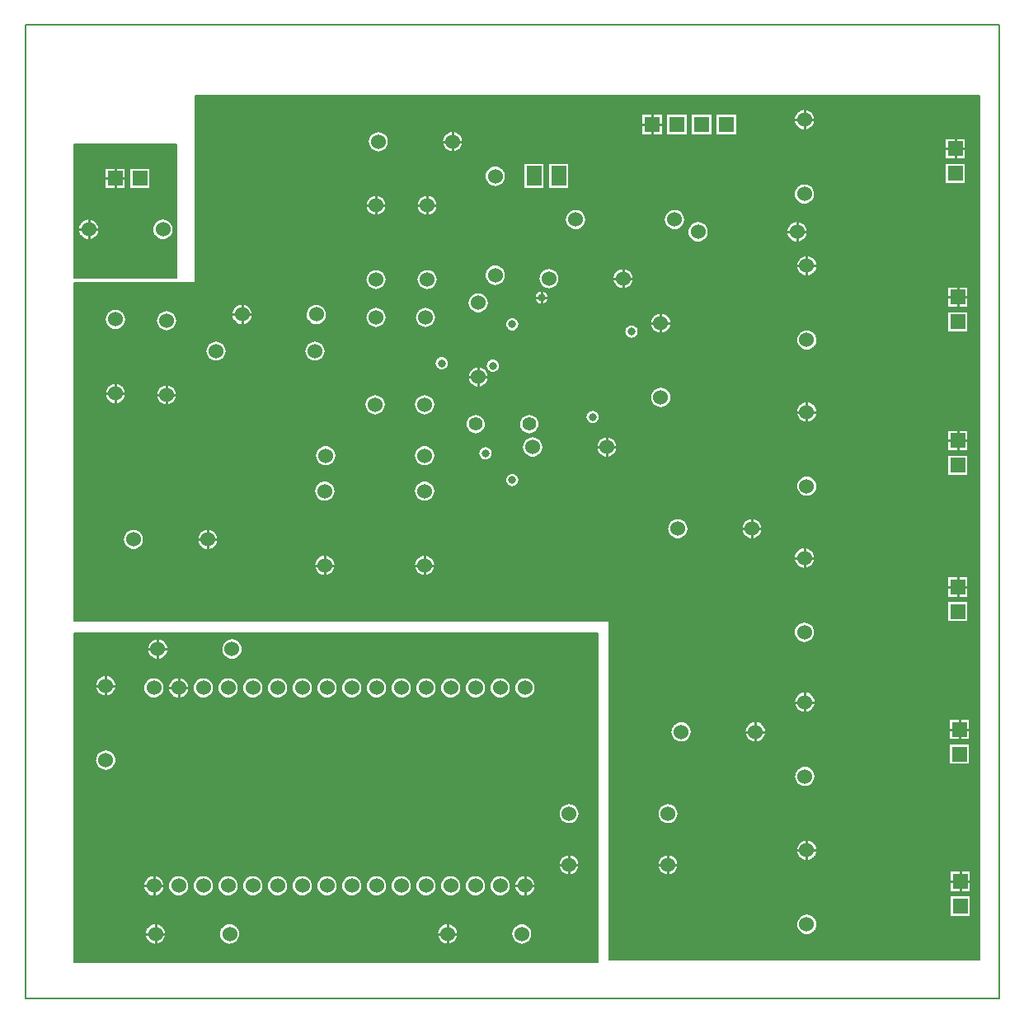
<source format=gbr>
%FSLAX23Y23*%
%MOIN*%
G04 EasyPC Gerber Version 12.0.1 Build 2704 *
%ADD15R,0.06000X0.08000*%
%ADD17R,0.06000X0.06000*%
%ADD12C,0.00500*%
%ADD95C,0.00800*%
%ADD13C,0.01000*%
%ADD22C,0.03200*%
%ADD23C,0.05600*%
%ADD71C,0.06000*%
%ADD16C,0.06000*%
X0Y0D02*
D02*
D12*
X201Y152D02*
X2317D01*
Y1480*
X201*
Y152*
X286Y1269D02*
X288Y1280D01*
X292Y1290*
X299Y1299*
X308Y1305*
X318Y1310*
X329Y1311*
X340Y1310*
X350Y1305*
X359Y1299*
X366Y1290*
X370Y1280*
X371Y1269*
X370Y1258*
X366Y1247*
X359Y1239*
X350Y1232*
X340Y1228*
X329Y1226*
X318Y1228*
X308Y1232*
X299Y1239*
X292Y1247*
X288Y1258*
X286Y1269*
X286Y969D02*
X288Y980D01*
X292Y990*
X299Y999*
X308Y1005*
X318Y1009*
X329Y1011*
X340Y1009*
X350Y1005*
X359Y999*
X365Y990*
X370Y980*
X371Y969*
X370Y958*
X365Y947*
X359Y939*
X350Y932*
X340Y928*
X329Y926*
X318Y928*
X308Y932*
X299Y939*
X292Y947*
X288Y958*
X286Y969*
X530Y308D02*
X541Y307D01*
X551Y303*
X560Y296*
X566Y287*
X571Y277*
X572Y266*
X571Y255*
X566Y245*
X560Y236*
X551Y229*
X541Y225*
X530Y223*
X519Y225*
X508Y229*
X500Y236*
X493Y245*
X489Y255*
X487Y266*
X489Y277*
X493Y287*
X500Y296*
X508Y303*
X519Y307*
X530Y308*
X539Y1460D02*
X550Y1458D01*
X561Y1454*
X569Y1447*
X576Y1439*
X580Y1428*
X582Y1417*
X580Y1406*
X576Y1396*
X569Y1387*
X561Y1381*
X550Y1376*
X539Y1375*
X528Y1376*
X518Y1381*
X509Y1387*
X503Y1396*
X498Y1406*
X497Y1417*
X498Y1428*
X503Y1439*
X509Y1447*
X518Y1454*
X528Y1458*
X539Y1460*
X566Y1260D02*
X565Y1249D01*
X560Y1239*
X554Y1230*
X545Y1224*
X535Y1219*
X524Y1218*
X513Y1219*
X503Y1224*
X494Y1230*
X487Y1239*
X483Y1249*
X481Y1260*
X483Y1271*
X487Y1281*
X494Y1290*
X503Y1297*
X513Y1301*
X524Y1303*
X535Y1301*
X545Y1297*
X554Y1290*
X560Y1281*
X565Y1271*
X566Y1260*
X566Y460D02*
X565Y449D01*
X560Y439*
X554Y430*
X545Y423*
X535Y419*
X524Y418*
X513Y419*
X502Y423*
X494Y430*
X487Y439*
X483Y449*
X481Y460*
X483Y471*
X487Y482*
X494Y490*
X502Y497*
X513Y501*
X524Y503*
X535Y501*
X545Y497*
X554Y490*
X560Y482*
X565Y471*
X566Y460*
X666D02*
X665Y449D01*
X660Y439*
X654Y430*
X645Y424*
X635Y419*
X624Y418*
X613Y419*
X603Y424*
X594Y430*
X587Y439*
X583Y449*
X581Y460*
X583Y471*
X587Y481*
X594Y490*
X603Y497*
X613Y501*
X624Y503*
X635Y501*
X645Y497*
X654Y490*
X660Y481*
X665Y471*
X666Y460*
X666Y1260D02*
X665Y1249D01*
X660Y1239*
X654Y1230*
X645Y1223*
X635Y1219*
X624Y1218*
X613Y1219*
X602Y1223*
X594Y1230*
X587Y1239*
X583Y1249*
X581Y1260*
X583Y1271*
X587Y1282*
X594Y1290*
X602Y1297*
X613Y1301*
X624Y1303*
X635Y1301*
X645Y1297*
X654Y1290*
X660Y1282*
X665Y1271*
X666Y1260*
X766Y460D02*
X765Y449D01*
X760Y439*
X754Y430*
X745Y424*
X735Y419*
X724Y418*
X713Y419*
X703Y424*
X694Y430*
X687Y439*
X683Y449*
X681Y460*
X683Y471*
X687Y481*
X694Y490*
X703Y497*
X713Y501*
X724Y503*
X735Y501*
X745Y497*
X754Y490*
X760Y481*
X765Y471*
X766Y460*
Y1260D02*
X765Y1249D01*
X760Y1239*
X754Y1230*
X745Y1224*
X735Y1219*
X724Y1218*
X713Y1219*
X703Y1224*
X694Y1230*
X687Y1239*
X683Y1249*
X681Y1260*
X683Y1271*
X687Y1281*
X694Y1290*
X703Y1297*
X713Y1301*
X724Y1303*
X735Y1301*
X745Y1297*
X754Y1290*
X760Y1281*
X765Y1271*
X766Y1260*
X830Y308D02*
X841Y307D01*
X851Y302*
X860Y296*
X866Y287*
X870Y277*
X872Y266*
X870Y255*
X866Y245*
X860Y236*
X851Y229*
X841Y225*
X830Y223*
X819Y225*
X808Y229*
X800Y236*
X793Y245*
X789Y255*
X787Y266*
X789Y277*
X793Y287*
X800Y296*
X808Y302*
X819Y307*
X830Y308*
X839Y1460D02*
X850Y1458D01*
X861Y1454*
X869Y1447*
X876Y1439*
X880Y1428*
X882Y1417*
X880Y1406*
X876Y1396*
X869Y1387*
X861Y1381*
X850Y1376*
X839Y1375*
X828Y1376*
X818Y1381*
X809Y1387*
X803Y1396*
X799Y1406*
X797Y1417*
X799Y1428*
X803Y1439*
X809Y1447*
X818Y1454*
X828Y1458*
X839Y1460*
X866Y460D02*
X865Y449D01*
X860Y439*
X854Y430*
X845Y424*
X835Y419*
X824Y418*
X813Y419*
X803Y424*
X794Y430*
X787Y439*
X783Y449*
X781Y460*
X783Y471*
X787Y481*
X794Y490*
X803Y497*
X813Y501*
X824Y503*
X835Y501*
X845Y497*
X854Y490*
X860Y481*
X865Y471*
X866Y460*
Y1260D02*
X865Y1249D01*
X860Y1239*
X854Y1230*
X845Y1224*
X835Y1219*
X824Y1218*
X813Y1219*
X803Y1224*
X794Y1230*
X787Y1239*
X783Y1249*
X781Y1260*
X783Y1271*
X787Y1281*
X794Y1290*
X803Y1297*
X813Y1301*
X824Y1303*
X835Y1301*
X845Y1297*
X854Y1290*
X860Y1281*
X865Y1271*
X866Y1260*
X966Y460D02*
X965Y449D01*
X960Y439*
X954Y430*
X945Y424*
X935Y419*
X924Y418*
X913Y419*
X903Y424*
X894Y430*
X887Y439*
X883Y449*
X881Y460*
X883Y471*
X887Y481*
X894Y490*
X903Y497*
X913Y501*
X924Y503*
X935Y501*
X945Y497*
X954Y490*
X960Y481*
X965Y471*
X966Y460*
Y1260D02*
X965Y1249D01*
X960Y1239*
X954Y1230*
X945Y1224*
X935Y1219*
X924Y1218*
X913Y1219*
X903Y1224*
X894Y1230*
X887Y1239*
X883Y1249*
X881Y1260*
X883Y1271*
X887Y1281*
X894Y1290*
X903Y1297*
X913Y1301*
X924Y1303*
X935Y1301*
X945Y1297*
X954Y1290*
X960Y1281*
X965Y1271*
X966Y1260*
X1066Y460D02*
X1065Y449D01*
X1060Y439*
X1054Y430*
X1045Y424*
X1035Y419*
X1024Y418*
X1013Y419*
X1003Y424*
X994Y430*
X987Y439*
X983Y449*
X981Y460*
X983Y471*
X987Y481*
X994Y490*
X1003Y497*
X1013Y501*
X1024Y503*
X1035Y501*
X1045Y497*
X1054Y490*
X1060Y481*
X1065Y471*
X1066Y460*
Y1260D02*
X1065Y1249D01*
X1060Y1239*
X1054Y1230*
X1045Y1224*
X1035Y1219*
X1024Y1218*
X1013Y1219*
X1003Y1224*
X994Y1230*
X987Y1239*
X983Y1249*
X981Y1260*
X983Y1271*
X987Y1281*
X994Y1290*
X1003Y1297*
X1013Y1301*
X1024Y1303*
X1035Y1301*
X1045Y1297*
X1054Y1290*
X1060Y1281*
X1065Y1271*
X1066Y1260*
X1166Y460D02*
X1165Y449D01*
X1160Y439*
X1154Y430*
X1145Y424*
X1135Y419*
X1124Y418*
X1113Y419*
X1103Y424*
X1094Y430*
X1087Y439*
X1083Y449*
X1081Y460*
X1083Y471*
X1087Y481*
X1094Y490*
X1103Y497*
X1113Y501*
X1124Y503*
X1135Y501*
X1145Y497*
X1154Y490*
X1160Y481*
X1165Y471*
X1166Y460*
Y1260D02*
X1165Y1249D01*
X1160Y1239*
X1154Y1230*
X1145Y1224*
X1135Y1219*
X1124Y1218*
X1113Y1219*
X1103Y1224*
X1094Y1230*
X1087Y1239*
X1083Y1249*
X1081Y1260*
X1083Y1271*
X1087Y1281*
X1094Y1290*
X1103Y1297*
X1113Y1301*
X1124Y1303*
X1135Y1301*
X1145Y1297*
X1154Y1290*
X1160Y1281*
X1165Y1271*
X1166Y1260*
X1266Y460D02*
X1265Y449D01*
X1260Y439*
X1254Y430*
X1245Y424*
X1235Y419*
X1224Y418*
X1213Y419*
X1203Y424*
X1194Y430*
X1187Y439*
X1183Y449*
X1181Y460*
X1183Y471*
X1187Y481*
X1194Y490*
X1203Y497*
X1213Y501*
X1224Y503*
X1235Y501*
X1245Y497*
X1254Y490*
X1260Y481*
X1265Y471*
X1266Y460*
Y1260D02*
X1265Y1249D01*
X1260Y1239*
X1254Y1230*
X1245Y1224*
X1235Y1219*
X1224Y1218*
X1213Y1219*
X1203Y1224*
X1194Y1230*
X1187Y1239*
X1183Y1249*
X1181Y1260*
X1183Y1271*
X1187Y1281*
X1194Y1290*
X1203Y1297*
X1213Y1301*
X1224Y1303*
X1235Y1301*
X1245Y1297*
X1254Y1290*
X1260Y1281*
X1265Y1271*
X1266Y1260*
X1366Y460D02*
X1365Y449D01*
X1360Y439*
X1354Y430*
X1345Y424*
X1335Y419*
X1324Y418*
X1313Y419*
X1303Y424*
X1294Y430*
X1287Y439*
X1283Y449*
X1281Y460*
X1283Y471*
X1287Y481*
X1294Y490*
X1303Y497*
X1313Y501*
X1324Y503*
X1335Y501*
X1345Y497*
X1354Y490*
X1360Y481*
X1365Y471*
X1366Y460*
Y1260D02*
X1365Y1249D01*
X1360Y1239*
X1354Y1230*
X1345Y1224*
X1335Y1219*
X1324Y1218*
X1313Y1219*
X1303Y1224*
X1294Y1230*
X1287Y1239*
X1283Y1249*
X1281Y1260*
X1283Y1271*
X1287Y1281*
X1294Y1290*
X1303Y1297*
X1313Y1301*
X1324Y1303*
X1335Y1301*
X1345Y1297*
X1354Y1290*
X1360Y1281*
X1365Y1271*
X1366Y1260*
X1466Y460D02*
X1465Y449D01*
X1460Y439*
X1454Y430*
X1445Y424*
X1435Y419*
X1424Y418*
X1413Y419*
X1403Y424*
X1394Y430*
X1387Y439*
X1383Y449*
X1381Y460*
X1383Y471*
X1387Y481*
X1394Y490*
X1403Y497*
X1413Y501*
X1424Y503*
X1435Y501*
X1445Y497*
X1454Y490*
X1460Y481*
X1465Y471*
X1466Y460*
Y1260D02*
X1465Y1249D01*
X1460Y1239*
X1454Y1230*
X1445Y1224*
X1435Y1219*
X1424Y1218*
X1413Y1219*
X1403Y1224*
X1394Y1230*
X1387Y1239*
X1383Y1249*
X1381Y1260*
X1383Y1271*
X1387Y1281*
X1394Y1290*
X1403Y1297*
X1413Y1301*
X1424Y1303*
X1435Y1301*
X1445Y1297*
X1454Y1290*
X1460Y1281*
X1465Y1271*
X1466Y1260*
X1566Y460D02*
X1565Y449D01*
X1560Y439*
X1554Y430*
X1545Y424*
X1535Y419*
X1524Y418*
X1513Y419*
X1503Y424*
X1494Y430*
X1487Y439*
X1483Y449*
X1481Y460*
X1483Y471*
X1487Y481*
X1494Y490*
X1503Y497*
X1513Y501*
X1524Y503*
X1535Y501*
X1545Y497*
X1554Y490*
X1560Y481*
X1565Y471*
X1566Y460*
Y1260D02*
X1565Y1249D01*
X1560Y1239*
X1554Y1230*
X1545Y1224*
X1535Y1219*
X1524Y1218*
X1513Y1219*
X1503Y1224*
X1494Y1230*
X1487Y1239*
X1483Y1249*
X1481Y1260*
X1483Y1271*
X1487Y1281*
X1494Y1290*
X1503Y1297*
X1513Y1301*
X1524Y1303*
X1535Y1301*
X1545Y1297*
X1554Y1290*
X1560Y1281*
X1565Y1271*
X1566Y1260*
X1666Y460D02*
X1665Y449D01*
X1660Y439*
X1654Y430*
X1645Y424*
X1635Y419*
X1624Y418*
X1613Y419*
X1603Y424*
X1594Y430*
X1587Y439*
X1583Y449*
X1581Y460*
X1583Y471*
X1587Y481*
X1594Y490*
X1603Y497*
X1613Y501*
X1624Y503*
X1635Y501*
X1645Y497*
X1654Y490*
X1660Y481*
X1665Y471*
X1666Y460*
Y1260D02*
X1665Y1249D01*
X1660Y1239*
X1654Y1230*
X1645Y1224*
X1635Y1219*
X1624Y1218*
X1613Y1219*
X1603Y1224*
X1594Y1230*
X1587Y1239*
X1583Y1249*
X1581Y1260*
X1583Y1271*
X1587Y1281*
X1594Y1290*
X1603Y1297*
X1613Y1301*
X1624Y1303*
X1635Y1301*
X1645Y1297*
X1654Y1290*
X1660Y1281*
X1665Y1271*
X1666Y1260*
X1711Y308D02*
X1722Y307D01*
X1732Y303*
X1741Y296*
X1748Y287*
X1752Y277*
X1753Y266*
X1752Y255*
X1747Y245*
X1741Y236*
X1732Y229*
X1722Y225*
X1711Y223*
X1700Y225*
X1689Y229*
X1681Y236*
X1674Y245*
X1670Y255*
X1668Y266*
X1670Y277*
X1674Y287*
X1681Y296*
X1689Y303*
X1700Y307*
X1711Y308*
X1766Y460D02*
X1765Y449D01*
X1760Y439*
X1754Y430*
X1745Y424*
X1735Y419*
X1724Y418*
X1713Y419*
X1703Y424*
X1694Y430*
X1687Y439*
X1683Y449*
X1681Y460*
X1683Y471*
X1687Y481*
X1694Y490*
X1703Y497*
X1713Y501*
X1724Y503*
X1735Y501*
X1745Y497*
X1754Y490*
X1760Y481*
X1765Y471*
X1766Y460*
Y1260D02*
X1765Y1249D01*
X1760Y1239*
X1754Y1230*
X1745Y1224*
X1735Y1219*
X1724Y1218*
X1713Y1219*
X1703Y1224*
X1694Y1230*
X1687Y1239*
X1683Y1249*
X1681Y1260*
X1683Y1271*
X1687Y1281*
X1694Y1290*
X1703Y1297*
X1713Y1301*
X1724Y1303*
X1735Y1301*
X1745Y1297*
X1754Y1290*
X1760Y1281*
X1765Y1271*
X1766Y1260*
X1866Y460D02*
X1865Y449D01*
X1860Y439*
X1854Y430*
X1845Y424*
X1835Y419*
X1824Y418*
X1813Y419*
X1803Y424*
X1794Y430*
X1787Y439*
X1783Y449*
X1781Y460*
X1783Y471*
X1787Y481*
X1794Y490*
X1803Y497*
X1813Y501*
X1824Y503*
X1835Y501*
X1845Y497*
X1854Y490*
X1860Y481*
X1865Y471*
X1866Y460*
Y1260D02*
X1865Y1249D01*
X1860Y1239*
X1854Y1230*
X1845Y1224*
X1835Y1219*
X1824Y1218*
X1813Y1219*
X1803Y1224*
X1794Y1230*
X1787Y1239*
X1783Y1249*
X1781Y1260*
X1783Y1271*
X1787Y1281*
X1794Y1290*
X1803Y1297*
X1813Y1301*
X1824Y1303*
X1835Y1301*
X1845Y1297*
X1854Y1290*
X1860Y1281*
X1865Y1271*
X1866Y1260*
X1966Y460D02*
X1965Y449D01*
X1960Y439*
X1954Y430*
X1945Y424*
X1935Y419*
X1924Y418*
X1913Y419*
X1903Y424*
X1894Y430*
X1887Y439*
X1883Y449*
X1881Y460*
X1883Y471*
X1887Y481*
X1894Y490*
X1903Y497*
X1913Y501*
X1924Y503*
X1935Y501*
X1945Y497*
X1954Y490*
X1960Y481*
X1965Y471*
X1966Y460*
Y1260D02*
X1965Y1249D01*
X1960Y1239*
X1954Y1230*
X1945Y1224*
X1935Y1219*
X1924Y1218*
X1913Y1219*
X1903Y1224*
X1894Y1230*
X1887Y1239*
X1883Y1249*
X1881Y1260*
X1883Y1271*
X1887Y1281*
X1894Y1290*
X1903Y1297*
X1913Y1301*
X1924Y1303*
X1935Y1301*
X1945Y1297*
X1954Y1290*
X1960Y1281*
X1965Y1271*
X1966Y1260*
X2011Y308D02*
X2022Y307D01*
X2032Y302*
X2041Y296*
X2047Y287*
X2052Y277*
X2053Y266*
X2052Y255*
X2047Y245*
X2041Y236*
X2032Y229*
X2022Y225*
X2011Y223*
X2000Y225*
X1990Y229*
X1981Y236*
X1974Y245*
X1970Y255*
X1968Y266*
X1970Y277*
X1974Y287*
X1981Y296*
X1990Y302*
X2000Y307*
X2011Y308*
X2066Y1260D02*
X2065Y1249D01*
X2060Y1239*
X2054Y1230*
X2045Y1224*
X2035Y1219*
X2024Y1218*
X2013Y1219*
X2003Y1224*
X1994Y1230*
X1987Y1239*
X1983Y1249*
X1981Y1260*
X1983Y1271*
X1987Y1281*
X1994Y1290*
X2003Y1297*
X2013Y1301*
X2024Y1303*
X2035Y1301*
X2045Y1297*
X2054Y1290*
X2060Y1281*
X2065Y1271*
X2066Y1260*
X2066Y460D02*
X2065Y449D01*
X2060Y439*
X2054Y430*
X2045Y423*
X2035Y419*
X2024Y418*
X2013Y419*
X2002Y423*
X1994Y430*
X1987Y439*
X1983Y449*
X1981Y460*
X1983Y471*
X1987Y482*
X1994Y490*
X2002Y497*
X2013Y501*
X2024Y503*
X2035Y501*
X2045Y497*
X2054Y490*
X2060Y482*
X2065Y471*
X2066Y460*
X2202Y503D02*
X2191Y504D01*
X2181Y509*
X2172Y515*
X2166Y524*
X2161Y534*
X2160Y545*
X2161Y556*
X2166Y567*
X2172Y575*
X2181Y582*
X2191Y586*
X2202Y588*
X2213Y586*
X2224Y582*
X2232Y575*
X2239Y567*
X2243Y556*
X2245Y545*
X2243Y534*
X2239Y524*
X2232Y515*
X2224Y509*
X2213Y504*
X2202Y503*
Y710D02*
X2191Y711D01*
X2181Y715*
X2172Y722*
X2166Y731*
X2162Y741*
X2160Y752*
X2162Y763*
X2166Y773*
X2172Y782*
X2181Y789*
X2191Y793*
X2202Y794*
X2213Y793*
X2224Y789*
X2232Y782*
X2239Y773*
X2243Y763*
X2245Y752*
X2243Y741*
X2239Y731*
X2232Y722*
X2224Y715*
X2213Y711*
X2202Y710*
X201Y152D02*
X2317D01*
X201Y155D02*
X2317D01*
X201Y158D02*
X2317D01*
X201Y161D02*
X2317D01*
X201Y164D02*
X2317D01*
X201Y167D02*
X2317D01*
X201Y170D02*
X2317D01*
X201Y173D02*
X2317D01*
X201Y176D02*
X2317D01*
X201Y179D02*
X2317D01*
X201Y182D02*
X2317D01*
X201Y185D02*
X2317D01*
X201Y188D02*
X2317D01*
X201Y191D02*
X2317D01*
X201Y194D02*
X2317D01*
X201Y197D02*
X2317D01*
X201Y200D02*
X2317D01*
X201Y203D02*
X2317D01*
X201Y206D02*
X2317D01*
X201Y209D02*
X2317D01*
X201Y212D02*
X2317D01*
X201Y215D02*
X2317D01*
X201Y218D02*
X2317D01*
X201Y221D02*
X2317D01*
X201Y224D02*
X524D01*
X535D02*
X826D01*
X833D02*
X1705D01*
X1716D02*
X2007D01*
X2014D02*
X2317D01*
X201Y227D02*
X513D01*
X546D02*
X814D01*
X846D02*
X1694D01*
X1727D02*
X1995D01*
X2027D02*
X2317D01*
X201Y230D02*
X507D01*
X552D02*
X808D01*
X852D02*
X1688D01*
X1733D02*
X1989D01*
X2033D02*
X2317D01*
X201Y233D02*
X503D01*
X556D02*
X803D01*
X856D02*
X1684D01*
X1737D02*
X1984D01*
X2037D02*
X2317D01*
X201Y236D02*
X500D01*
X560D02*
X800D01*
X859D02*
X1681D01*
X1741D02*
X1981D01*
X2040D02*
X2317D01*
X201Y239D02*
X497D01*
X562D02*
X797D01*
X862D02*
X1678D01*
X1743D02*
X1978D01*
X2043D02*
X2317D01*
X201Y242D02*
X495D01*
X565D02*
X795D01*
X864D02*
X1676D01*
X1746D02*
X1976D01*
X2045D02*
X2317D01*
X201Y245D02*
X493D01*
X566D02*
X793D01*
X866D02*
X1674D01*
X1748D02*
X1974D01*
X2047D02*
X2317D01*
X201Y248D02*
X491D01*
X568D02*
X791D01*
X868D02*
X1672D01*
X1749D02*
X1972D01*
X2049D02*
X2317D01*
X201Y251D02*
X490D01*
X569D02*
X790D01*
X869D02*
X1671D01*
X1750D02*
X1971D01*
X2050D02*
X2317D01*
X201Y254D02*
X489D01*
X570D02*
X789D01*
X870D02*
X1670D01*
X1751D02*
X1970D01*
X2051D02*
X2317D01*
X201Y257D02*
X488D01*
X571D02*
X788D01*
X871D02*
X1669D01*
X1752D02*
X1969D01*
X2052D02*
X2317D01*
X201Y260D02*
X488D01*
X572D02*
X788D01*
X871D02*
X1669D01*
X1753D02*
X1969D01*
X2053D02*
X2317D01*
X201Y263D02*
X487D01*
X572D02*
X787D01*
X872D02*
X1668D01*
X1753D02*
X1968D01*
X2053D02*
X2317D01*
X201Y266D02*
X487D01*
X572D02*
X787D01*
X872D02*
X1668D01*
X1753D02*
X1968D01*
X2053D02*
X2317D01*
X201Y269D02*
X487D01*
X572D02*
X787D01*
X872D02*
X1668D01*
X1753D02*
X1968D01*
X2053D02*
X2317D01*
X201Y272D02*
X487D01*
X572D02*
X788D01*
X872D02*
X1669D01*
X1753D02*
X1969D01*
X2053D02*
X2317D01*
X201Y275D02*
X488D01*
X571D02*
X788D01*
X871D02*
X1669D01*
X1752D02*
X1969D01*
X2052D02*
X2317D01*
X201Y278D02*
X489D01*
X570D02*
X789D01*
X870D02*
X1670D01*
X1752D02*
X1970D01*
X2051D02*
X2317D01*
X201Y281D02*
X490D01*
X569D02*
X790D01*
X869D02*
X1671D01*
X1751D02*
X1971D01*
X2050D02*
X2317D01*
X201Y284D02*
X491D01*
X568D02*
X791D01*
X868D02*
X1672D01*
X1749D02*
X1972D01*
X2049D02*
X2317D01*
X201Y287D02*
X493D01*
X567D02*
X793D01*
X866D02*
X1674D01*
X1748D02*
X1974D01*
X2048D02*
X2317D01*
X201Y290D02*
X494D01*
X565D02*
X795D01*
X865D02*
X1675D01*
X1746D02*
X1976D01*
X2046D02*
X2317D01*
X201Y293D02*
X497D01*
X563D02*
X797D01*
X862D02*
X1678D01*
X1744D02*
X1978D01*
X2043D02*
X2317D01*
X201Y296D02*
X499D01*
X560D02*
X800D01*
X860D02*
X1680D01*
X1741D02*
X1981D01*
X2041D02*
X2317D01*
X201Y299D02*
X503D01*
X557D02*
X803D01*
X856D02*
X1684D01*
X1738D02*
X1984D01*
X2037D02*
X2317D01*
X201Y302D02*
X507D01*
X552D02*
X807D01*
X852D02*
X1688D01*
X1734D02*
X1988D01*
X2033D02*
X2317D01*
X201Y305D02*
X512D01*
X547D02*
X813D01*
X846D02*
X1693D01*
X1728D02*
X1994D01*
X2028D02*
X2317D01*
X201Y308D02*
X522D01*
X537D02*
X823D01*
X836D02*
X1703D01*
X1718D02*
X2004D01*
X2017D02*
X2317D01*
X201Y311D02*
X2317D01*
X201Y314D02*
X2317D01*
X201Y317D02*
X2317D01*
X201Y320D02*
X2317D01*
X201Y323D02*
X2317D01*
X201Y326D02*
X2317D01*
X201Y329D02*
X2317D01*
X201Y332D02*
X2317D01*
X201Y335D02*
X2317D01*
X201Y338D02*
X2317D01*
X201Y341D02*
X2317D01*
X201Y344D02*
X2317D01*
X201Y347D02*
X2317D01*
X201Y350D02*
X2317D01*
X201Y353D02*
X2317D01*
X201Y356D02*
X2317D01*
X201Y359D02*
X2317D01*
X201Y362D02*
X2317D01*
X201Y365D02*
X2317D01*
X201Y368D02*
X2317D01*
X201Y371D02*
X2317D01*
X201Y374D02*
X2317D01*
X201Y377D02*
X2317D01*
X201Y380D02*
X2317D01*
X201Y383D02*
X2317D01*
X201Y386D02*
X2317D01*
X201Y389D02*
X2317D01*
X201Y392D02*
X2317D01*
X201Y395D02*
X2317D01*
X201Y398D02*
X2317D01*
X201Y401D02*
X2317D01*
X201Y404D02*
X2317D01*
X201Y407D02*
X2317D01*
X201Y410D02*
X2317D01*
X201Y413D02*
X2317D01*
X201Y416D02*
X2317D01*
X201Y419D02*
X515D01*
X532D02*
X616D01*
X631D02*
X716D01*
X731D02*
X816D01*
X831D02*
X916D01*
X931D02*
X1016D01*
X1031D02*
X1116D01*
X1131D02*
X1216D01*
X1231D02*
X1316D01*
X1331D02*
X1416D01*
X1431D02*
X1516D01*
X1531D02*
X1616D01*
X1631D02*
X1716D01*
X1731D02*
X1816D01*
X1831D02*
X1916D01*
X1931D02*
X2015D01*
X2032D02*
X2317D01*
X201Y422D02*
X506D01*
X541D02*
X606D01*
X641D02*
X706D01*
X741D02*
X806D01*
X841D02*
X906D01*
X941D02*
X1006D01*
X1041D02*
X1106D01*
X1141D02*
X1206D01*
X1241D02*
X1306D01*
X1341D02*
X1406D01*
X1441D02*
X1506D01*
X1541D02*
X1606D01*
X1641D02*
X1706D01*
X1741D02*
X1806D01*
X1841D02*
X1906D01*
X1941D02*
X2006D01*
X2041D02*
X2317D01*
X201Y425D02*
X501D01*
X547D02*
X601D01*
X647D02*
X701D01*
X747D02*
X801D01*
X847D02*
X901D01*
X947D02*
X1001D01*
X1047D02*
X1101D01*
X1147D02*
X1201D01*
X1247D02*
X1301D01*
X1347D02*
X1401D01*
X1447D02*
X1501D01*
X1547D02*
X1601D01*
X1647D02*
X1701D01*
X1747D02*
X1801D01*
X1847D02*
X1901D01*
X1947D02*
X2001D01*
X2047D02*
X2317D01*
X201Y428D02*
X496D01*
X551D02*
X597D01*
X651D02*
X697D01*
X751D02*
X797D01*
X851D02*
X897D01*
X951D02*
X997D01*
X1051D02*
X1097D01*
X1151D02*
X1197D01*
X1251D02*
X1297D01*
X1351D02*
X1397D01*
X1451D02*
X1497D01*
X1551D02*
X1597D01*
X1651D02*
X1697D01*
X1751D02*
X1797D01*
X1851D02*
X1897D01*
X1951D02*
X1996D01*
X2051D02*
X2317D01*
X201Y431D02*
X493D01*
X554D02*
X593D01*
X654D02*
X693D01*
X754D02*
X793D01*
X854D02*
X893D01*
X954D02*
X993D01*
X1054D02*
X1093D01*
X1154D02*
X1193D01*
X1254D02*
X1293D01*
X1354D02*
X1393D01*
X1454D02*
X1493D01*
X1554D02*
X1593D01*
X1654D02*
X1693D01*
X1754D02*
X1793D01*
X1854D02*
X1893D01*
X1954D02*
X1993D01*
X2054D02*
X2317D01*
X201Y434D02*
X491D01*
X557D02*
X591D01*
X657D02*
X691D01*
X757D02*
X791D01*
X857D02*
X891D01*
X957D02*
X991D01*
X1057D02*
X1091D01*
X1157D02*
X1191D01*
X1257D02*
X1291D01*
X1357D02*
X1391D01*
X1457D02*
X1491D01*
X1557D02*
X1591D01*
X1657D02*
X1691D01*
X1757D02*
X1791D01*
X1857D02*
X1891D01*
X1957D02*
X1991D01*
X2057D02*
X2317D01*
X201Y437D02*
X488D01*
X559D02*
X589D01*
X659D02*
X689D01*
X759D02*
X789D01*
X859D02*
X889D01*
X959D02*
X989D01*
X1059D02*
X1089D01*
X1159D02*
X1189D01*
X1259D02*
X1289D01*
X1359D02*
X1389D01*
X1459D02*
X1489D01*
X1559D02*
X1589D01*
X1659D02*
X1689D01*
X1759D02*
X1789D01*
X1859D02*
X1889D01*
X1959D02*
X1988D01*
X2059D02*
X2317D01*
X201Y440D02*
X487D01*
X561D02*
X587D01*
X661D02*
X687D01*
X761D02*
X787D01*
X861D02*
X887D01*
X961D02*
X987D01*
X1061D02*
X1087D01*
X1161D02*
X1187D01*
X1261D02*
X1287D01*
X1361D02*
X1387D01*
X1461D02*
X1487D01*
X1561D02*
X1587D01*
X1661D02*
X1687D01*
X1761D02*
X1787D01*
X1861D02*
X1887D01*
X1961D02*
X1987D01*
X2061D02*
X2317D01*
X201Y443D02*
X485D01*
X562D02*
X585D01*
X662D02*
X685D01*
X762D02*
X785D01*
X862D02*
X885D01*
X962D02*
X985D01*
X1062D02*
X1085D01*
X1162D02*
X1185D01*
X1262D02*
X1285D01*
X1362D02*
X1385D01*
X1462D02*
X1485D01*
X1562D02*
X1585D01*
X1662D02*
X1685D01*
X1762D02*
X1785D01*
X1862D02*
X1885D01*
X1962D02*
X1985D01*
X2062D02*
X2317D01*
X201Y446D02*
X484D01*
X564D02*
X584D01*
X663D02*
X684D01*
X763D02*
X784D01*
X863D02*
X884D01*
X963D02*
X984D01*
X1063D02*
X1084D01*
X1163D02*
X1184D01*
X1263D02*
X1284D01*
X1363D02*
X1384D01*
X1463D02*
X1484D01*
X1563D02*
X1584D01*
X1663D02*
X1684D01*
X1763D02*
X1784D01*
X1863D02*
X1884D01*
X1963D02*
X1984D01*
X2064D02*
X2317D01*
X201Y449D02*
X483D01*
X565D02*
X583D01*
X664D02*
X683D01*
X764D02*
X783D01*
X864D02*
X883D01*
X964D02*
X983D01*
X1064D02*
X1083D01*
X1164D02*
X1183D01*
X1264D02*
X1283D01*
X1364D02*
X1383D01*
X1464D02*
X1483D01*
X1564D02*
X1583D01*
X1664D02*
X1683D01*
X1764D02*
X1783D01*
X1864D02*
X1883D01*
X1964D02*
X1983D01*
X2065D02*
X2317D01*
X201Y452D02*
X482D01*
X565D02*
X582D01*
X665D02*
X682D01*
X765D02*
X782D01*
X865D02*
X882D01*
X965D02*
X982D01*
X1065D02*
X1082D01*
X1165D02*
X1182D01*
X1265D02*
X1282D01*
X1365D02*
X1382D01*
X1465D02*
X1482D01*
X1565D02*
X1582D01*
X1665D02*
X1682D01*
X1765D02*
X1782D01*
X1865D02*
X1882D01*
X1965D02*
X1982D01*
X2065D02*
X2317D01*
X201Y455D02*
X482D01*
X566D02*
X582D01*
X666D02*
X682D01*
X766D02*
X782D01*
X866D02*
X882D01*
X966D02*
X982D01*
X1066D02*
X1082D01*
X1166D02*
X1182D01*
X1266D02*
X1282D01*
X1366D02*
X1382D01*
X1466D02*
X1482D01*
X1566D02*
X1582D01*
X1666D02*
X1682D01*
X1766D02*
X1782D01*
X1866D02*
X1882D01*
X1966D02*
X1982D01*
X2066D02*
X2317D01*
X201Y458D02*
X481D01*
X566D02*
X581D01*
X666D02*
X681D01*
X766D02*
X781D01*
X866D02*
X881D01*
X966D02*
X981D01*
X1066D02*
X1081D01*
X1166D02*
X1181D01*
X1266D02*
X1281D01*
X1366D02*
X1381D01*
X1466D02*
X1481D01*
X1566D02*
X1581D01*
X1666D02*
X1681D01*
X1766D02*
X1781D01*
X1866D02*
X1881D01*
X1966D02*
X1981D01*
X2066D02*
X2317D01*
X201Y461D02*
X481D01*
X566D02*
X581D01*
X666D02*
X681D01*
X766D02*
X781D01*
X866D02*
X881D01*
X966D02*
X981D01*
X1066D02*
X1081D01*
X1166D02*
X1181D01*
X1266D02*
X1281D01*
X1366D02*
X1381D01*
X1466D02*
X1481D01*
X1566D02*
X1581D01*
X1666D02*
X1681D01*
X1766D02*
X1781D01*
X1866D02*
X1881D01*
X1966D02*
X1981D01*
X2066D02*
X2317D01*
X201Y464D02*
X481D01*
X566D02*
X581D01*
X666D02*
X681D01*
X766D02*
X781D01*
X866D02*
X881D01*
X966D02*
X981D01*
X1066D02*
X1081D01*
X1166D02*
X1181D01*
X1266D02*
X1281D01*
X1366D02*
X1381D01*
X1466D02*
X1481D01*
X1566D02*
X1581D01*
X1666D02*
X1681D01*
X1766D02*
X1781D01*
X1866D02*
X1881D01*
X1966D02*
X1981D01*
X2066D02*
X2317D01*
X201Y467D02*
X482D01*
X566D02*
X582D01*
X666D02*
X682D01*
X766D02*
X782D01*
X866D02*
X882D01*
X966D02*
X982D01*
X1066D02*
X1082D01*
X1166D02*
X1182D01*
X1266D02*
X1282D01*
X1366D02*
X1382D01*
X1466D02*
X1482D01*
X1566D02*
X1582D01*
X1666D02*
X1682D01*
X1766D02*
X1782D01*
X1866D02*
X1882D01*
X1966D02*
X1982D01*
X2066D02*
X2317D01*
X201Y470D02*
X482D01*
X565D02*
X582D01*
X665D02*
X682D01*
X765D02*
X782D01*
X865D02*
X882D01*
X965D02*
X982D01*
X1065D02*
X1082D01*
X1165D02*
X1182D01*
X1265D02*
X1282D01*
X1365D02*
X1382D01*
X1465D02*
X1482D01*
X1565D02*
X1582D01*
X1665D02*
X1682D01*
X1765D02*
X1782D01*
X1865D02*
X1882D01*
X1965D02*
X1982D01*
X2065D02*
X2317D01*
X201Y473D02*
X483D01*
X564D02*
X583D01*
X664D02*
X683D01*
X764D02*
X783D01*
X864D02*
X883D01*
X964D02*
X983D01*
X1064D02*
X1083D01*
X1164D02*
X1183D01*
X1264D02*
X1283D01*
X1364D02*
X1383D01*
X1464D02*
X1483D01*
X1564D02*
X1583D01*
X1664D02*
X1683D01*
X1764D02*
X1783D01*
X1864D02*
X1883D01*
X1964D02*
X1983D01*
X2064D02*
X2317D01*
X201Y476D02*
X484D01*
X563D02*
X584D01*
X663D02*
X684D01*
X763D02*
X784D01*
X863D02*
X884D01*
X963D02*
X984D01*
X1063D02*
X1084D01*
X1163D02*
X1184D01*
X1263D02*
X1284D01*
X1363D02*
X1384D01*
X1463D02*
X1484D01*
X1563D02*
X1584D01*
X1663D02*
X1684D01*
X1763D02*
X1784D01*
X1863D02*
X1884D01*
X1963D02*
X1984D01*
X2063D02*
X2317D01*
X201Y479D02*
X485D01*
X562D02*
X586D01*
X662D02*
X686D01*
X762D02*
X786D01*
X862D02*
X886D01*
X962D02*
X986D01*
X1062D02*
X1086D01*
X1162D02*
X1186D01*
X1262D02*
X1286D01*
X1362D02*
X1386D01*
X1462D02*
X1486D01*
X1562D02*
X1586D01*
X1662D02*
X1686D01*
X1762D02*
X1786D01*
X1862D02*
X1886D01*
X1962D02*
X1985D01*
X2062D02*
X2317D01*
X201Y482D02*
X487D01*
X560D02*
X587D01*
X660D02*
X687D01*
X760D02*
X787D01*
X860D02*
X887D01*
X960D02*
X987D01*
X1060D02*
X1087D01*
X1160D02*
X1187D01*
X1260D02*
X1287D01*
X1360D02*
X1387D01*
X1460D02*
X1487D01*
X1560D02*
X1587D01*
X1660D02*
X1687D01*
X1760D02*
X1787D01*
X1860D02*
X1887D01*
X1960D02*
X1987D01*
X2060D02*
X2317D01*
X201Y485D02*
X489D01*
X559D02*
X589D01*
X658D02*
X689D01*
X758D02*
X789D01*
X858D02*
X889D01*
X958D02*
X989D01*
X1058D02*
X1089D01*
X1158D02*
X1189D01*
X1258D02*
X1289D01*
X1358D02*
X1389D01*
X1458D02*
X1489D01*
X1558D02*
X1589D01*
X1658D02*
X1689D01*
X1758D02*
X1789D01*
X1858D02*
X1889D01*
X1958D02*
X1989D01*
X2059D02*
X2317D01*
X201Y488D02*
X491D01*
X556D02*
X591D01*
X656D02*
X691D01*
X756D02*
X791D01*
X856D02*
X891D01*
X956D02*
X991D01*
X1056D02*
X1091D01*
X1156D02*
X1191D01*
X1256D02*
X1291D01*
X1356D02*
X1391D01*
X1456D02*
X1491D01*
X1556D02*
X1591D01*
X1656D02*
X1691D01*
X1756D02*
X1791D01*
X1856D02*
X1891D01*
X1956D02*
X1991D01*
X2056D02*
X2317D01*
X201Y491D02*
X494D01*
X553D02*
X594D01*
X653D02*
X694D01*
X753D02*
X794D01*
X853D02*
X894D01*
X953D02*
X994D01*
X1053D02*
X1094D01*
X1153D02*
X1194D01*
X1253D02*
X1294D01*
X1353D02*
X1394D01*
X1453D02*
X1494D01*
X1553D02*
X1594D01*
X1653D02*
X1694D01*
X1753D02*
X1794D01*
X1853D02*
X1894D01*
X1953D02*
X1994D01*
X2053D02*
X2317D01*
X201Y494D02*
X497D01*
X550D02*
X598D01*
X650D02*
X698D01*
X750D02*
X798D01*
X850D02*
X898D01*
X950D02*
X998D01*
X1050D02*
X1098D01*
X1150D02*
X1198D01*
X1250D02*
X1298D01*
X1350D02*
X1398D01*
X1450D02*
X1498D01*
X1550D02*
X1598D01*
X1650D02*
X1698D01*
X1750D02*
X1798D01*
X1850D02*
X1898D01*
X1950D02*
X1997D01*
X2050D02*
X2317D01*
X201Y497D02*
X502D01*
X546D02*
X602D01*
X645D02*
X702D01*
X745D02*
X802D01*
X845D02*
X902D01*
X945D02*
X1002D01*
X1045D02*
X1102D01*
X1145D02*
X1202D01*
X1245D02*
X1302D01*
X1345D02*
X1402D01*
X1445D02*
X1502D01*
X1545D02*
X1602D01*
X1645D02*
X1702D01*
X1745D02*
X1802D01*
X1845D02*
X1902D01*
X1945D02*
X2002D01*
X2046D02*
X2317D01*
X201Y500D02*
X508D01*
X540D02*
X608D01*
X639D02*
X708D01*
X739D02*
X808D01*
X839D02*
X908D01*
X939D02*
X1008D01*
X1039D02*
X1108D01*
X1139D02*
X1208D01*
X1239D02*
X1308D01*
X1339D02*
X1408D01*
X1439D02*
X1508D01*
X1539D02*
X1608D01*
X1639D02*
X1708D01*
X1739D02*
X1808D01*
X1839D02*
X1908D01*
X1939D02*
X2008D01*
X2040D02*
X2317D01*
X201Y503D02*
X520D01*
X527D02*
X2020D01*
X2027D02*
X2317D01*
X201Y506D02*
X2187D01*
X2218D02*
X2317D01*
X201Y509D02*
X2181D01*
X2224D02*
X2317D01*
X201Y512D02*
X2177D01*
X2228D02*
X2317D01*
X201Y515D02*
X2173D01*
X2232D02*
X2317D01*
X201Y518D02*
X2170D01*
X2235D02*
X2317D01*
X201Y521D02*
X2168D01*
X2237D02*
X2317D01*
X201Y524D02*
X2166D01*
X2239D02*
X2317D01*
X201Y527D02*
X2164D01*
X2241D02*
X2317D01*
X201Y530D02*
X2163D01*
X2242D02*
X2317D01*
X201Y533D02*
X2162D01*
X2243D02*
X2317D01*
X201Y536D02*
X2161D01*
X2244D02*
X2317D01*
X201Y539D02*
X2160D01*
X2244D02*
X2317D01*
X201Y542D02*
X2160D01*
X2245D02*
X2317D01*
X201Y545D02*
X2160D01*
X2245D02*
X2317D01*
X201Y548D02*
X2160D01*
X2245D02*
X2317D01*
X201Y551D02*
X2160D01*
X2245D02*
X2317D01*
X201Y554D02*
X2161D01*
X2244D02*
X2317D01*
X201Y557D02*
X2161D01*
X2243D02*
X2317D01*
X201Y560D02*
X2162D01*
X2242D02*
X2317D01*
X201Y563D02*
X2164D01*
X2241D02*
X2317D01*
X201Y566D02*
X2165D01*
X2240D02*
X2317D01*
X201Y569D02*
X2167D01*
X2238D02*
X2317D01*
X201Y572D02*
X2169D01*
X2236D02*
X2317D01*
X201Y575D02*
X2172D01*
X2233D02*
X2317D01*
X201Y578D02*
X2175D01*
X2230D02*
X2317D01*
X201Y581D02*
X2179D01*
X2226D02*
X2317D01*
X201Y584D02*
X2184D01*
X2221D02*
X2317D01*
X201Y587D02*
X2192D01*
X2212D02*
X2317D01*
X201Y590D02*
X2317D01*
X201Y593D02*
X2317D01*
X201Y596D02*
X2317D01*
X201Y599D02*
X2317D01*
X201Y602D02*
X2317D01*
X201Y605D02*
X2317D01*
X201Y608D02*
X2317D01*
X201Y611D02*
X2317D01*
X201Y614D02*
X2317D01*
X201Y617D02*
X2317D01*
X201Y620D02*
X2317D01*
X201Y623D02*
X2317D01*
X201Y626D02*
X2317D01*
X201Y629D02*
X2317D01*
X201Y632D02*
X2317D01*
X201Y635D02*
X2317D01*
X201Y638D02*
X2317D01*
X201Y641D02*
X2317D01*
X201Y644D02*
X2317D01*
X201Y647D02*
X2317D01*
X201Y650D02*
X2317D01*
X201Y653D02*
X2317D01*
X201Y656D02*
X2317D01*
X201Y659D02*
X2317D01*
X201Y662D02*
X2317D01*
X201Y665D02*
X2317D01*
X201Y668D02*
X2317D01*
X201Y671D02*
X2317D01*
X201Y674D02*
X2317D01*
X201Y677D02*
X2317D01*
X201Y680D02*
X2317D01*
X201Y683D02*
X2317D01*
X201Y686D02*
X2317D01*
X201Y689D02*
X2317D01*
X201Y692D02*
X2317D01*
X201Y695D02*
X2317D01*
X201Y698D02*
X2317D01*
X201Y701D02*
X2317D01*
X201Y704D02*
X2317D01*
X201Y707D02*
X2317D01*
X201Y710D02*
X2317D01*
X201Y713D02*
X2187D01*
X2218D02*
X2317D01*
X201Y716D02*
X2181D01*
X2224D02*
X2317D01*
X201Y719D02*
X2176D01*
X2228D02*
X2317D01*
X201Y722D02*
X2173D01*
X2232D02*
X2317D01*
X201Y725D02*
X2170D01*
X2235D02*
X2317D01*
X201Y728D02*
X2168D01*
X2237D02*
X2317D01*
X201Y731D02*
X2166D01*
X2239D02*
X2317D01*
X201Y734D02*
X2164D01*
X2241D02*
X2317D01*
X201Y737D02*
X2163D01*
X2242D02*
X2317D01*
X201Y740D02*
X2162D01*
X2243D02*
X2317D01*
X201Y743D02*
X2161D01*
X2244D02*
X2317D01*
X201Y746D02*
X2161D01*
X2244D02*
X2317D01*
X201Y749D02*
X2160D01*
X2245D02*
X2317D01*
X201Y752D02*
X2160D01*
X2245D02*
X2317D01*
X201Y755D02*
X2160D01*
X2245D02*
X2317D01*
X201Y758D02*
X2160D01*
X2244D02*
X2317D01*
X201Y761D02*
X2161D01*
X2244D02*
X2317D01*
X201Y764D02*
X2162D01*
X2243D02*
X2317D01*
X201Y767D02*
X2163D01*
X2242D02*
X2317D01*
X201Y770D02*
X2164D01*
X2241D02*
X2317D01*
X201Y773D02*
X2165D01*
X2239D02*
X2317D01*
X201Y776D02*
X2167D01*
X2238D02*
X2317D01*
X201Y779D02*
X2169D01*
X2235D02*
X2317D01*
X201Y782D02*
X2172D01*
X2233D02*
X2317D01*
X201Y785D02*
X2175D01*
X2229D02*
X2317D01*
X201Y788D02*
X2180D01*
X2225D02*
X2317D01*
X201Y791D02*
X2185D01*
X2220D02*
X2317D01*
X201Y794D02*
X2195D01*
X2210D02*
X2317D01*
X201Y797D02*
X2317D01*
X201Y800D02*
X2317D01*
X201Y803D02*
X2317D01*
X201Y806D02*
X2317D01*
X201Y809D02*
X2317D01*
X201Y812D02*
X2317D01*
X201Y815D02*
X2317D01*
X201Y818D02*
X2317D01*
X201Y821D02*
X2317D01*
X201Y824D02*
X2317D01*
X201Y827D02*
X2317D01*
X201Y830D02*
X2317D01*
X201Y833D02*
X2317D01*
X201Y836D02*
X2317D01*
X201Y839D02*
X2317D01*
X201Y842D02*
X2317D01*
X201Y845D02*
X2317D01*
X201Y848D02*
X2317D01*
X201Y851D02*
X2317D01*
X201Y854D02*
X2317D01*
X201Y857D02*
X2317D01*
X201Y860D02*
X2317D01*
X201Y863D02*
X2317D01*
X201Y866D02*
X2317D01*
X201Y869D02*
X2317D01*
X201Y872D02*
X2317D01*
X201Y875D02*
X2317D01*
X201Y878D02*
X2317D01*
X201Y881D02*
X2317D01*
X201Y884D02*
X2317D01*
X201Y887D02*
X2317D01*
X201Y890D02*
X2317D01*
X201Y893D02*
X2317D01*
X201Y896D02*
X2317D01*
X201Y899D02*
X2317D01*
X201Y902D02*
X2317D01*
X201Y905D02*
X2317D01*
X201Y908D02*
X2317D01*
X201Y911D02*
X2317D01*
X201Y914D02*
X2317D01*
X201Y917D02*
X2317D01*
X201Y920D02*
X2317D01*
X201Y923D02*
X2317D01*
X201Y926D02*
X2317D01*
X201Y929D02*
X315D01*
X343D02*
X2317D01*
X201Y932D02*
X308D01*
X350D02*
X2317D01*
X201Y935D02*
X303D01*
X354D02*
X2317D01*
X201Y938D02*
X300D01*
X358D02*
X2317D01*
X201Y941D02*
X297D01*
X361D02*
X2317D01*
X201Y944D02*
X295D01*
X363D02*
X2317D01*
X201Y947D02*
X293D01*
X365D02*
X2317D01*
X201Y950D02*
X291D01*
X367D02*
X2317D01*
X201Y953D02*
X290D01*
X368D02*
X2317D01*
X201Y956D02*
X288D01*
X369D02*
X2317D01*
X201Y959D02*
X288D01*
X370D02*
X2317D01*
X201Y962D02*
X287D01*
X371D02*
X2317D01*
X201Y965D02*
X287D01*
X371D02*
X2317D01*
X201Y968D02*
X286D01*
X371D02*
X2317D01*
X201Y971D02*
X287D01*
X371D02*
X2317D01*
X201Y974D02*
X287D01*
X371D02*
X2317D01*
X201Y977D02*
X287D01*
X370D02*
X2317D01*
X201Y980D02*
X288D01*
X370D02*
X2317D01*
X201Y983D02*
X289D01*
X369D02*
X2317D01*
X201Y986D02*
X290D01*
X368D02*
X2317D01*
X201Y989D02*
X292D01*
X366D02*
X2317D01*
X201Y992D02*
X293D01*
X364D02*
X2317D01*
X201Y995D02*
X295D01*
X362D02*
X2317D01*
X201Y998D02*
X298D01*
X360D02*
X2317D01*
X201Y1001D02*
X301D01*
X356D02*
X2317D01*
X201Y1004D02*
X305D01*
X353D02*
X2317D01*
X201Y1007D02*
X310D01*
X347D02*
X2317D01*
X201Y1010D02*
X319D01*
X339D02*
X2317D01*
X201Y1013D02*
X2317D01*
X201Y1016D02*
X2317D01*
X201Y1019D02*
X2317D01*
X201Y1022D02*
X2317D01*
X201Y1025D02*
X2317D01*
X201Y1028D02*
X2317D01*
X201Y1031D02*
X2317D01*
X201Y1034D02*
X2317D01*
X201Y1037D02*
X2317D01*
X201Y1040D02*
X2317D01*
X201Y1043D02*
X2317D01*
X201Y1046D02*
X2317D01*
X201Y1049D02*
X2317D01*
X201Y1052D02*
X2317D01*
X201Y1055D02*
X2317D01*
X201Y1058D02*
X2317D01*
X201Y1061D02*
X2317D01*
X201Y1064D02*
X2317D01*
X201Y1067D02*
X2317D01*
X201Y1070D02*
X2317D01*
X201Y1073D02*
X2317D01*
X201Y1076D02*
X2317D01*
X201Y1079D02*
X2317D01*
X201Y1082D02*
X2317D01*
X201Y1085D02*
X2317D01*
X201Y1088D02*
X2317D01*
X201Y1091D02*
X2317D01*
X201Y1094D02*
X2317D01*
X201Y1097D02*
X2317D01*
X201Y1100D02*
X2317D01*
X201Y1103D02*
X2317D01*
X201Y1106D02*
X2317D01*
X201Y1109D02*
X2317D01*
X201Y1112D02*
X2317D01*
X201Y1115D02*
X2317D01*
X201Y1118D02*
X2317D01*
X201Y1121D02*
X2317D01*
X201Y1124D02*
X2317D01*
X201Y1127D02*
X2317D01*
X201Y1130D02*
X2317D01*
X201Y1133D02*
X2317D01*
X201Y1136D02*
X2317D01*
X201Y1139D02*
X2317D01*
X201Y1142D02*
X2317D01*
X201Y1145D02*
X2317D01*
X201Y1148D02*
X2317D01*
X201Y1151D02*
X2317D01*
X201Y1154D02*
X2317D01*
X201Y1157D02*
X2317D01*
X201Y1160D02*
X2317D01*
X201Y1163D02*
X2317D01*
X201Y1166D02*
X2317D01*
X201Y1169D02*
X2317D01*
X201Y1172D02*
X2317D01*
X201Y1175D02*
X2317D01*
X201Y1178D02*
X2317D01*
X201Y1181D02*
X2317D01*
X201Y1184D02*
X2317D01*
X201Y1187D02*
X2317D01*
X201Y1190D02*
X2317D01*
X201Y1193D02*
X2317D01*
X201Y1196D02*
X2317D01*
X201Y1199D02*
X2317D01*
X201Y1202D02*
X2317D01*
X201Y1205D02*
X2317D01*
X201Y1208D02*
X2317D01*
X201Y1211D02*
X2317D01*
X201Y1214D02*
X2317D01*
X201Y1217D02*
X2317D01*
X201Y1220D02*
X512D01*
X535D02*
X611D01*
X636D02*
X712D01*
X735D02*
X812D01*
X835D02*
X912D01*
X935D02*
X1012D01*
X1035D02*
X1112D01*
X1135D02*
X1212D01*
X1235D02*
X1312D01*
X1335D02*
X1412D01*
X1435D02*
X1512D01*
X1535D02*
X1612D01*
X1635D02*
X1712D01*
X1735D02*
X1812D01*
X1835D02*
X1912D01*
X1935D02*
X2012D01*
X2035D02*
X2317D01*
X201Y1223D02*
X504D01*
X543D02*
X604D01*
X643D02*
X704D01*
X743D02*
X804D01*
X843D02*
X904D01*
X943D02*
X1004D01*
X1043D02*
X1104D01*
X1143D02*
X1204D01*
X1243D02*
X1304D01*
X1343D02*
X1404D01*
X1443D02*
X1504D01*
X1543D02*
X1604D01*
X1643D02*
X1704D01*
X1743D02*
X1804D01*
X1843D02*
X1904D01*
X1943D02*
X2004D01*
X2043D02*
X2317D01*
X201Y1226D02*
X499D01*
X548D02*
X599D01*
X648D02*
X699D01*
X748D02*
X799D01*
X848D02*
X899D01*
X948D02*
X999D01*
X1048D02*
X1099D01*
X1148D02*
X1199D01*
X1248D02*
X1299D01*
X1348D02*
X1399D01*
X1448D02*
X1499D01*
X1548D02*
X1599D01*
X1648D02*
X1699D01*
X1748D02*
X1799D01*
X1848D02*
X1899D01*
X1948D02*
X1999D01*
X2048D02*
X2317D01*
X201Y1229D02*
X314D01*
X343D02*
X496D01*
X552D02*
X595D01*
X652D02*
X696D01*
X752D02*
X796D01*
X852D02*
X896D01*
X952D02*
X996D01*
X1052D02*
X1096D01*
X1152D02*
X1196D01*
X1252D02*
X1296D01*
X1352D02*
X1396D01*
X1452D02*
X1496D01*
X1552D02*
X1596D01*
X1652D02*
X1696D01*
X1752D02*
X1796D01*
X1852D02*
X1896D01*
X1952D02*
X1996D01*
X2052D02*
X2317D01*
X201Y1232D02*
X308D01*
X350D02*
X493D01*
X555D02*
X592D01*
X655D02*
X693D01*
X755D02*
X793D01*
X855D02*
X893D01*
X955D02*
X993D01*
X1055D02*
X1093D01*
X1155D02*
X1193D01*
X1255D02*
X1293D01*
X1355D02*
X1393D01*
X1455D02*
X1493D01*
X1555D02*
X1593D01*
X1655D02*
X1693D01*
X1755D02*
X1793D01*
X1855D02*
X1893D01*
X1955D02*
X1993D01*
X2055D02*
X2317D01*
X201Y1235D02*
X303D01*
X354D02*
X490D01*
X557D02*
X590D01*
X658D02*
X690D01*
X757D02*
X790D01*
X857D02*
X890D01*
X957D02*
X990D01*
X1057D02*
X1090D01*
X1157D02*
X1190D01*
X1257D02*
X1290D01*
X1357D02*
X1390D01*
X1457D02*
X1490D01*
X1557D02*
X1590D01*
X1657D02*
X1690D01*
X1757D02*
X1790D01*
X1857D02*
X1890D01*
X1957D02*
X1990D01*
X2057D02*
X2317D01*
X201Y1238D02*
X300D01*
X358D02*
X488D01*
X559D02*
X588D01*
X660D02*
X688D01*
X759D02*
X788D01*
X859D02*
X888D01*
X959D02*
X988D01*
X1059D02*
X1088D01*
X1159D02*
X1188D01*
X1259D02*
X1288D01*
X1359D02*
X1388D01*
X1459D02*
X1488D01*
X1559D02*
X1588D01*
X1659D02*
X1688D01*
X1759D02*
X1788D01*
X1859D02*
X1888D01*
X1959D02*
X1988D01*
X2059D02*
X2317D01*
X201Y1241D02*
X297D01*
X361D02*
X486D01*
X561D02*
X586D01*
X661D02*
X686D01*
X761D02*
X786D01*
X861D02*
X886D01*
X961D02*
X986D01*
X1061D02*
X1086D01*
X1161D02*
X1186D01*
X1261D02*
X1286D01*
X1361D02*
X1386D01*
X1461D02*
X1486D01*
X1561D02*
X1586D01*
X1661D02*
X1686D01*
X1761D02*
X1786D01*
X1861D02*
X1886D01*
X1961D02*
X1986D01*
X2061D02*
X2317D01*
X201Y1244D02*
X294D01*
X363D02*
X485D01*
X563D02*
X585D01*
X663D02*
X685D01*
X763D02*
X785D01*
X863D02*
X885D01*
X963D02*
X985D01*
X1063D02*
X1085D01*
X1163D02*
X1185D01*
X1263D02*
X1285D01*
X1363D02*
X1385D01*
X1463D02*
X1485D01*
X1563D02*
X1585D01*
X1663D02*
X1685D01*
X1763D02*
X1785D01*
X1863D02*
X1885D01*
X1963D02*
X1985D01*
X2063D02*
X2317D01*
X201Y1247D02*
X292D01*
X365D02*
X484D01*
X564D02*
X583D01*
X664D02*
X684D01*
X764D02*
X784D01*
X864D02*
X884D01*
X964D02*
X984D01*
X1064D02*
X1084D01*
X1164D02*
X1184D01*
X1264D02*
X1284D01*
X1364D02*
X1384D01*
X1464D02*
X1484D01*
X1564D02*
X1584D01*
X1664D02*
X1684D01*
X1764D02*
X1784D01*
X1864D02*
X1884D01*
X1964D02*
X1984D01*
X2064D02*
X2317D01*
X201Y1250D02*
X291D01*
X367D02*
X483D01*
X565D02*
X583D01*
X665D02*
X683D01*
X765D02*
X783D01*
X865D02*
X883D01*
X965D02*
X983D01*
X1065D02*
X1083D01*
X1165D02*
X1183D01*
X1265D02*
X1283D01*
X1365D02*
X1383D01*
X1465D02*
X1483D01*
X1565D02*
X1583D01*
X1665D02*
X1683D01*
X1765D02*
X1783D01*
X1865D02*
X1883D01*
X1965D02*
X1983D01*
X2065D02*
X2317D01*
X201Y1253D02*
X289D01*
X368D02*
X482D01*
X565D02*
X582D01*
X665D02*
X682D01*
X765D02*
X782D01*
X865D02*
X882D01*
X965D02*
X982D01*
X1065D02*
X1082D01*
X1165D02*
X1182D01*
X1265D02*
X1282D01*
X1365D02*
X1382D01*
X1465D02*
X1482D01*
X1565D02*
X1582D01*
X1665D02*
X1682D01*
X1765D02*
X1782D01*
X1865D02*
X1882D01*
X1965D02*
X1982D01*
X2065D02*
X2317D01*
X201Y1256D02*
X288D01*
X369D02*
X482D01*
X566D02*
X581D01*
X666D02*
X682D01*
X766D02*
X782D01*
X866D02*
X882D01*
X966D02*
X982D01*
X1066D02*
X1082D01*
X1166D02*
X1182D01*
X1266D02*
X1282D01*
X1366D02*
X1382D01*
X1466D02*
X1482D01*
X1566D02*
X1582D01*
X1666D02*
X1682D01*
X1766D02*
X1782D01*
X1866D02*
X1882D01*
X1966D02*
X1982D01*
X2066D02*
X2317D01*
X201Y1259D02*
X287D01*
X370D02*
X481D01*
X566D02*
X581D01*
X666D02*
X681D01*
X766D02*
X781D01*
X866D02*
X881D01*
X966D02*
X981D01*
X1066D02*
X1081D01*
X1166D02*
X1181D01*
X1266D02*
X1281D01*
X1366D02*
X1381D01*
X1466D02*
X1481D01*
X1566D02*
X1581D01*
X1666D02*
X1681D01*
X1766D02*
X1781D01*
X1866D02*
X1881D01*
X1966D02*
X1981D01*
X2066D02*
X2317D01*
X201Y1262D02*
X287D01*
X371D02*
X481D01*
X566D02*
X581D01*
X666D02*
X681D01*
X766D02*
X781D01*
X866D02*
X881D01*
X966D02*
X981D01*
X1066D02*
X1081D01*
X1166D02*
X1181D01*
X1266D02*
X1281D01*
X1366D02*
X1381D01*
X1466D02*
X1481D01*
X1566D02*
X1581D01*
X1666D02*
X1681D01*
X1766D02*
X1781D01*
X1866D02*
X1881D01*
X1966D02*
X1981D01*
X2066D02*
X2317D01*
X201Y1265D02*
X286D01*
X371D02*
X482D01*
X566D02*
X581D01*
X666D02*
X682D01*
X766D02*
X782D01*
X866D02*
X882D01*
X966D02*
X982D01*
X1066D02*
X1082D01*
X1166D02*
X1182D01*
X1266D02*
X1282D01*
X1366D02*
X1382D01*
X1466D02*
X1482D01*
X1566D02*
X1582D01*
X1666D02*
X1682D01*
X1766D02*
X1782D01*
X1866D02*
X1882D01*
X1966D02*
X1982D01*
X2066D02*
X2317D01*
X201Y1268D02*
X286D01*
X371D02*
X482D01*
X565D02*
X582D01*
X666D02*
X682D01*
X765D02*
X782D01*
X865D02*
X882D01*
X965D02*
X982D01*
X1065D02*
X1082D01*
X1165D02*
X1182D01*
X1265D02*
X1282D01*
X1365D02*
X1382D01*
X1465D02*
X1482D01*
X1565D02*
X1582D01*
X1665D02*
X1682D01*
X1765D02*
X1782D01*
X1865D02*
X1882D01*
X1965D02*
X1982D01*
X2065D02*
X2317D01*
X201Y1271D02*
X286D01*
X371D02*
X483D01*
X565D02*
X582D01*
X665D02*
X683D01*
X765D02*
X783D01*
X865D02*
X883D01*
X965D02*
X983D01*
X1065D02*
X1083D01*
X1165D02*
X1183D01*
X1265D02*
X1283D01*
X1365D02*
X1383D01*
X1465D02*
X1483D01*
X1565D02*
X1583D01*
X1665D02*
X1683D01*
X1765D02*
X1783D01*
X1865D02*
X1883D01*
X1965D02*
X1983D01*
X2065D02*
X2317D01*
X201Y1274D02*
X287D01*
X371D02*
X484D01*
X564D02*
X583D01*
X664D02*
X684D01*
X764D02*
X784D01*
X864D02*
X884D01*
X964D02*
X984D01*
X1064D02*
X1084D01*
X1164D02*
X1184D01*
X1264D02*
X1284D01*
X1364D02*
X1384D01*
X1464D02*
X1484D01*
X1564D02*
X1584D01*
X1664D02*
X1684D01*
X1764D02*
X1784D01*
X1864D02*
X1884D01*
X1964D02*
X1984D01*
X2064D02*
X2317D01*
X201Y1277D02*
X287D01*
X371D02*
X485D01*
X563D02*
X584D01*
X663D02*
X685D01*
X763D02*
X785D01*
X863D02*
X885D01*
X963D02*
X985D01*
X1063D02*
X1085D01*
X1163D02*
X1185D01*
X1263D02*
X1285D01*
X1363D02*
X1385D01*
X1463D02*
X1485D01*
X1563D02*
X1585D01*
X1663D02*
X1685D01*
X1763D02*
X1785D01*
X1863D02*
X1885D01*
X1963D02*
X1985D01*
X2063D02*
X2317D01*
X201Y1280D02*
X288D01*
X370D02*
X486D01*
X561D02*
X586D01*
X662D02*
X686D01*
X761D02*
X786D01*
X861D02*
X886D01*
X961D02*
X986D01*
X1061D02*
X1086D01*
X1161D02*
X1186D01*
X1261D02*
X1286D01*
X1361D02*
X1386D01*
X1461D02*
X1486D01*
X1561D02*
X1586D01*
X1661D02*
X1686D01*
X1761D02*
X1786D01*
X1861D02*
X1886D01*
X1961D02*
X1986D01*
X2061D02*
X2317D01*
X201Y1283D02*
X289D01*
X369D02*
X488D01*
X560D02*
X588D01*
X660D02*
X688D01*
X760D02*
X788D01*
X860D02*
X888D01*
X960D02*
X988D01*
X1060D02*
X1088D01*
X1160D02*
X1188D01*
X1260D02*
X1288D01*
X1360D02*
X1388D01*
X1460D02*
X1488D01*
X1560D02*
X1588D01*
X1660D02*
X1688D01*
X1760D02*
X1788D01*
X1860D02*
X1888D01*
X1960D02*
X1988D01*
X2060D02*
X2317D01*
X201Y1286D02*
X290D01*
X368D02*
X490D01*
X558D02*
X590D01*
X658D02*
X690D01*
X758D02*
X790D01*
X858D02*
X890D01*
X958D02*
X990D01*
X1058D02*
X1090D01*
X1158D02*
X1190D01*
X1258D02*
X1290D01*
X1358D02*
X1390D01*
X1458D02*
X1490D01*
X1558D02*
X1590D01*
X1658D02*
X1690D01*
X1758D02*
X1790D01*
X1858D02*
X1890D01*
X1958D02*
X1990D01*
X2058D02*
X2317D01*
X201Y1289D02*
X291D01*
X366D02*
X492D01*
X555D02*
X592D01*
X655D02*
X692D01*
X755D02*
X792D01*
X855D02*
X892D01*
X955D02*
X992D01*
X1055D02*
X1092D01*
X1155D02*
X1192D01*
X1255D02*
X1292D01*
X1355D02*
X1392D01*
X1455D02*
X1492D01*
X1555D02*
X1592D01*
X1655D02*
X1692D01*
X1755D02*
X1792D01*
X1855D02*
X1892D01*
X1955D02*
X1992D01*
X2055D02*
X2317D01*
X201Y1292D02*
X293D01*
X364D02*
X495D01*
X552D02*
X595D01*
X652D02*
X695D01*
X752D02*
X795D01*
X852D02*
X895D01*
X952D02*
X995D01*
X1052D02*
X1095D01*
X1152D02*
X1195D01*
X1252D02*
X1295D01*
X1352D02*
X1395D01*
X1452D02*
X1495D01*
X1552D02*
X1595D01*
X1652D02*
X1695D01*
X1752D02*
X1795D01*
X1852D02*
X1895D01*
X1952D02*
X1995D01*
X2052D02*
X2317D01*
X201Y1295D02*
X295D01*
X362D02*
X499D01*
X548D02*
X599D01*
X649D02*
X699D01*
X748D02*
X799D01*
X848D02*
X899D01*
X948D02*
X999D01*
X1048D02*
X1099D01*
X1148D02*
X1199D01*
X1248D02*
X1299D01*
X1348D02*
X1399D01*
X1448D02*
X1499D01*
X1548D02*
X1599D01*
X1648D02*
X1699D01*
X1748D02*
X1799D01*
X1848D02*
X1899D01*
X1948D02*
X1999D01*
X2048D02*
X2317D01*
X201Y1298D02*
X298D01*
X360D02*
X504D01*
X544D02*
X603D01*
X644D02*
X704D01*
X744D02*
X804D01*
X844D02*
X904D01*
X944D02*
X1004D01*
X1044D02*
X1104D01*
X1144D02*
X1204D01*
X1244D02*
X1304D01*
X1344D02*
X1404D01*
X1444D02*
X1504D01*
X1544D02*
X1604D01*
X1644D02*
X1704D01*
X1744D02*
X1804D01*
X1844D02*
X1904D01*
X1944D02*
X2004D01*
X2044D02*
X2317D01*
X201Y1301D02*
X301D01*
X357D02*
X511D01*
X537D02*
X610D01*
X637D02*
X711D01*
X737D02*
X811D01*
X837D02*
X911D01*
X937D02*
X1011D01*
X1037D02*
X1111D01*
X1137D02*
X1211D01*
X1237D02*
X1311D01*
X1337D02*
X1411D01*
X1437D02*
X1511D01*
X1537D02*
X1611D01*
X1637D02*
X1711D01*
X1737D02*
X1811D01*
X1837D02*
X1911D01*
X1937D02*
X2011D01*
X2037D02*
X2317D01*
X201Y1304D02*
X305D01*
X353D02*
X2317D01*
X201Y1307D02*
X310D01*
X348D02*
X2317D01*
X201Y1310D02*
X318D01*
X340D02*
X2317D01*
X201Y1313D02*
X2317D01*
X201Y1316D02*
X2317D01*
X201Y1319D02*
X2317D01*
X201Y1322D02*
X2317D01*
X201Y1325D02*
X2317D01*
X201Y1328D02*
X2317D01*
X201Y1331D02*
X2317D01*
X201Y1334D02*
X2317D01*
X201Y1337D02*
X2317D01*
X201Y1340D02*
X2317D01*
X201Y1343D02*
X2317D01*
X201Y1346D02*
X2317D01*
X201Y1349D02*
X2317D01*
X201Y1352D02*
X2317D01*
X201Y1355D02*
X2317D01*
X201Y1358D02*
X2317D01*
X201Y1361D02*
X2317D01*
X201Y1364D02*
X2317D01*
X201Y1367D02*
X2317D01*
X201Y1370D02*
X2317D01*
X201Y1373D02*
X2317D01*
X201Y1376D02*
X531D01*
X547D02*
X832D01*
X847D02*
X2317D01*
X201Y1379D02*
X522D01*
X557D02*
X822D01*
X857D02*
X2317D01*
X201Y1382D02*
X516D01*
X562D02*
X817D01*
X862D02*
X2317D01*
X201Y1385D02*
X512D01*
X567D02*
X813D01*
X866D02*
X2317D01*
X201Y1388D02*
X509D01*
X570D02*
X809D01*
X870D02*
X2317D01*
X201Y1391D02*
X506D01*
X572D02*
X807D01*
X872D02*
X2317D01*
X201Y1394D02*
X504D01*
X575D02*
X804D01*
X874D02*
X2317D01*
X201Y1397D02*
X502D01*
X577D02*
X803D01*
X876D02*
X2317D01*
X201Y1400D02*
X501D01*
X578D02*
X801D01*
X878D02*
X2317D01*
X201Y1403D02*
X500D01*
X579D02*
X800D01*
X879D02*
X2317D01*
X201Y1406D02*
X499D01*
X580D02*
X799D01*
X880D02*
X2317D01*
X201Y1409D02*
X498D01*
X581D02*
X798D01*
X881D02*
X2317D01*
X201Y1412D02*
X497D01*
X582D02*
X797D01*
X881D02*
X2317D01*
X201Y1415D02*
X497D01*
X582D02*
X797D01*
X882D02*
X2317D01*
X201Y1418D02*
X497D01*
X582D02*
X797D01*
X882D02*
X2317D01*
X201Y1421D02*
X497D01*
X582D02*
X797D01*
X882D02*
X2317D01*
X201Y1424D02*
X497D01*
X581D02*
X798D01*
X881D02*
X2317D01*
X201Y1427D02*
X498D01*
X581D02*
X798D01*
X881D02*
X2317D01*
X201Y1430D02*
X499D01*
X580D02*
X799D01*
X880D02*
X2317D01*
X201Y1433D02*
X500D01*
X579D02*
X800D01*
X879D02*
X2317D01*
X201Y1436D02*
X501D01*
X578D02*
X801D01*
X878D02*
X2317D01*
X201Y1439D02*
X503D01*
X576D02*
X803D01*
X876D02*
X2317D01*
X201Y1442D02*
X505D01*
X574D02*
X805D01*
X874D02*
X2317D01*
X201Y1445D02*
X507D01*
X572D02*
X807D01*
X872D02*
X2317D01*
X201Y1448D02*
X510D01*
X569D02*
X810D01*
X869D02*
X2317D01*
X201Y1451D02*
X513D01*
X566D02*
X813D01*
X866D02*
X2317D01*
X201Y1454D02*
X517D01*
X562D02*
X818D01*
X861D02*
X2317D01*
X201Y1457D02*
X523D01*
X556D02*
X824D01*
X855D02*
X2317D01*
X201Y1460D02*
X535D01*
X544D02*
X837D01*
X842D02*
X2317D01*
X201Y1463D02*
X2317D01*
X201Y1466D02*
X2317D01*
X201Y1469D02*
X2317D01*
X201Y1472D02*
X2317D01*
X201Y1475D02*
X2317D01*
X201Y1478D02*
X2317D01*
X201Y2917D02*
X614D01*
Y3459*
X201*
Y2917*
X260Y3157D02*
X271Y3155D01*
X281Y3151*
X290Y3144*
X297Y3135*
X301Y3125*
X302Y3114*
X301Y3103*
X297Y3093*
X290Y3084*
X281Y3077*
X271Y3073*
X260Y3072*
X249Y3073*
X239Y3077*
X230Y3084*
X223Y3093*
X219Y3103*
X217Y3114*
X219Y3125*
X223Y3135*
X230Y3144*
X239Y3151*
X249Y3155*
X260Y3157*
X409Y3363D02*
Y3278D01*
X324*
Y3363*
X409*
X509Y3363D02*
Y3279D01*
X424*
Y3363*
X509*
X560Y3157D02*
X571Y3155D01*
X581Y3151*
X590Y3144*
X597Y3135*
X601Y3125*
X602Y3114*
X601Y3103*
X597Y3093*
X590Y3084*
X581Y3078*
X571Y3073*
X560Y3072*
X549Y3073*
X539Y3078*
X530Y3084*
X523Y3093*
X519Y3103*
X518Y3114*
X519Y3125*
X523Y3135*
X530Y3144*
X539Y3151*
X549Y3155*
X560Y3157*
X201Y2917D02*
X614D01*
X201Y2920D02*
X614D01*
X201Y2923D02*
X614D01*
X201Y2926D02*
X614D01*
X201Y2929D02*
X614D01*
X201Y2932D02*
X614D01*
X201Y2935D02*
X614D01*
X201Y2938D02*
X614D01*
X201Y2941D02*
X614D01*
X201Y2944D02*
X614D01*
X201Y2947D02*
X614D01*
X201Y2950D02*
X614D01*
X201Y2953D02*
X614D01*
X201Y2956D02*
X614D01*
X201Y2959D02*
X614D01*
X201Y2962D02*
X614D01*
X201Y2965D02*
X614D01*
X201Y2968D02*
X614D01*
X201Y2971D02*
X614D01*
X201Y2974D02*
X614D01*
X201Y2977D02*
X614D01*
X201Y2980D02*
X614D01*
X201Y2983D02*
X614D01*
X201Y2986D02*
X614D01*
X201Y2989D02*
X614D01*
X201Y2992D02*
X614D01*
X201Y2995D02*
X614D01*
X201Y2998D02*
X614D01*
X201Y3001D02*
X614D01*
X201Y3004D02*
X614D01*
X201Y3007D02*
X614D01*
X201Y3010D02*
X614D01*
X201Y3013D02*
X614D01*
X201Y3016D02*
X614D01*
X201Y3019D02*
X614D01*
X201Y3022D02*
X614D01*
X201Y3025D02*
X614D01*
X201Y3028D02*
X614D01*
X201Y3031D02*
X614D01*
X201Y3034D02*
X614D01*
X201Y3037D02*
X614D01*
X201Y3040D02*
X614D01*
X201Y3043D02*
X614D01*
X201Y3046D02*
X614D01*
X201Y3049D02*
X614D01*
X201Y3052D02*
X614D01*
X201Y3055D02*
X614D01*
X201Y3058D02*
X614D01*
X201Y3061D02*
X614D01*
X201Y3064D02*
X614D01*
X201Y3067D02*
X614D01*
X201Y3070D02*
X614D01*
X201Y3073D02*
X248D01*
X272D02*
X549D01*
X571D02*
X614D01*
X201Y3076D02*
X241D01*
X279D02*
X541D01*
X579D02*
X614D01*
X201Y3079D02*
X236D01*
X284D02*
X536D01*
X584D02*
X614D01*
X201Y3082D02*
X232D01*
X288D02*
X532D01*
X588D02*
X614D01*
X201Y3085D02*
X229D01*
X291D02*
X529D01*
X591D02*
X614D01*
X201Y3088D02*
X226D01*
X294D02*
X526D01*
X593D02*
X614D01*
X201Y3091D02*
X224D01*
X296D02*
X524D01*
X596D02*
X614D01*
X201Y3094D02*
X222D01*
X297D02*
X523D01*
X597D02*
X614D01*
X201Y3097D02*
X221D01*
X299D02*
X521D01*
X599D02*
X614D01*
X201Y3100D02*
X220D01*
X300D02*
X520D01*
X600D02*
X614D01*
X201Y3103D02*
X219D01*
X301D02*
X519D01*
X601D02*
X614D01*
X201Y3106D02*
X218D01*
X302D02*
X518D01*
X602D02*
X614D01*
X201Y3109D02*
X218D01*
X302D02*
X518D01*
X602D02*
X614D01*
X201Y3112D02*
X217D01*
X302D02*
X518D01*
X602D02*
X614D01*
X201Y3115D02*
X217D01*
X302D02*
X518D01*
X602D02*
X614D01*
X201Y3118D02*
X218D01*
X302D02*
X518D01*
X602D02*
X614D01*
X201Y3121D02*
X218D01*
X302D02*
X518D01*
X602D02*
X614D01*
X201Y3124D02*
X219D01*
X301D02*
X519D01*
X601D02*
X614D01*
X201Y3127D02*
X219D01*
X300D02*
X520D01*
X600D02*
X614D01*
X201Y3130D02*
X221D01*
X299D02*
X521D01*
X599D02*
X614D01*
X201Y3133D02*
X222D01*
X298D02*
X522D01*
X598D02*
X614D01*
X201Y3136D02*
X224D01*
X296D02*
X524D01*
X596D02*
X614D01*
X201Y3139D02*
X226D01*
X294D02*
X526D01*
X594D02*
X614D01*
X201Y3142D02*
X228D01*
X292D02*
X528D01*
X592D02*
X614D01*
X201Y3145D02*
X231D01*
X289D02*
X531D01*
X589D02*
X614D01*
X201Y3148D02*
X235D01*
X285D02*
X535D01*
X585D02*
X614D01*
X201Y3151D02*
X239D01*
X281D02*
X540D01*
X580D02*
X614D01*
X201Y3154D02*
X246D01*
X274D02*
X546D01*
X573D02*
X614D01*
X201Y3157D02*
X614D01*
X201Y3160D02*
X614D01*
X201Y3163D02*
X614D01*
X201Y3166D02*
X614D01*
X201Y3169D02*
X614D01*
X201Y3172D02*
X614D01*
X201Y3175D02*
X614D01*
X201Y3178D02*
X614D01*
X201Y3181D02*
X614D01*
X201Y3184D02*
X614D01*
X201Y3187D02*
X614D01*
X201Y3190D02*
X614D01*
X201Y3193D02*
X614D01*
X201Y3196D02*
X614D01*
X201Y3199D02*
X614D01*
X201Y3202D02*
X614D01*
X201Y3205D02*
X614D01*
X201Y3208D02*
X614D01*
X201Y3211D02*
X614D01*
X201Y3214D02*
X614D01*
X201Y3217D02*
X614D01*
X201Y3220D02*
X614D01*
X201Y3223D02*
X614D01*
X201Y3226D02*
X614D01*
X201Y3229D02*
X614D01*
X201Y3232D02*
X614D01*
X201Y3235D02*
X614D01*
X201Y3238D02*
X614D01*
X201Y3241D02*
X614D01*
X201Y3244D02*
X614D01*
X201Y3247D02*
X614D01*
X201Y3250D02*
X614D01*
X201Y3253D02*
X614D01*
X201Y3256D02*
X614D01*
X201Y3259D02*
X614D01*
X201Y3262D02*
X614D01*
X201Y3265D02*
X614D01*
X201Y3268D02*
X614D01*
X201Y3271D02*
X614D01*
X201Y3274D02*
X614D01*
X201Y3277D02*
X614D01*
X201Y3280D02*
X324D01*
X409D02*
X424D01*
X509D02*
X614D01*
X201Y3283D02*
X324D01*
X409D02*
X424D01*
X509D02*
X614D01*
X201Y3286D02*
X324D01*
X409D02*
X424D01*
X509D02*
X614D01*
X201Y3289D02*
X324D01*
X409D02*
X424D01*
X509D02*
X614D01*
X201Y3292D02*
X324D01*
X409D02*
X424D01*
X509D02*
X614D01*
X201Y3295D02*
X324D01*
X409D02*
X424D01*
X509D02*
X614D01*
X201Y3298D02*
X324D01*
X409D02*
X424D01*
X509D02*
X614D01*
X201Y3301D02*
X324D01*
X409D02*
X424D01*
X509D02*
X614D01*
X201Y3304D02*
X324D01*
X409D02*
X424D01*
X509D02*
X614D01*
X201Y3307D02*
X324D01*
X409D02*
X424D01*
X509D02*
X614D01*
X201Y3310D02*
X324D01*
X409D02*
X424D01*
X509D02*
X614D01*
X201Y3313D02*
X324D01*
X409D02*
X424D01*
X509D02*
X614D01*
X201Y3316D02*
X324D01*
X409D02*
X424D01*
X509D02*
X614D01*
X201Y3319D02*
X324D01*
X409D02*
X424D01*
X509D02*
X614D01*
X201Y3322D02*
X324D01*
X409D02*
X424D01*
X509D02*
X614D01*
X201Y3325D02*
X324D01*
X409D02*
X424D01*
X509D02*
X614D01*
X201Y3328D02*
X324D01*
X409D02*
X424D01*
X509D02*
X614D01*
X201Y3331D02*
X324D01*
X409D02*
X424D01*
X509D02*
X614D01*
X201Y3334D02*
X324D01*
X409D02*
X424D01*
X509D02*
X614D01*
X201Y3337D02*
X324D01*
X409D02*
X424D01*
X509D02*
X614D01*
X201Y3340D02*
X324D01*
X409D02*
X424D01*
X509D02*
X614D01*
X201Y3343D02*
X324D01*
X409D02*
X424D01*
X509D02*
X614D01*
X201Y3346D02*
X324D01*
X409D02*
X424D01*
X509D02*
X614D01*
X201Y3349D02*
X324D01*
X409D02*
X424D01*
X509D02*
X614D01*
X201Y3352D02*
X324D01*
X409D02*
X424D01*
X509D02*
X614D01*
X201Y3355D02*
X324D01*
X409D02*
X424D01*
X509D02*
X614D01*
X201Y3358D02*
X324D01*
X409D02*
X424D01*
X509D02*
X614D01*
X201Y3361D02*
X324D01*
X409D02*
X424D01*
X509D02*
X614D01*
X201Y3364D02*
X614D01*
X201Y3367D02*
X614D01*
X201Y3370D02*
X614D01*
X201Y3373D02*
X614D01*
X201Y3376D02*
X614D01*
X201Y3379D02*
X614D01*
X201Y3382D02*
X614D01*
X201Y3385D02*
X614D01*
X201Y3388D02*
X614D01*
X201Y3391D02*
X614D01*
X201Y3394D02*
X614D01*
X201Y3397D02*
X614D01*
X201Y3400D02*
X614D01*
X201Y3403D02*
X614D01*
X201Y3406D02*
X614D01*
X201Y3409D02*
X614D01*
X201Y3412D02*
X614D01*
X201Y3415D02*
X614D01*
X201Y3418D02*
X614D01*
X201Y3421D02*
X614D01*
X201Y3424D02*
X614D01*
X201Y3427D02*
X614D01*
X201Y3430D02*
X614D01*
X201Y3433D02*
X614D01*
X201Y3436D02*
X614D01*
X201Y3439D02*
X614D01*
X201Y3442D02*
X614D01*
X201Y3445D02*
X614D01*
X201Y3448D02*
X614D01*
X201Y3451D02*
X614D01*
X201Y3454D02*
X614D01*
X201Y3457D02*
X614D01*
X693Y3656D02*
Y2898D01*
X201*
Y1530*
X2366*
Y161*
X3862*
Y3656*
X693*
X411Y2750D02*
X409Y2739D01*
X405Y2729*
X398Y2720*
X389Y2713*
X379Y2709*
X368Y2708*
X357Y2709*
X347Y2713*
X338Y2720*
X332Y2729*
X327Y2739*
X326Y2750*
X327Y2761*
X332Y2771*
X338Y2780*
X347Y2787*
X357Y2791*
X368Y2792*
X379Y2791*
X389Y2787*
X398Y2780*
X405Y2771*
X409Y2761*
X411Y2750*
X411Y2450D02*
X409Y2439D01*
X405Y2429*
X398Y2420*
X389Y2413*
X379Y2409*
X368Y2408*
X357Y2409*
X347Y2413*
X338Y2420*
X331Y2429*
X327Y2439*
X326Y2450*
X327Y2461*
X331Y2471*
X338Y2480*
X347Y2487*
X357Y2491*
X368Y2493*
X379Y2491*
X389Y2487*
X398Y2480*
X405Y2471*
X409Y2461*
X411Y2450*
X441Y1903D02*
X452Y1901D01*
X462Y1897*
X471Y1890*
X478Y1881*
X482Y1871*
X483Y1860*
X482Y1849*
X478Y1839*
X471Y1830*
X462Y1824*
X452Y1819*
X441Y1818*
X430Y1819*
X420Y1824*
X411Y1830*
X404Y1839*
X400Y1849*
X399Y1860*
X400Y1871*
X404Y1881*
X411Y1890*
X420Y1897*
X430Y1901*
X441Y1903*
X532Y2445D02*
X534Y2456D01*
X538Y2466*
X545Y2475*
X554Y2482*
X564Y2486*
X575Y2487*
X586Y2486*
X596Y2482*
X605Y2475*
X612Y2466*
X616Y2456*
X617Y2445*
X616Y2434*
X612Y2424*
X605Y2415*
X596Y2408*
X586Y2404*
X575Y2402*
X564Y2404*
X554Y2408*
X545Y2415*
X538Y2424*
X534Y2434*
X532Y2445*
X533Y2745D02*
X534Y2756D01*
X538Y2766*
X545Y2775*
X554Y2782*
X564Y2786*
X575Y2787*
X586Y2786*
X596Y2782*
X605Y2775*
X612Y2766*
X616Y2756*
X617Y2745*
X616Y2734*
X612Y2724*
X605Y2715*
X596Y2708*
X586Y2704*
X575Y2703*
X564Y2704*
X554Y2708*
X545Y2715*
X538Y2724*
X534Y2734*
X533Y2745*
X741Y1903D02*
X752Y1901D01*
X762Y1897*
X771Y1890*
X778Y1882*
X782Y1871*
X784Y1860*
X782Y1849*
X778Y1839*
X771Y1830*
X762Y1823*
X752Y1819*
X741Y1818*
X730Y1819*
X720Y1823*
X711Y1830*
X704Y1839*
X700Y1849*
X699Y1860*
X700Y1871*
X704Y1882*
X711Y1890*
X720Y1897*
X730Y1901*
X741Y1903*
X775Y2580D02*
X764Y2581D01*
X754Y2585*
X745Y2592*
X739Y2601*
X734Y2611*
X733Y2622*
X734Y2633*
X739Y2643*
X745Y2652*
X754Y2659*
X764Y2663*
X775Y2664*
X786Y2663*
X796Y2659*
X805Y2652*
X812Y2643*
X816Y2633*
X818Y2622*
X816Y2611*
X812Y2601*
X805Y2592*
X796Y2585*
X786Y2581*
X775Y2580*
X880Y2812D02*
X891Y2811D01*
X901Y2807*
X910Y2800*
X917Y2791*
X921Y2781*
X922Y2770*
X921Y2759*
X917Y2748*
X910Y2740*
X901Y2733*
X891Y2729*
X880Y2727*
X869Y2729*
X859Y2733*
X850Y2740*
X843Y2749*
X839Y2759*
X837Y2770*
X839Y2781*
X843Y2791*
X850Y2800*
X859Y2807*
X869Y2811*
X880Y2812*
X1172Y1756D02*
X1174Y1767D01*
X1178Y1777*
X1185Y1786*
X1193Y1793*
X1204Y1797*
X1215Y1798*
X1226Y1797*
X1236Y1793*
X1245Y1786*
X1251Y1777*
X1256Y1767*
X1257Y1756*
X1256Y1745*
X1251Y1735*
X1245Y1726*
X1236Y1719*
X1226Y1715*
X1215Y1713*
X1204Y1715*
X1193Y1719*
X1185Y1726*
X1178Y1735*
X1174Y1745*
X1172Y1756*
X1172Y2056D02*
X1174Y2067D01*
X1178Y2077*
X1185Y2086*
X1193Y2093*
X1204Y2097*
X1215Y2098*
X1226Y2097*
X1236Y2093*
X1245Y2086*
X1251Y2077*
X1256Y2067*
X1257Y2056*
X1256Y2045*
X1251Y2035*
X1245Y2026*
X1236Y2019*
X1226Y2015*
X1215Y2014*
X1204Y2015*
X1193Y2019*
X1185Y2026*
X1178Y2035*
X1174Y2045*
X1172Y2056*
X1175Y2580D02*
X1164Y2581D01*
X1154Y2585*
X1145Y2592*
X1139Y2601*
X1134Y2611*
X1133Y2622*
X1134Y2633*
X1139Y2643*
X1145Y2652*
X1154Y2659*
X1164Y2663*
X1175Y2664*
X1186Y2663*
X1196Y2659*
X1205Y2652*
X1212Y2643*
X1216Y2633*
X1218Y2622*
X1216Y2611*
X1212Y2601*
X1205Y2592*
X1196Y2585*
X1186Y2581*
X1175Y2580*
X1180Y2812D02*
X1191Y2811D01*
X1201Y2806*
X1210Y2800*
X1217Y2791*
X1221Y2781*
X1222Y2770*
X1221Y2759*
X1217Y2749*
X1210Y2740*
X1201Y2733*
X1191Y2729*
X1180Y2727*
X1169Y2729*
X1159Y2733*
X1150Y2740*
X1143Y2749*
X1139Y2759*
X1138Y2770*
X1139Y2781*
X1143Y2791*
X1150Y2800*
X1159Y2806*
X1169Y2811*
X1180Y2812*
X1218Y2157D02*
X1207Y2158D01*
X1197Y2162*
X1188Y2169*
X1182Y2178*
X1177Y2188*
X1176Y2199*
X1177Y2210*
X1182Y2220*
X1188Y2229*
X1197Y2236*
X1207Y2240*
X1218Y2241*
X1229Y2240*
X1239Y2236*
X1248Y2229*
X1255Y2220*
X1259Y2210*
X1261Y2199*
X1259Y2188*
X1255Y2178*
X1248Y2169*
X1239Y2162*
X1229Y2158*
X1218Y2157*
X1418Y2363D02*
X1407Y2365D01*
X1397Y2369*
X1388Y2376*
X1382Y2384*
X1377Y2395*
X1376Y2406*
X1377Y2417*
X1382Y2427*
X1388Y2436*
X1397Y2442*
X1407Y2446*
X1418Y2448*
X1429Y2446*
X1439Y2442*
X1448Y2436*
X1455Y2427*
X1459Y2417*
X1461Y2406*
X1459Y2395*
X1455Y2384*
X1448Y2376*
X1439Y2369*
X1429Y2365*
X1418Y2363*
X1422Y2800D02*
X1433Y2799D01*
X1443Y2795*
X1452Y2788*
X1458Y2779*
X1463Y2769*
X1464Y2758*
X1463Y2747*
X1458Y2737*
X1452Y2728*
X1443Y2721*
X1433Y2717*
X1422Y2716*
X1411Y2717*
X1401Y2721*
X1392Y2728*
X1385Y2737*
X1381Y2747*
X1379Y2758*
X1381Y2769*
X1385Y2779*
X1392Y2788*
X1401Y2795*
X1411Y2799*
X1422Y2800*
X1431Y3511D02*
X1442Y3509D01*
X1452Y3505*
X1461Y3499*
X1468Y3490*
X1472Y3480*
X1474Y3469*
X1472Y3458*
X1468Y3447*
X1461Y3439*
X1452Y3432*
X1442Y3428*
X1431Y3426*
X1420Y3428*
X1410Y3432*
X1401Y3439*
X1394Y3447*
X1390Y3458*
X1389Y3469*
X1390Y3480*
X1394Y3490*
X1401Y3499*
X1410Y3505*
X1420Y3509*
X1431Y3511*
X1464Y2911D02*
X1463Y2900D01*
X1458Y2890*
X1452Y2881*
X1443Y2874*
X1433Y2870*
X1422Y2868*
X1411Y2870*
X1401Y2874*
X1392Y2881*
X1385Y2890*
X1381Y2900*
X1379Y2911*
X1381Y2922*
X1385Y2932*
X1392Y2941*
X1401Y2947*
X1411Y2952*
X1422Y2953*
X1433Y2952*
X1443Y2947*
X1452Y2941*
X1458Y2932*
X1463Y2922*
X1464Y2911*
X1464Y3211D02*
X1463Y3200D01*
X1459Y3189*
X1452Y3181*
X1443Y3174*
X1433Y3170*
X1422Y3168*
X1411Y3170*
X1400Y3174*
X1392Y3181*
X1385Y3189*
X1381Y3200*
X1379Y3211*
X1381Y3222*
X1385Y3232*
X1392Y3241*
X1400Y3248*
X1411Y3252*
X1422Y3253*
X1433Y3252*
X1443Y3247*
X1452Y3241*
X1459Y3232*
X1463Y3222*
X1464Y3211*
X1576Y1756D02*
X1577Y1767D01*
X1581Y1777*
X1588Y1786*
X1597Y1793*
X1607Y1797*
X1618Y1798*
X1629Y1797*
X1639Y1793*
X1648Y1786*
X1655Y1777*
X1659Y1767*
X1661Y1756*
X1659Y1745*
X1655Y1735*
X1648Y1726*
X1639Y1719*
X1629Y1715*
X1618Y1713*
X1607Y1715*
X1597Y1719*
X1588Y1726*
X1581Y1735*
X1577Y1745*
X1576Y1756*
X1576Y2056D02*
X1577Y2067D01*
X1582Y2077*
X1588Y2086*
X1597Y2093*
X1607Y2097*
X1618Y2098*
X1629Y2097*
X1639Y2093*
X1648Y2086*
X1655Y2077*
X1659Y2067*
X1661Y2056*
X1659Y2045*
X1655Y2035*
X1648Y2026*
X1639Y2019*
X1629Y2015*
X1618Y2014*
X1607Y2015*
X1597Y2019*
X1588Y2026*
X1582Y2035*
X1577Y2045*
X1576Y2056*
X1618Y2157D02*
X1607Y2158D01*
X1597Y2162*
X1588Y2169*
X1582Y2178*
X1577Y2188*
X1576Y2199*
X1577Y2210*
X1582Y2220*
X1588Y2229*
X1597Y2236*
X1607Y2240*
X1618Y2241*
X1629Y2240*
X1639Y2236*
X1648Y2229*
X1655Y2220*
X1659Y2210*
X1661Y2199*
X1659Y2188*
X1655Y2178*
X1648Y2169*
X1639Y2162*
X1629Y2158*
X1618Y2157*
Y2363D02*
X1607Y2365D01*
X1597Y2369*
X1588Y2376*
X1582Y2384*
X1577Y2395*
X1576Y2406*
X1577Y2417*
X1582Y2427*
X1588Y2436*
X1597Y2442*
X1607Y2446*
X1618Y2448*
X1629Y2446*
X1639Y2442*
X1648Y2436*
X1655Y2427*
X1659Y2417*
X1661Y2406*
X1659Y2395*
X1655Y2384*
X1648Y2376*
X1639Y2369*
X1629Y2365*
X1618Y2363*
X1622Y2800D02*
X1633Y2799D01*
X1643Y2795*
X1652Y2788*
X1658Y2779*
X1663Y2769*
X1664Y2758*
X1663Y2747*
X1658Y2737*
X1652Y2728*
X1643Y2721*
X1633Y2717*
X1622Y2716*
X1611Y2717*
X1601Y2721*
X1592Y2728*
X1585Y2737*
X1581Y2747*
X1579Y2758*
X1581Y2769*
X1585Y2779*
X1592Y2788*
X1601Y2795*
X1611Y2799*
X1622Y2800*
X1659Y2573D02*
X1660Y2582D01*
X1664Y2590*
X1670Y2596*
X1678Y2600*
X1687Y2601*
X1696Y2600*
X1704Y2596*
X1710Y2590*
X1714Y2582*
X1715Y2573*
X1714Y2564*
X1710Y2556*
X1704Y2550*
X1696Y2546*
X1687Y2545*
X1678Y2546*
X1670Y2550*
X1664Y2556*
X1660Y2564*
X1659Y2573*
X1671Y2911D02*
X1669Y2900D01*
X1665Y2890*
X1658Y2881*
X1650Y2874*
X1639Y2870*
X1628Y2868*
X1617Y2870*
X1607Y2874*
X1598Y2881*
X1592Y2890*
X1588Y2900*
X1586Y2911*
X1588Y2922*
X1592Y2932*
X1598Y2941*
X1607Y2947*
X1617Y2952*
X1628Y2953*
X1639Y2952*
X1650Y2947*
X1658Y2941*
X1665Y2932*
X1669Y2922*
X1671Y2911*
X1671Y3211D02*
X1669Y3200D01*
X1665Y3189*
X1658Y3181*
X1650Y3174*
X1639Y3170*
X1628Y3168*
X1617Y3170*
X1607Y3174*
X1598Y3181*
X1592Y3189*
X1587Y3200*
X1586Y3211*
X1587Y3222*
X1592Y3232*
X1598Y3241*
X1607Y3248*
X1617Y3252*
X1628Y3253*
X1639Y3252*
X1650Y3247*
X1658Y3241*
X1665Y3232*
X1669Y3222*
X1671Y3211*
X1731Y3511D02*
X1742Y3510D01*
X1752Y3505*
X1761Y3499*
X1768Y3490*
X1772Y3480*
X1774Y3469*
X1772Y3458*
X1768Y3447*
X1761Y3439*
X1752Y3432*
X1742Y3428*
X1731Y3426*
X1720Y3428*
X1710Y3432*
X1701Y3439*
X1694Y3447*
X1690Y3458*
X1689Y3469*
X1690Y3480*
X1694Y3490*
X1701Y3499*
X1710Y3505*
X1720Y3510*
X1731Y3511*
X1785Y2327D02*
X1786Y2337D01*
X1790Y2347*
X1796Y2355*
X1805Y2362*
X1814Y2366*
X1825Y2367*
X1835Y2366*
X1845Y2362*
X1853Y2355*
X1860Y2347*
X1864Y2337*
X1865Y2327*
X1864Y2316*
X1860Y2307*
X1853Y2298*
X1845Y2292*
X1835Y2288*
X1825Y2286*
X1814Y2288*
X1805Y2292*
X1796Y2298*
X1790Y2307*
X1786Y2316*
X1785Y2327*
X1836Y2209D02*
X1837Y2217D01*
X1841Y2225*
X1848Y2232*
X1855Y2236*
X1864Y2237*
X1873Y2236*
X1881Y2232*
X1887Y2225*
X1891Y2217*
X1893Y2209*
X1891Y2200*
X1887Y2192*
X1881Y2186*
X1873Y2182*
X1864Y2180*
X1855Y2182*
X1848Y2186*
X1841Y2192*
X1837Y2200*
X1836Y2209*
X1865Y2563D02*
X1867Y2572D01*
X1871Y2580*
X1877Y2586*
X1885Y2590*
X1894Y2591*
X1903Y2590*
X1910Y2586*
X1917Y2580*
X1921Y2572*
X1922Y2563*
X1921Y2554*
X1917Y2546*
X1910Y2540*
X1903Y2536*
X1894Y2535*
X1885Y2536*
X1877Y2540*
X1871Y2546*
X1867Y2554*
X1865Y2563*
X1877Y2817D02*
X1876Y2806D01*
X1872Y2796*
X1865Y2787*
X1856Y2780*
X1846Y2776*
X1835Y2775*
X1824Y2776*
X1814Y2780*
X1805Y2787*
X1798Y2796*
X1794Y2806*
X1793Y2817*
X1794Y2828*
X1798Y2838*
X1805Y2847*
X1814Y2854*
X1824Y2858*
X1835Y2859*
X1846Y2858*
X1856Y2854*
X1865Y2847*
X1872Y2838*
X1876Y2828*
X1877Y2817*
X1878Y2517D02*
X1876Y2506D01*
X1872Y2496*
X1865Y2487*
X1856Y2480*
X1846Y2476*
X1835Y2474*
X1824Y2476*
X1814Y2480*
X1805Y2487*
X1798Y2496*
X1794Y2506*
X1793Y2517*
X1794Y2528*
X1798Y2538*
X1805Y2547*
X1814Y2554*
X1824Y2558*
X1835Y2559*
X1846Y2558*
X1856Y2554*
X1865Y2547*
X1872Y2538*
X1876Y2528*
X1878Y2517*
X1944Y2100D02*
X1946Y2109D01*
X1950Y2117*
X1956Y2123*
X1964Y2127*
X1973Y2129*
X1981Y2127*
X1989Y2123*
X1995Y2117*
X1999Y2109*
X2001Y2100*
X1999Y2092*
X1995Y2084*
X1989Y2078*
X1981Y2074*
X1972Y2072*
X1964Y2074*
X1956Y2078*
X1950Y2084*
X1946Y2092*
X1944Y2100*
Y2730D02*
X1946Y2739D01*
X1950Y2747*
X1956Y2753*
X1964Y2757*
X1973Y2759*
X1981Y2757*
X1989Y2753*
X1995Y2747*
X1999Y2739*
X2001Y2730*
X1999Y2722*
X1995Y2714*
X1989Y2707*
X1981Y2703*
X1972Y2702*
X1964Y2703*
X1956Y2707*
X1950Y2714*
X1946Y2722*
X1944Y2730*
X1946Y2929D02*
X1945Y2918D01*
X1941Y2908*
X1934Y2899*
X1925Y2892*
X1915Y2888*
X1904Y2886*
X1893Y2888*
X1883Y2892*
X1874Y2899*
X1867Y2908*
X1863Y2918*
X1862Y2929*
X1863Y2940*
X1867Y2950*
X1874Y2959*
X1883Y2965*
X1893Y2970*
X1904Y2971*
X1915Y2970*
X1925Y2965*
X1934Y2959*
X1941Y2950*
X1945Y2940*
X1946Y2929*
Y3329D02*
X1945Y3318D01*
X1941Y3308*
X1934Y3299*
X1925Y3292*
X1915Y3288*
X1904Y3286*
X1893Y3288*
X1883Y3292*
X1874Y3299*
X1867Y3308*
X1863Y3318*
X1862Y3329*
X1863Y3340*
X1867Y3350*
X1874Y3359*
X1883Y3365*
X1893Y3370*
X1904Y3371*
X1915Y3370*
X1925Y3365*
X1934Y3359*
X1941Y3350*
X1945Y3340*
X1946Y3329*
X2001Y2327D02*
X2002Y2337D01*
X2006Y2347*
X2013Y2355*
X2021Y2362*
X2031Y2366*
X2041Y2367*
X2052Y2366*
X2062Y2362*
X2070Y2355*
X2076Y2347*
X2080Y2337*
X2082Y2327*
X2080Y2316*
X2076Y2307*
X2070Y2298*
X2062Y2292*
X2052Y2288*
X2041Y2286*
X2031Y2288*
X2021Y2292*
X2013Y2298*
X2006Y2307*
X2002Y2316*
X2001Y2327*
X2019Y3278D02*
Y3383D01*
X2103*
Y3278*
X2019*
X2055Y2277D02*
X2066Y2275D01*
X2076Y2271*
X2085Y2264*
X2092Y2255*
X2096Y2245*
X2098Y2234*
X2096Y2223*
X2092Y2213*
X2085Y2204*
X2076Y2198*
X2066Y2193*
X2055Y2192*
X2044Y2193*
X2034Y2198*
X2025Y2204*
X2019Y2213*
X2014Y2223*
X2013Y2234*
X2014Y2245*
X2019Y2255*
X2025Y2264*
X2034Y2271*
X2044Y2275*
X2055Y2277*
X2062Y2839D02*
X2064Y2847D01*
X2068Y2855*
X2074Y2862*
X2082Y2866*
X2091Y2867*
X2099Y2866*
X2107Y2862*
X2114Y2855*
X2118Y2847*
X2119Y2839*
X2118Y2830*
X2114Y2822*
X2107Y2816*
X2099Y2812*
X2091Y2810*
X2082Y2812*
X2074Y2816*
X2068Y2822*
X2064Y2830*
X2062Y2839*
X2119Y3278D02*
Y3383D01*
X2203*
Y3278*
X2119*
X2121Y2958D02*
X2131Y2956D01*
X2142Y2952*
X2150Y2945*
X2157Y2937*
X2161Y2926*
X2163Y2915*
X2161Y2904*
X2157Y2894*
X2150Y2885*
X2142Y2879*
X2131Y2875*
X2121Y2873*
X2110Y2875*
X2099Y2879*
X2091Y2885*
X2084Y2894*
X2080Y2904*
X2078Y2915*
X2080Y2926*
X2084Y2937*
X2091Y2945*
X2099Y2952*
X2110Y2956*
X2121Y2958*
X2228Y3196D02*
X2239Y3195D01*
X2250Y3190*
X2258Y3184*
X2265Y3175*
X2269Y3165*
X2271Y3154*
X2269Y3143*
X2265Y3132*
X2258Y3124*
X2250Y3117*
X2239Y3113*
X2228Y3111*
X2217Y3113*
X2207Y3117*
X2198Y3124*
X2192Y3132*
X2188Y3143*
X2186Y3154*
X2188Y3165*
X2192Y3175*
X2198Y3184*
X2207Y3190*
X2217Y3195*
X2228Y3196*
X2269Y2356D02*
X2270Y2365D01*
X2274Y2373*
X2281Y2379*
X2289Y2383*
X2297Y2385*
X2306Y2383*
X2314Y2379*
X2320Y2373*
X2324Y2365*
X2326Y2356*
X2324Y2348*
X2320Y2340*
X2314Y2333*
X2306Y2329*
X2297Y2328*
X2289Y2329*
X2281Y2333*
X2274Y2340*
X2270Y2348*
X2269Y2356*
X2355Y2277D02*
X2366Y2275D01*
X2376Y2271*
X2385Y2264*
X2392Y2256*
X2396Y2245*
X2398Y2234*
X2396Y2223*
X2392Y2213*
X2385Y2204*
X2376Y2198*
X2366Y2193*
X2355Y2192*
X2344Y2193*
X2334Y2198*
X2325Y2204*
X2318Y2213*
X2314Y2223*
X2313Y2234*
X2314Y2245*
X2318Y2256*
X2325Y2264*
X2334Y2271*
X2344Y2275*
X2355Y2277*
X2421Y2958D02*
X2432Y2956D01*
X2442Y2952*
X2451Y2945*
X2457Y2937*
X2462Y2926*
X2463Y2915*
X2462Y2904*
X2457Y2894*
X2451Y2885*
X2442Y2879*
X2432Y2874*
X2421Y2873*
X2410Y2874*
X2399Y2879*
X2390Y2885*
X2384Y2894*
X2379Y2904*
X2378Y2915*
X2379Y2926*
X2384Y2937*
X2390Y2945*
X2399Y2952*
X2410Y2956*
X2421Y2958*
X2426Y2701D02*
X2428Y2710D01*
X2432Y2718*
X2438Y2724*
X2446Y2728*
X2455Y2729*
X2464Y2728*
X2471Y2724*
X2478Y2718*
X2482Y2710*
X2483Y2701*
X2482Y2692*
X2478Y2684*
X2471Y2678*
X2464Y2674*
X2455Y2673*
X2446Y2674*
X2438Y2678*
X2432Y2684*
X2428Y2692*
X2426Y2701*
X2530Y2735D02*
X2532Y2746D01*
X2536Y2756*
X2543Y2765*
X2552Y2772*
X2562Y2776*
X2573Y2778*
X2584Y2776*
X2594Y2772*
X2603Y2765*
X2610Y2756*
X2614Y2746*
X2615Y2735*
X2614Y2724*
X2610Y2714*
X2603Y2705*
X2594Y2698*
X2584Y2694*
X2573Y2693*
X2562Y2694*
X2552Y2698*
X2543Y2705*
X2536Y2714*
X2532Y2724*
X2530Y2735*
X2531Y2435D02*
X2532Y2446D01*
X2536Y2456*
X2543Y2465*
X2552Y2472*
X2562Y2476*
X2573Y2477*
X2584Y2476*
X2594Y2472*
X2603Y2465*
X2610Y2456*
X2614Y2446*
X2615Y2435*
X2614Y2424*
X2610Y2414*
X2603Y2405*
X2594Y2398*
X2584Y2394*
X2573Y2393*
X2562Y2394*
X2552Y2398*
X2543Y2405*
X2536Y2414*
X2532Y2424*
X2531Y2435*
X2581Y3580D02*
Y3495D01*
X2496*
Y3580*
X2581*
X2602Y503D02*
X2591Y504D01*
X2581Y509*
X2572Y515*
X2566Y524*
X2561Y534*
X2560Y545*
X2561Y556*
X2566Y567*
X2572Y575*
X2581Y582*
X2591Y586*
X2602Y588*
X2613Y586*
X2624Y582*
X2632Y575*
X2639Y567*
X2643Y556*
X2645Y545*
X2643Y534*
X2639Y524*
X2632Y515*
X2624Y509*
X2613Y504*
X2602Y503*
Y710D02*
X2591Y711D01*
X2581Y715*
X2572Y722*
X2566Y731*
X2562Y741*
X2560Y752*
X2562Y763*
X2566Y773*
X2572Y782*
X2581Y789*
X2591Y793*
X2602Y794*
X2613Y793*
X2624Y789*
X2632Y782*
X2639Y773*
X2643Y763*
X2645Y752*
X2643Y741*
X2639Y731*
X2632Y722*
X2624Y715*
X2613Y711*
X2602Y710*
X2628Y3196D02*
X2639Y3195D01*
X2650Y3190*
X2658Y3184*
X2665Y3175*
X2669Y3165*
X2671Y3154*
X2669Y3143*
X2665Y3132*
X2658Y3124*
X2650Y3117*
X2639Y3113*
X2628Y3111*
X2617Y3113*
X2607Y3117*
X2598Y3124*
X2592Y3132*
X2588Y3143*
X2586Y3154*
X2588Y3165*
X2592Y3175*
X2598Y3184*
X2607Y3190*
X2617Y3195*
X2628Y3196*
X2642Y1946D02*
X2653Y1945D01*
X2663Y1940*
X2672Y1934*
X2678Y1925*
X2683Y1915*
X2684Y1904*
X2683Y1893*
X2678Y1882*
X2672Y1874*
X2663Y1867*
X2653Y1863*
X2642Y1861*
X2631Y1863*
X2621Y1867*
X2612Y1874*
X2605Y1882*
X2601Y1893*
X2599Y1904*
X2601Y1915*
X2605Y1925*
X2612Y1934*
X2621Y1940*
X2631Y1945*
X2642Y1946*
X2656Y1125D02*
X2667Y1124D01*
X2677Y1119*
X2686Y1113*
X2692Y1104*
X2696Y1094*
X2698Y1083*
X2696Y1072*
X2692Y1062*
X2686Y1053*
X2677Y1046*
X2667Y1042*
X2656Y1040*
X2645Y1042*
X2634Y1046*
X2626Y1053*
X2619Y1062*
X2615Y1072*
X2613Y1083*
X2615Y1094*
X2619Y1104*
X2626Y1113*
X2634Y1119*
X2645Y1124*
X2656Y1125*
X2681Y3580D02*
Y3495D01*
X2596*
Y3580*
X2681*
X2724Y3062D02*
X2713Y3063D01*
X2703Y3068*
X2694Y3074*
X2687Y3083*
X2683Y3093*
X2682Y3104*
X2683Y3115*
X2687Y3126*
X2694Y3134*
X2703Y3141*
X2713Y3145*
X2724Y3147*
X2735Y3145*
X2745Y3141*
X2754Y3134*
X2761Y3126*
X2765Y3115*
X2766Y3104*
X2765Y3093*
X2761Y3083*
X2754Y3074*
X2745Y3068*
X2735Y3063*
X2724Y3062*
X2781Y3580D02*
Y3495D01*
X2696*
Y3580*
X2781*
X2881D02*
Y3495D01*
X2796*
Y3580*
X2881*
X2942Y1946D02*
X2953Y1945D01*
X2963Y1940*
X2972Y1934*
X2979Y1925*
X2983Y1915*
X2984Y1904*
X2983Y1893*
X2979Y1882*
X2972Y1874*
X2963Y1867*
X2953Y1863*
X2942Y1861*
X2931Y1863*
X2921Y1867*
X2912Y1874*
X2905Y1882*
X2901Y1893*
X2899Y1904*
X2901Y1915*
X2905Y1925*
X2912Y1934*
X2921Y1940*
X2931Y1945*
X2942Y1946*
X2956Y1125D02*
X2967Y1124D01*
X2977Y1120*
X2986Y1113*
X2992Y1104*
X2997Y1094*
X2998Y1083*
X2997Y1072*
X2992Y1061*
X2986Y1053*
X2977Y1046*
X2967Y1042*
X2956Y1040*
X2945Y1042*
X2934Y1046*
X2926Y1053*
X2919Y1061*
X2915Y1072*
X2913Y1083*
X2915Y1094*
X2919Y1104*
X2926Y1113*
X2934Y1120*
X2945Y1124*
X2956Y1125*
X3124Y3062D02*
X3113Y3063D01*
X3103Y3068*
X3094Y3074*
X3087Y3083*
X3083Y3093*
X3082Y3104*
X3083Y3115*
X3087Y3126*
X3094Y3134*
X3103Y3141*
X3113Y3145*
X3124Y3147*
X3135Y3145*
X3145Y3141*
X3154Y3134*
X3161Y3126*
X3165Y3115*
X3167Y3104*
X3165Y3093*
X3161Y3083*
X3154Y3074*
X3145Y3068*
X3135Y3063*
X3124Y3062*
X3196Y1485D02*
X3195Y1475D01*
X3190Y1464*
X3184Y1456*
X3175Y1449*
X3165Y1445*
X3154Y1443*
X3143Y1445*
X3132Y1449*
X3124Y1456*
X3117Y1464*
X3113Y1475*
X3111Y1485*
X3113Y1496*
X3117Y1507*
X3124Y1515*
X3132Y1522*
X3143Y1526*
X3154Y1528*
X3165Y1526*
X3175Y1522*
X3184Y1515*
X3190Y1507*
X3195Y1496*
X3196Y1485*
Y3257D02*
X3195Y3246D01*
X3190Y3236*
X3184Y3227*
X3175Y3220*
X3165Y3216*
X3154Y3215*
X3143Y3216*
X3132Y3220*
X3124Y3227*
X3117Y3236*
X3113Y3246*
X3111Y3257*
X3113Y3268*
X3117Y3278*
X3124Y3287*
X3132Y3294*
X3143Y3298*
X3154Y3299*
X3165Y3298*
X3175Y3294*
X3184Y3287*
X3190Y3278*
X3195Y3268*
X3196Y3257*
X3196Y1785D02*
X3195Y1774D01*
X3190Y1764*
X3184Y1755*
X3175Y1749*
X3165Y1744*
X3154Y1743*
X3143Y1744*
X3132Y1749*
X3124Y1755*
X3117Y1764*
X3113Y1775*
X3111Y1785*
X3113Y1796*
X3117Y1807*
X3124Y1816*
X3132Y1822*
X3143Y1827*
X3154Y1828*
X3165Y1827*
X3175Y1822*
X3184Y1816*
X3190Y1807*
X3195Y1796*
X3196Y1785*
Y3557D02*
X3195Y3546D01*
X3190Y3536*
X3184Y3527*
X3175Y3520*
X3165Y3516*
X3154Y3515*
X3143Y3516*
X3132Y3520*
X3124Y3527*
X3117Y3536*
X3113Y3546*
X3111Y3557*
X3113Y3568*
X3117Y3578*
X3124Y3587*
X3132Y3594*
X3143Y3598*
X3154Y3600*
X3165Y3598*
X3175Y3594*
X3184Y3587*
X3190Y3578*
X3195Y3568*
X3196Y3557*
X3198Y903D02*
X3196Y892D01*
X3192Y882*
X3186Y873*
X3177Y866*
X3167Y862*
X3156Y860*
X3145Y862*
X3134Y866*
X3126Y873*
X3119Y882*
X3115Y892*
X3113Y903*
X3115Y914*
X3119Y924*
X3126Y933*
X3134Y939*
X3145Y944*
X3156Y945*
X3167Y944*
X3177Y939*
X3186Y933*
X3192Y924*
X3196Y914*
X3198Y903*
X3198Y1203D02*
X3197Y1192D01*
X3192Y1182*
X3186Y1173*
X3177Y1166*
X3167Y1162*
X3156Y1160*
X3145Y1162*
X3134Y1166*
X3126Y1173*
X3119Y1182*
X3115Y1192*
X3113Y1203*
X3115Y1214*
X3119Y1224*
X3126Y1233*
X3134Y1240*
X3145Y1244*
X3156Y1245*
X3167Y1244*
X3177Y1240*
X3186Y1233*
X3192Y1224*
X3197Y1214*
X3198Y1203*
X3206Y304D02*
X3204Y293D01*
X3200Y283*
X3193Y274*
X3185Y268*
X3174Y263*
X3163Y262*
X3152Y263*
X3142Y268*
X3134Y274*
X3127Y283*
X3123Y293*
X3121Y304*
X3123Y315*
X3127Y326*
X3134Y334*
X3142Y341*
X3152Y345*
X3163Y347*
X3174Y345*
X3185Y341*
X3193Y334*
X3200Y326*
X3204Y315*
X3206Y304*
Y2076D02*
X3204Y2065D01*
X3200Y2055*
X3193Y2046*
X3185Y2039*
X3174Y2035*
X3163Y2034*
X3152Y2035*
X3142Y2039*
X3134Y2046*
X3127Y2055*
X3123Y2065*
X3121Y2076*
X3123Y2087*
X3127Y2097*
X3134Y2106*
X3142Y2113*
X3152Y2117*
X3163Y2118*
X3174Y2117*
X3185Y2113*
X3193Y2106*
X3200Y2097*
X3204Y2087*
X3206Y2076*
Y2667D02*
X3204Y2656D01*
X3200Y2645*
X3193Y2637*
X3185Y2630*
X3174Y2626*
X3163Y2624*
X3152Y2626*
X3142Y2630*
X3134Y2637*
X3127Y2645*
X3123Y2656*
X3121Y2667*
X3123Y2678*
X3127Y2688*
X3134Y2697*
X3142Y2703*
X3152Y2708*
X3163Y2709*
X3174Y2708*
X3185Y2703*
X3193Y2697*
X3200Y2688*
X3204Y2678*
X3206Y2667*
X3206Y604D02*
X3205Y593D01*
X3200Y583*
X3193Y574*
X3185Y568*
X3174Y563*
X3163Y562*
X3152Y563*
X3142Y568*
X3133Y574*
X3127Y583*
X3122Y593*
X3121Y604*
X3122Y615*
X3127Y626*
X3133Y634*
X3142Y641*
X3152Y645*
X3163Y647*
X3174Y645*
X3185Y641*
X3194Y634*
X3200Y626*
X3205Y615*
X3206Y604*
Y2376D02*
X3205Y2365D01*
X3200Y2355*
X3193Y2346*
X3185Y2339*
X3174Y2335*
X3163Y2334*
X3152Y2335*
X3142Y2339*
X3133Y2346*
X3127Y2355*
X3122Y2365*
X3121Y2376*
X3122Y2387*
X3127Y2397*
X3133Y2406*
X3142Y2413*
X3152Y2417*
X3163Y2419*
X3174Y2417*
X3185Y2413*
X3194Y2406*
X3200Y2397*
X3205Y2387*
X3206Y2376*
Y2967D02*
X3205Y2956D01*
X3200Y2945*
X3193Y2937*
X3185Y2930*
X3174Y2926*
X3163Y2924*
X3152Y2926*
X3142Y2930*
X3133Y2937*
X3127Y2945*
X3122Y2956*
X3121Y2967*
X3122Y2978*
X3127Y2988*
X3133Y2997*
X3142Y3003*
X3152Y3008*
X3163Y3009*
X3174Y3008*
X3185Y3003*
X3194Y2997*
X3200Y2988*
X3205Y2978*
X3206Y2967*
X3806Y3298D02*
X3722D01*
Y3383*
X3806*
Y3298*
X3806Y3398D02*
X3721D01*
Y3483*
X3806*
Y3398*
X3816Y1527D02*
X3731D01*
Y1611*
X3816*
Y1527*
Y2117D02*
X3731D01*
Y2202*
X3816*
Y2117*
Y2698D02*
X3731D01*
Y2783*
X3816*
Y2698*
X3816Y1626D02*
X3731D01*
Y1711*
X3816*
Y1626*
Y2217D02*
X3731D01*
Y2302*
X3816*
Y2217*
Y2798D02*
X3731D01*
Y2883*
X3816*
Y2798*
X3822Y950D02*
X3737D01*
Y1035*
X3822*
Y950*
X3822Y1050D02*
X3737D01*
Y1135*
X3822*
Y1050*
X3826Y336D02*
X3741D01*
Y420*
X3826*
Y336*
X3826Y436D02*
X3741D01*
Y521*
X3826*
Y436*
X2366Y164D02*
X3862D01*
X2366Y167D02*
X3862D01*
X2366Y170D02*
X3862D01*
X2366Y173D02*
X3862D01*
X2366Y176D02*
X3862D01*
X2366Y179D02*
X3862D01*
X2366Y182D02*
X3862D01*
X2366Y185D02*
X3862D01*
X2366Y188D02*
X3862D01*
X2366Y191D02*
X3862D01*
X2366Y194D02*
X3862D01*
X2366Y197D02*
X3862D01*
X2366Y200D02*
X3862D01*
X2366Y203D02*
X3862D01*
X2366Y206D02*
X3862D01*
X2366Y209D02*
X3862D01*
X2366Y212D02*
X3862D01*
X2366Y215D02*
X3862D01*
X2366Y218D02*
X3862D01*
X2366Y221D02*
X3862D01*
X2366Y224D02*
X3862D01*
X2366Y227D02*
X3862D01*
X2366Y230D02*
X3862D01*
X2366Y233D02*
X3862D01*
X2366Y236D02*
X3862D01*
X2366Y239D02*
X3862D01*
X2366Y242D02*
X3862D01*
X2366Y245D02*
X3862D01*
X2366Y248D02*
X3862D01*
X2366Y251D02*
X3862D01*
X2366Y254D02*
X3862D01*
X2366Y257D02*
X3862D01*
X2366Y260D02*
X3862D01*
X2366Y263D02*
X3157D01*
X3170D02*
X3862D01*
X2366Y266D02*
X3147D01*
X3180D02*
X3862D01*
X2366Y269D02*
X3141D01*
X3186D02*
X3862D01*
X2366Y272D02*
X3137D01*
X3190D02*
X3862D01*
X2366Y275D02*
X3133D01*
X3194D02*
X3862D01*
X2366Y278D02*
X3131D01*
X3196D02*
X3862D01*
X2366Y281D02*
X3128D01*
X3198D02*
X3862D01*
X2366Y284D02*
X3127D01*
X3200D02*
X3862D01*
X2366Y287D02*
X3125D01*
X3202D02*
X3862D01*
X2366Y290D02*
X3124D01*
X3203D02*
X3862D01*
X2366Y293D02*
X3123D01*
X3204D02*
X3862D01*
X2366Y296D02*
X3122D01*
X3205D02*
X3862D01*
X2366Y299D02*
X3122D01*
X3205D02*
X3862D01*
X2366Y302D02*
X3121D01*
X3206D02*
X3862D01*
X2366Y305D02*
X3121D01*
X3206D02*
X3862D01*
X2366Y308D02*
X3121D01*
X3206D02*
X3862D01*
X2366Y311D02*
X3122D01*
X3205D02*
X3862D01*
X2366Y314D02*
X3122D01*
X3205D02*
X3862D01*
X2366Y317D02*
X3123D01*
X3204D02*
X3862D01*
X2366Y320D02*
X3124D01*
X3203D02*
X3862D01*
X2366Y323D02*
X3125D01*
X3202D02*
X3862D01*
X2366Y326D02*
X3127D01*
X3200D02*
X3862D01*
X2366Y329D02*
X3129D01*
X3198D02*
X3862D01*
X2366Y332D02*
X3131D01*
X3196D02*
X3862D01*
X2366Y335D02*
X3134D01*
X3193D02*
X3862D01*
X2366Y338D02*
X3137D01*
X3190D02*
X3741D01*
X3826D02*
X3862D01*
X2366Y341D02*
X3141D01*
X3185D02*
X3741D01*
X3826D02*
X3862D01*
X2366Y344D02*
X3147D01*
X3180D02*
X3741D01*
X3826D02*
X3862D01*
X2366Y347D02*
X3160D01*
X3167D02*
X3741D01*
X3826D02*
X3862D01*
X2366Y350D02*
X3741D01*
X3826D02*
X3862D01*
X2366Y353D02*
X3741D01*
X3826D02*
X3862D01*
X2366Y356D02*
X3741D01*
X3826D02*
X3862D01*
X2366Y359D02*
X3741D01*
X3826D02*
X3862D01*
X2366Y362D02*
X3741D01*
X3826D02*
X3862D01*
X2366Y365D02*
X3741D01*
X3826D02*
X3862D01*
X2366Y368D02*
X3741D01*
X3826D02*
X3862D01*
X2366Y371D02*
X3741D01*
X3826D02*
X3862D01*
X2366Y374D02*
X3741D01*
X3826D02*
X3862D01*
X2366Y377D02*
X3741D01*
X3826D02*
X3862D01*
X2366Y380D02*
X3741D01*
X3826D02*
X3862D01*
X2366Y383D02*
X3741D01*
X3826D02*
X3862D01*
X2366Y386D02*
X3741D01*
X3826D02*
X3862D01*
X2366Y389D02*
X3741D01*
X3826D02*
X3862D01*
X2366Y392D02*
X3741D01*
X3826D02*
X3862D01*
X2366Y395D02*
X3741D01*
X3826D02*
X3862D01*
X2366Y398D02*
X3741D01*
X3826D02*
X3862D01*
X2366Y401D02*
X3741D01*
X3826D02*
X3862D01*
X2366Y404D02*
X3741D01*
X3826D02*
X3862D01*
X2366Y407D02*
X3741D01*
X3826D02*
X3862D01*
X2366Y410D02*
X3741D01*
X3826D02*
X3862D01*
X2366Y413D02*
X3741D01*
X3826D02*
X3862D01*
X2366Y416D02*
X3741D01*
X3826D02*
X3862D01*
X2366Y419D02*
X3741D01*
X3826D02*
X3862D01*
X2366Y422D02*
X3862D01*
X2366Y425D02*
X3862D01*
X2366Y428D02*
X3862D01*
X2366Y431D02*
X3862D01*
X2366Y434D02*
X3862D01*
X2366Y437D02*
X3741D01*
X3826D02*
X3862D01*
X2366Y440D02*
X3741D01*
X3826D02*
X3862D01*
X2366Y443D02*
X3741D01*
X3826D02*
X3862D01*
X2366Y446D02*
X3741D01*
X3826D02*
X3862D01*
X2366Y449D02*
X3741D01*
X3826D02*
X3862D01*
X2366Y452D02*
X3741D01*
X3826D02*
X3862D01*
X2366Y455D02*
X3741D01*
X3826D02*
X3862D01*
X2366Y458D02*
X3741D01*
X3826D02*
X3862D01*
X2366Y461D02*
X3741D01*
X3826D02*
X3862D01*
X2366Y464D02*
X3741D01*
X3826D02*
X3862D01*
X2366Y467D02*
X3741D01*
X3826D02*
X3862D01*
X2366Y470D02*
X3741D01*
X3826D02*
X3862D01*
X2366Y473D02*
X3741D01*
X3826D02*
X3862D01*
X2366Y476D02*
X3741D01*
X3826D02*
X3862D01*
X2366Y479D02*
X3741D01*
X3826D02*
X3862D01*
X2366Y482D02*
X3741D01*
X3826D02*
X3862D01*
X2366Y485D02*
X3741D01*
X3826D02*
X3862D01*
X2366Y488D02*
X3741D01*
X3826D02*
X3862D01*
X2366Y491D02*
X3741D01*
X3826D02*
X3862D01*
X2366Y494D02*
X3741D01*
X3826D02*
X3862D01*
X2366Y497D02*
X3741D01*
X3826D02*
X3862D01*
X2366Y500D02*
X3741D01*
X3826D02*
X3862D01*
X2366Y503D02*
X3741D01*
X3826D02*
X3862D01*
X2366Y506D02*
X2587D01*
X2617D02*
X3741D01*
X3826D02*
X3862D01*
X2366Y509D02*
X2581D01*
X2624D02*
X3741D01*
X3826D02*
X3862D01*
X2366Y512D02*
X2577D01*
X2628D02*
X3741D01*
X3826D02*
X3862D01*
X2366Y515D02*
X2573D01*
X2632D02*
X3741D01*
X3826D02*
X3862D01*
X2366Y518D02*
X2570D01*
X2635D02*
X3741D01*
X3826D02*
X3862D01*
X2366Y521D02*
X2568D01*
X2637D02*
X3862D01*
X2366Y524D02*
X2566D01*
X2639D02*
X3862D01*
X2366Y527D02*
X2564D01*
X2641D02*
X3862D01*
X2366Y530D02*
X2563D01*
X2642D02*
X3862D01*
X2366Y533D02*
X2562D01*
X2643D02*
X3862D01*
X2366Y536D02*
X2561D01*
X2644D02*
X3862D01*
X2366Y539D02*
X2560D01*
X2644D02*
X3862D01*
X2366Y542D02*
X2560D01*
X2645D02*
X3862D01*
X2366Y545D02*
X2560D01*
X2645D02*
X3862D01*
X2366Y548D02*
X2560D01*
X2645D02*
X3862D01*
X2366Y551D02*
X2560D01*
X2645D02*
X3862D01*
X2366Y554D02*
X2561D01*
X2644D02*
X3862D01*
X2366Y557D02*
X2561D01*
X2643D02*
X3862D01*
X2366Y560D02*
X2562D01*
X2642D02*
X3862D01*
X2366Y563D02*
X2564D01*
X2641D02*
X3156D01*
X3171D02*
X3862D01*
X2366Y566D02*
X2565D01*
X2640D02*
X3146D01*
X3181D02*
X3862D01*
X2366Y569D02*
X2567D01*
X2638D02*
X3141D01*
X3186D02*
X3862D01*
X2366Y572D02*
X2569D01*
X2636D02*
X3136D01*
X3190D02*
X3862D01*
X2366Y575D02*
X2572D01*
X2633D02*
X3133D01*
X3194D02*
X3862D01*
X2366Y578D02*
X2575D01*
X2630D02*
X3130D01*
X3196D02*
X3862D01*
X2366Y581D02*
X2579D01*
X2626D02*
X3128D01*
X3199D02*
X3862D01*
X2366Y584D02*
X2584D01*
X2621D02*
X3126D01*
X3200D02*
X3862D01*
X2366Y587D02*
X2592D01*
X2613D02*
X3125D01*
X3202D02*
X3862D01*
X2366Y590D02*
X3124D01*
X3203D02*
X3862D01*
X2366Y593D02*
X3123D01*
X3204D02*
X3862D01*
X2366Y596D02*
X3122D01*
X3205D02*
X3862D01*
X2366Y599D02*
X3121D01*
X3206D02*
X3862D01*
X2366Y602D02*
X3121D01*
X3206D02*
X3862D01*
X2366Y605D02*
X3121D01*
X3206D02*
X3862D01*
X2366Y608D02*
X3121D01*
X3206D02*
X3862D01*
X2366Y611D02*
X3121D01*
X3205D02*
X3862D01*
X2366Y614D02*
X3122D01*
X3205D02*
X3862D01*
X2366Y617D02*
X3123D01*
X3204D02*
X3862D01*
X2366Y620D02*
X3124D01*
X3203D02*
X3862D01*
X2366Y623D02*
X3125D01*
X3202D02*
X3862D01*
X2366Y626D02*
X3127D01*
X3200D02*
X3862D01*
X2366Y629D02*
X3128D01*
X3198D02*
X3862D01*
X2366Y632D02*
X3131D01*
X3196D02*
X3862D01*
X2366Y635D02*
X3134D01*
X3193D02*
X3862D01*
X2366Y638D02*
X3137D01*
X3190D02*
X3862D01*
X2366Y641D02*
X3141D01*
X3186D02*
X3862D01*
X2366Y644D02*
X3147D01*
X3180D02*
X3862D01*
X2366Y647D02*
X3158D01*
X3169D02*
X3862D01*
X2366Y650D02*
X3862D01*
X2366Y653D02*
X3862D01*
X2366Y656D02*
X3862D01*
X2366Y659D02*
X3862D01*
X2366Y662D02*
X3862D01*
X2366Y665D02*
X3862D01*
X2366Y668D02*
X3862D01*
X2366Y671D02*
X3862D01*
X2366Y674D02*
X3862D01*
X2366Y677D02*
X3862D01*
X2366Y680D02*
X3862D01*
X2366Y683D02*
X3862D01*
X2366Y686D02*
X3862D01*
X2366Y689D02*
X3862D01*
X2366Y692D02*
X3862D01*
X2366Y695D02*
X3862D01*
X2366Y698D02*
X3862D01*
X2366Y701D02*
X3862D01*
X2366Y704D02*
X3862D01*
X2366Y707D02*
X3862D01*
X2366Y710D02*
X3862D01*
X2366Y713D02*
X2587D01*
X2618D02*
X3862D01*
X2366Y716D02*
X2581D01*
X2624D02*
X3862D01*
X2366Y719D02*
X2576D01*
X2628D02*
X3862D01*
X2366Y722D02*
X2573D01*
X2632D02*
X3862D01*
X2366Y725D02*
X2570D01*
X2635D02*
X3862D01*
X2366Y728D02*
X2568D01*
X2637D02*
X3862D01*
X2366Y731D02*
X2566D01*
X2639D02*
X3862D01*
X2366Y734D02*
X2564D01*
X2641D02*
X3862D01*
X2366Y737D02*
X2563D01*
X2642D02*
X3862D01*
X2366Y740D02*
X2562D01*
X2643D02*
X3862D01*
X2366Y743D02*
X2561D01*
X2644D02*
X3862D01*
X2366Y746D02*
X2561D01*
X2644D02*
X3862D01*
X2366Y749D02*
X2560D01*
X2645D02*
X3862D01*
X2366Y752D02*
X2560D01*
X2645D02*
X3862D01*
X2366Y755D02*
X2560D01*
X2645D02*
X3862D01*
X2366Y758D02*
X2560D01*
X2644D02*
X3862D01*
X2366Y761D02*
X2561D01*
X2644D02*
X3862D01*
X2366Y764D02*
X2562D01*
X2643D02*
X3862D01*
X2366Y767D02*
X2563D01*
X2642D02*
X3862D01*
X2366Y770D02*
X2564D01*
X2641D02*
X3862D01*
X2366Y773D02*
X2565D01*
X2639D02*
X3862D01*
X2366Y776D02*
X2567D01*
X2638D02*
X3862D01*
X2366Y779D02*
X2569D01*
X2635D02*
X3862D01*
X2366Y782D02*
X2572D01*
X2633D02*
X3862D01*
X2366Y785D02*
X2575D01*
X2630D02*
X3862D01*
X2366Y788D02*
X2579D01*
X2625D02*
X3862D01*
X2366Y791D02*
X2585D01*
X2620D02*
X3862D01*
X2366Y794D02*
X2594D01*
X2611D02*
X3862D01*
X2366Y797D02*
X3862D01*
X2366Y800D02*
X3862D01*
X2366Y803D02*
X3862D01*
X2366Y806D02*
X3862D01*
X2366Y809D02*
X3862D01*
X2366Y812D02*
X3862D01*
X2366Y815D02*
X3862D01*
X2366Y818D02*
X3862D01*
X2366Y821D02*
X3862D01*
X2366Y824D02*
X3862D01*
X2366Y827D02*
X3862D01*
X2366Y830D02*
X3862D01*
X2366Y833D02*
X3862D01*
X2366Y836D02*
X3862D01*
X2366Y839D02*
X3862D01*
X2366Y842D02*
X3862D01*
X2366Y845D02*
X3862D01*
X2366Y848D02*
X3862D01*
X2366Y851D02*
X3862D01*
X2366Y854D02*
X3862D01*
X2366Y857D02*
X3862D01*
X2366Y860D02*
X3862D01*
X2366Y863D02*
X3142D01*
X3169D02*
X3862D01*
X2366Y866D02*
X3135D01*
X3176D02*
X3862D01*
X2366Y869D02*
X3131D01*
X3180D02*
X3862D01*
X2366Y872D02*
X3127D01*
X3184D02*
X3862D01*
X2366Y875D02*
X3124D01*
X3187D02*
X3862D01*
X2366Y878D02*
X3122D01*
X3190D02*
X3862D01*
X2366Y881D02*
X3120D01*
X3192D02*
X3862D01*
X2366Y884D02*
X3118D01*
X3193D02*
X3862D01*
X2366Y887D02*
X3116D01*
X3195D02*
X3862D01*
X2366Y890D02*
X3115D01*
X3196D02*
X3862D01*
X2366Y893D02*
X3114D01*
X3197D02*
X3862D01*
X2366Y896D02*
X3114D01*
X3197D02*
X3862D01*
X2366Y899D02*
X3113D01*
X3198D02*
X3862D01*
X2366Y902D02*
X3113D01*
X3198D02*
X3862D01*
X2366Y905D02*
X3113D01*
X3198D02*
X3862D01*
X2366Y908D02*
X3114D01*
X3198D02*
X3862D01*
X2366Y911D02*
X3114D01*
X3197D02*
X3862D01*
X2366Y914D02*
X3115D01*
X3197D02*
X3862D01*
X2366Y917D02*
X3116D01*
X3196D02*
X3862D01*
X2366Y920D02*
X3117D01*
X3194D02*
X3862D01*
X2366Y923D02*
X3118D01*
X3193D02*
X3862D01*
X2366Y926D02*
X3120D01*
X3191D02*
X3862D01*
X2366Y929D02*
X3122D01*
X3189D02*
X3862D01*
X2366Y932D02*
X3124D01*
X3187D02*
X3862D01*
X2366Y935D02*
X3128D01*
X3184D02*
X3862D01*
X2366Y938D02*
X3131D01*
X3180D02*
X3862D01*
X2366Y941D02*
X3136D01*
X3175D02*
X3862D01*
X2366Y944D02*
X3144D01*
X3167D02*
X3862D01*
X2366Y947D02*
X3862D01*
X2366Y950D02*
X3862D01*
X2366Y953D02*
X3737D01*
X3822D02*
X3862D01*
X2366Y956D02*
X3737D01*
X3822D02*
X3862D01*
X2366Y959D02*
X3737D01*
X3822D02*
X3862D01*
X2366Y962D02*
X3737D01*
X3822D02*
X3862D01*
X2366Y965D02*
X3737D01*
X3822D02*
X3862D01*
X2366Y968D02*
X3737D01*
X3822D02*
X3862D01*
X2366Y971D02*
X3737D01*
X3822D02*
X3862D01*
X2366Y974D02*
X3737D01*
X3822D02*
X3862D01*
X2366Y977D02*
X3737D01*
X3822D02*
X3862D01*
X2366Y980D02*
X3737D01*
X3822D02*
X3862D01*
X2366Y983D02*
X3737D01*
X3822D02*
X3862D01*
X2366Y986D02*
X3737D01*
X3822D02*
X3862D01*
X2366Y989D02*
X3737D01*
X3822D02*
X3862D01*
X2366Y992D02*
X3737D01*
X3822D02*
X3862D01*
X2366Y995D02*
X3737D01*
X3822D02*
X3862D01*
X2366Y998D02*
X3737D01*
X3822D02*
X3862D01*
X2366Y1001D02*
X3737D01*
X3822D02*
X3862D01*
X2366Y1004D02*
X3737D01*
X3822D02*
X3862D01*
X2366Y1007D02*
X3737D01*
X3822D02*
X3862D01*
X2366Y1010D02*
X3737D01*
X3822D02*
X3862D01*
X2366Y1013D02*
X3737D01*
X3822D02*
X3862D01*
X2366Y1016D02*
X3737D01*
X3822D02*
X3862D01*
X2366Y1019D02*
X3737D01*
X3822D02*
X3862D01*
X2366Y1022D02*
X3737D01*
X3822D02*
X3862D01*
X2366Y1025D02*
X3737D01*
X3822D02*
X3862D01*
X2366Y1028D02*
X3737D01*
X3822D02*
X3862D01*
X2366Y1031D02*
X3737D01*
X3822D02*
X3862D01*
X2366Y1034D02*
X3737D01*
X3822D02*
X3862D01*
X2366Y1037D02*
X3862D01*
X2366Y1040D02*
X3862D01*
X2366Y1043D02*
X2642D01*
X2669D02*
X2942D01*
X2969D02*
X3862D01*
X2366Y1046D02*
X2635D01*
X2676D02*
X2935D01*
X2976D02*
X3862D01*
X2366Y1049D02*
X2631D01*
X2681D02*
X2930D01*
X2981D02*
X3862D01*
X2366Y1052D02*
X2627D01*
X2684D02*
X2927D01*
X2984D02*
X3737D01*
X3822D02*
X3862D01*
X2366Y1055D02*
X2624D01*
X2687D02*
X2924D01*
X2987D02*
X3737D01*
X3822D02*
X3862D01*
X2366Y1058D02*
X2622D01*
X2690D02*
X2921D01*
X2990D02*
X3737D01*
X3822D02*
X3862D01*
X2366Y1061D02*
X2619D01*
X2692D02*
X2919D01*
X2992D02*
X3737D01*
X3822D02*
X3862D01*
X2366Y1064D02*
X2618D01*
X2693D02*
X2918D01*
X2994D02*
X3737D01*
X3822D02*
X3862D01*
X2366Y1067D02*
X2616D01*
X2695D02*
X2916D01*
X2995D02*
X3737D01*
X3822D02*
X3862D01*
X2366Y1070D02*
X2615D01*
X2696D02*
X2915D01*
X2996D02*
X3737D01*
X3822D02*
X3862D01*
X2366Y1073D02*
X2614D01*
X2697D02*
X2914D01*
X2997D02*
X3737D01*
X3822D02*
X3862D01*
X2366Y1076D02*
X2614D01*
X2697D02*
X2914D01*
X2997D02*
X3737D01*
X3822D02*
X3862D01*
X2366Y1079D02*
X2613D01*
X2698D02*
X2913D01*
X2998D02*
X3737D01*
X3822D02*
X3862D01*
X2366Y1082D02*
X2613D01*
X2698D02*
X2913D01*
X2998D02*
X3737D01*
X3822D02*
X3862D01*
X2366Y1085D02*
X2613D01*
X2698D02*
X2913D01*
X2998D02*
X3737D01*
X3822D02*
X3862D01*
X2366Y1088D02*
X2614D01*
X2698D02*
X2913D01*
X2998D02*
X3737D01*
X3822D02*
X3862D01*
X2366Y1091D02*
X2614D01*
X2697D02*
X2914D01*
X2997D02*
X3737D01*
X3822D02*
X3862D01*
X2366Y1094D02*
X2615D01*
X2697D02*
X2914D01*
X2997D02*
X3737D01*
X3822D02*
X3862D01*
X2366Y1097D02*
X2616D01*
X2696D02*
X2915D01*
X2996D02*
X3737D01*
X3822D02*
X3862D01*
X2366Y1100D02*
X2617D01*
X2694D02*
X2917D01*
X2995D02*
X3737D01*
X3822D02*
X3862D01*
X2366Y1103D02*
X2618D01*
X2693D02*
X2918D01*
X2993D02*
X3737D01*
X3822D02*
X3862D01*
X2366Y1106D02*
X2620D01*
X2691D02*
X2920D01*
X2991D02*
X3737D01*
X3822D02*
X3862D01*
X2366Y1109D02*
X2622D01*
X2689D02*
X2922D01*
X2989D02*
X3737D01*
X3822D02*
X3862D01*
X2366Y1112D02*
X2625D01*
X2687D02*
X2924D01*
X2987D02*
X3737D01*
X3822D02*
X3862D01*
X2366Y1115D02*
X2628D01*
X2683D02*
X2927D01*
X2984D02*
X3737D01*
X3822D02*
X3862D01*
X2366Y1118D02*
X2632D01*
X2680D02*
X2931D01*
X2980D02*
X3737D01*
X3822D02*
X3862D01*
X2366Y1121D02*
X2637D01*
X2675D02*
X2936D01*
X2975D02*
X3737D01*
X3822D02*
X3862D01*
X2366Y1124D02*
X2644D01*
X2667D02*
X2944D01*
X2967D02*
X3737D01*
X3822D02*
X3862D01*
X2366Y1127D02*
X3737D01*
X3822D02*
X3862D01*
X2366Y1130D02*
X3737D01*
X3822D02*
X3862D01*
X2366Y1133D02*
X3737D01*
X3822D02*
X3862D01*
X2366Y1136D02*
X3862D01*
X2366Y1139D02*
X3862D01*
X2366Y1142D02*
X3862D01*
X2366Y1145D02*
X3862D01*
X2366Y1148D02*
X3862D01*
X2366Y1151D02*
X3862D01*
X2366Y1154D02*
X3862D01*
X2366Y1157D02*
X3862D01*
X2366Y1160D02*
X3862D01*
X2366Y1163D02*
X3142D01*
X3169D02*
X3862D01*
X2366Y1166D02*
X3135D01*
X3176D02*
X3862D01*
X2366Y1169D02*
X3130D01*
X3181D02*
X3862D01*
X2366Y1172D02*
X3127D01*
X3184D02*
X3862D01*
X2366Y1175D02*
X3124D01*
X3187D02*
X3862D01*
X2366Y1178D02*
X3121D01*
X3190D02*
X3862D01*
X2366Y1181D02*
X3119D01*
X3192D02*
X3862D01*
X2366Y1184D02*
X3118D01*
X3193D02*
X3862D01*
X2366Y1187D02*
X3116D01*
X3195D02*
X3862D01*
X2366Y1190D02*
X3115D01*
X3196D02*
X3862D01*
X2366Y1193D02*
X3114D01*
X3197D02*
X3862D01*
X2366Y1196D02*
X3114D01*
X3197D02*
X3862D01*
X2366Y1199D02*
X3113D01*
X3198D02*
X3862D01*
X2366Y1202D02*
X3113D01*
X3198D02*
X3862D01*
X2366Y1205D02*
X3113D01*
X3198D02*
X3862D01*
X2366Y1208D02*
X3113D01*
X3198D02*
X3862D01*
X2366Y1211D02*
X3114D01*
X3197D02*
X3862D01*
X2366Y1214D02*
X3114D01*
X3197D02*
X3862D01*
X2366Y1217D02*
X3115D01*
X3196D02*
X3862D01*
X2366Y1220D02*
X3117D01*
X3195D02*
X3862D01*
X2366Y1223D02*
X3118D01*
X3193D02*
X3862D01*
X2366Y1226D02*
X3120D01*
X3191D02*
X3862D01*
X2366Y1229D02*
X3122D01*
X3189D02*
X3862D01*
X2366Y1232D02*
X3124D01*
X3187D02*
X3862D01*
X2366Y1235D02*
X3127D01*
X3184D02*
X3862D01*
X2366Y1238D02*
X3131D01*
X3180D02*
X3862D01*
X2366Y1241D02*
X3136D01*
X3175D02*
X3862D01*
X2366Y1244D02*
X3144D01*
X3168D02*
X3862D01*
X2366Y1247D02*
X3862D01*
X2366Y1250D02*
X3862D01*
X2366Y1253D02*
X3862D01*
X2366Y1256D02*
X3862D01*
X2366Y1259D02*
X3862D01*
X2366Y1262D02*
X3862D01*
X2366Y1265D02*
X3862D01*
X2366Y1268D02*
X3862D01*
X2366Y1271D02*
X3862D01*
X2366Y1274D02*
X3862D01*
X2366Y1277D02*
X3862D01*
X2366Y1280D02*
X3862D01*
X2366Y1283D02*
X3862D01*
X2366Y1286D02*
X3862D01*
X2366Y1289D02*
X3862D01*
X2366Y1292D02*
X3862D01*
X2366Y1295D02*
X3862D01*
X2366Y1298D02*
X3862D01*
X2366Y1301D02*
X3862D01*
X2366Y1304D02*
X3862D01*
X2366Y1307D02*
X3862D01*
X2366Y1310D02*
X3862D01*
X2366Y1313D02*
X3862D01*
X2366Y1316D02*
X3862D01*
X2366Y1319D02*
X3862D01*
X2366Y1322D02*
X3862D01*
X2366Y1325D02*
X3862D01*
X2366Y1328D02*
X3862D01*
X2366Y1331D02*
X3862D01*
X2366Y1334D02*
X3862D01*
X2366Y1337D02*
X3862D01*
X2366Y1340D02*
X3862D01*
X2366Y1343D02*
X3862D01*
X2366Y1346D02*
X3862D01*
X2366Y1349D02*
X3862D01*
X2366Y1352D02*
X3862D01*
X2366Y1355D02*
X3862D01*
X2366Y1358D02*
X3862D01*
X2366Y1361D02*
X3862D01*
X2366Y1364D02*
X3862D01*
X2366Y1367D02*
X3862D01*
X2366Y1370D02*
X3862D01*
X2366Y1373D02*
X3862D01*
X2366Y1376D02*
X3862D01*
X2366Y1379D02*
X3862D01*
X2366Y1382D02*
X3862D01*
X2366Y1385D02*
X3862D01*
X2366Y1388D02*
X3862D01*
X2366Y1391D02*
X3862D01*
X2366Y1394D02*
X3862D01*
X2366Y1397D02*
X3862D01*
X2366Y1400D02*
X3862D01*
X2366Y1403D02*
X3862D01*
X2366Y1406D02*
X3862D01*
X2366Y1409D02*
X3862D01*
X2366Y1412D02*
X3862D01*
X2366Y1415D02*
X3862D01*
X2366Y1418D02*
X3862D01*
X2366Y1421D02*
X3862D01*
X2366Y1424D02*
X3862D01*
X2366Y1427D02*
X3862D01*
X2366Y1430D02*
X3862D01*
X2366Y1433D02*
X3862D01*
X2366Y1436D02*
X3862D01*
X2366Y1439D02*
X3862D01*
X2366Y1442D02*
X3862D01*
X2366Y1445D02*
X3143D01*
X3164D02*
X3862D01*
X2366Y1448D02*
X3135D01*
X3172D02*
X3862D01*
X2366Y1451D02*
X3130D01*
X3178D02*
X3862D01*
X2366Y1454D02*
X3126D01*
X3181D02*
X3862D01*
X2366Y1457D02*
X3123D01*
X3185D02*
X3862D01*
X2366Y1460D02*
X3120D01*
X3187D02*
X3862D01*
X2366Y1463D02*
X3118D01*
X3189D02*
X3862D01*
X2366Y1466D02*
X3116D01*
X3191D02*
X3862D01*
X2366Y1469D02*
X3115D01*
X3192D02*
X3862D01*
X2366Y1472D02*
X3114D01*
X3194D02*
X3862D01*
X2366Y1475D02*
X3113D01*
X3195D02*
X3862D01*
X2366Y1478D02*
X3112D01*
X3195D02*
X3862D01*
X2366Y1481D02*
X3112D01*
X3196D02*
X3862D01*
X2366Y1484D02*
X3111D01*
X3196D02*
X3862D01*
X2366Y1487D02*
X3111D01*
X3196D02*
X3862D01*
X2366Y1490D02*
X3111D01*
X3196D02*
X3862D01*
X2366Y1493D02*
X3112D01*
X3195D02*
X3862D01*
X2366Y1496D02*
X3112D01*
X3195D02*
X3862D01*
X2366Y1499D02*
X3113D01*
X3194D02*
X3862D01*
X2366Y1502D02*
X3114D01*
X3193D02*
X3862D01*
X2366Y1505D02*
X3116D01*
X3191D02*
X3862D01*
X2366Y1508D02*
X3117D01*
X3190D02*
X3862D01*
X2366Y1511D02*
X3119D01*
X3188D02*
X3862D01*
X2366Y1514D02*
X3122D01*
X3185D02*
X3862D01*
X2366Y1517D02*
X3125D01*
X3182D02*
X3862D01*
X2366Y1520D02*
X3128D01*
X3179D02*
X3862D01*
X2366Y1523D02*
X3133D01*
X3174D02*
X3862D01*
X2366Y1526D02*
X3140D01*
X3167D02*
X3862D01*
X2366Y1529D02*
X3731D01*
X3816D02*
X3862D01*
X201Y1532D02*
X3731D01*
X3816D02*
X3862D01*
X201Y1535D02*
X3731D01*
X3816D02*
X3862D01*
X201Y1538D02*
X3731D01*
X3816D02*
X3862D01*
X201Y1541D02*
X3731D01*
X3816D02*
X3862D01*
X201Y1544D02*
X3731D01*
X3816D02*
X3862D01*
X201Y1547D02*
X3731D01*
X3816D02*
X3862D01*
X201Y1550D02*
X3731D01*
X3816D02*
X3862D01*
X201Y1553D02*
X3731D01*
X3816D02*
X3862D01*
X201Y1556D02*
X3731D01*
X3816D02*
X3862D01*
X201Y1559D02*
X3731D01*
X3816D02*
X3862D01*
X201Y1562D02*
X3731D01*
X3816D02*
X3862D01*
X201Y1565D02*
X3731D01*
X3816D02*
X3862D01*
X201Y1568D02*
X3731D01*
X3816D02*
X3862D01*
X201Y1571D02*
X3731D01*
X3816D02*
X3862D01*
X201Y1574D02*
X3731D01*
X3816D02*
X3862D01*
X201Y1577D02*
X3731D01*
X3816D02*
X3862D01*
X201Y1580D02*
X3731D01*
X3816D02*
X3862D01*
X201Y1583D02*
X3731D01*
X3816D02*
X3862D01*
X201Y1586D02*
X3731D01*
X3816D02*
X3862D01*
X201Y1589D02*
X3731D01*
X3816D02*
X3862D01*
X201Y1592D02*
X3731D01*
X3816D02*
X3862D01*
X201Y1595D02*
X3731D01*
X3816D02*
X3862D01*
X201Y1598D02*
X3731D01*
X3816D02*
X3862D01*
X201Y1601D02*
X3731D01*
X3816D02*
X3862D01*
X201Y1604D02*
X3731D01*
X3816D02*
X3862D01*
X201Y1607D02*
X3731D01*
X3816D02*
X3862D01*
X201Y1610D02*
X3731D01*
X3816D02*
X3862D01*
X201Y1613D02*
X3862D01*
X201Y1616D02*
X3862D01*
X201Y1619D02*
X3862D01*
X201Y1622D02*
X3862D01*
X201Y1625D02*
X3862D01*
X201Y1628D02*
X3731D01*
X3816D02*
X3862D01*
X201Y1631D02*
X3731D01*
X3816D02*
X3862D01*
X201Y1634D02*
X3731D01*
X3816D02*
X3862D01*
X201Y1637D02*
X3731D01*
X3816D02*
X3862D01*
X201Y1640D02*
X3731D01*
X3816D02*
X3862D01*
X201Y1643D02*
X3731D01*
X3816D02*
X3862D01*
X201Y1646D02*
X3731D01*
X3816D02*
X3862D01*
X201Y1649D02*
X3731D01*
X3816D02*
X3862D01*
X201Y1652D02*
X3731D01*
X3816D02*
X3862D01*
X201Y1655D02*
X3731D01*
X3816D02*
X3862D01*
X201Y1658D02*
X3731D01*
X3816D02*
X3862D01*
X201Y1661D02*
X3731D01*
X3816D02*
X3862D01*
X201Y1664D02*
X3731D01*
X3816D02*
X3862D01*
X201Y1667D02*
X3731D01*
X3816D02*
X3862D01*
X201Y1670D02*
X3731D01*
X3816D02*
X3862D01*
X201Y1673D02*
X3731D01*
X3816D02*
X3862D01*
X201Y1676D02*
X3731D01*
X3816D02*
X3862D01*
X201Y1679D02*
X3731D01*
X3816D02*
X3862D01*
X201Y1682D02*
X3731D01*
X3816D02*
X3862D01*
X201Y1685D02*
X3731D01*
X3816D02*
X3862D01*
X201Y1688D02*
X3731D01*
X3816D02*
X3862D01*
X201Y1691D02*
X3731D01*
X3816D02*
X3862D01*
X201Y1694D02*
X3731D01*
X3816D02*
X3862D01*
X201Y1697D02*
X3731D01*
X3816D02*
X3862D01*
X201Y1700D02*
X3731D01*
X3816D02*
X3862D01*
X201Y1703D02*
X3731D01*
X3816D02*
X3862D01*
X201Y1706D02*
X3731D01*
X3816D02*
X3862D01*
X201Y1709D02*
X3731D01*
X3816D02*
X3862D01*
X201Y1712D02*
X3862D01*
X201Y1715D02*
X1205D01*
X1224D02*
X1609D01*
X1628D02*
X3862D01*
X201Y1718D02*
X1196D01*
X1233D02*
X1600D01*
X1636D02*
X3862D01*
X201Y1721D02*
X1191D01*
X1238D02*
X1595D01*
X1642D02*
X3862D01*
X201Y1724D02*
X1187D01*
X1242D02*
X1591D01*
X1646D02*
X3862D01*
X201Y1727D02*
X1184D01*
X1245D02*
X1587D01*
X1649D02*
X3862D01*
X201Y1730D02*
X1181D01*
X1248D02*
X1585D01*
X1651D02*
X3862D01*
X201Y1733D02*
X1179D01*
X1250D02*
X1583D01*
X1654D02*
X3862D01*
X201Y1736D02*
X1177D01*
X1252D02*
X1581D01*
X1655D02*
X3862D01*
X201Y1739D02*
X1176D01*
X1253D02*
X1579D01*
X1657D02*
X3862D01*
X201Y1742D02*
X1175D01*
X1255D02*
X1578D01*
X1658D02*
X3862D01*
X201Y1745D02*
X1174D01*
X1256D02*
X1577D01*
X1659D02*
X3142D01*
X3165D02*
X3862D01*
X201Y1748D02*
X1173D01*
X1256D02*
X1577D01*
X1660D02*
X3134D01*
X3173D02*
X3862D01*
X201Y1751D02*
X1172D01*
X1257D02*
X1576D01*
X1660D02*
X3129D01*
X3178D02*
X3862D01*
X201Y1754D02*
X1172D01*
X1257D02*
X1576D01*
X1661D02*
X3126D01*
X3182D02*
X3862D01*
X201Y1757D02*
X1172D01*
X1257D02*
X1576D01*
X1661D02*
X3122D01*
X3185D02*
X3862D01*
X201Y1760D02*
X1172D01*
X1257D02*
X1576D01*
X1661D02*
X3120D01*
X3187D02*
X3862D01*
X201Y1763D02*
X1173D01*
X1257D02*
X1576D01*
X1660D02*
X3118D01*
X3189D02*
X3862D01*
X201Y1766D02*
X1173D01*
X1256D02*
X1577D01*
X1660D02*
X3116D01*
X3191D02*
X3862D01*
X201Y1769D02*
X1174D01*
X1255D02*
X1578D01*
X1659D02*
X3115D01*
X3193D02*
X3862D01*
X201Y1772D02*
X1175D01*
X1254D02*
X1579D01*
X1658D02*
X3113D01*
X3194D02*
X3862D01*
X201Y1775D02*
X1176D01*
X1253D02*
X1580D01*
X1656D02*
X3113D01*
X3195D02*
X3862D01*
X201Y1778D02*
X1178D01*
X1251D02*
X1582D01*
X1655D02*
X3112D01*
X3195D02*
X3862D01*
X201Y1781D02*
X1180D01*
X1249D02*
X1584D01*
X1653D02*
X3111D01*
X3196D02*
X3862D01*
X201Y1784D02*
X1182D01*
X1247D02*
X1586D01*
X1650D02*
X3111D01*
X3196D02*
X3862D01*
X201Y1787D02*
X1185D01*
X1244D02*
X1589D01*
X1648D02*
X3111D01*
X3196D02*
X3862D01*
X201Y1790D02*
X1189D01*
X1241D02*
X1592D01*
X1644D02*
X3111D01*
X3196D02*
X3862D01*
X201Y1793D02*
X1193D01*
X1236D02*
X1597D01*
X1640D02*
X3112D01*
X3196D02*
X3862D01*
X201Y1796D02*
X1199D01*
X1230D02*
X1603D01*
X1634D02*
X3112D01*
X3195D02*
X3862D01*
X201Y1799D02*
X3113D01*
X3194D02*
X3862D01*
X201Y1802D02*
X3114D01*
X3193D02*
X3862D01*
X201Y1805D02*
X3116D01*
X3192D02*
X3862D01*
X201Y1808D02*
X3117D01*
X3190D02*
X3862D01*
X201Y1811D02*
X3119D01*
X3188D02*
X3862D01*
X201Y1814D02*
X3122D01*
X3186D02*
X3862D01*
X201Y1817D02*
X3125D01*
X3183D02*
X3862D01*
X201Y1820D02*
X429D01*
X453D02*
X729D01*
X753D02*
X3128D01*
X3179D02*
X3862D01*
X201Y1823D02*
X422D01*
X460D02*
X721D01*
X761D02*
X3133D01*
X3174D02*
X3862D01*
X201Y1826D02*
X417D01*
X465D02*
X717D01*
X766D02*
X3139D01*
X3168D02*
X3862D01*
X201Y1829D02*
X413D01*
X469D02*
X713D01*
X769D02*
X3862D01*
X201Y1832D02*
X410D01*
X472D02*
X710D01*
X772D02*
X3862D01*
X201Y1835D02*
X407D01*
X475D02*
X707D01*
X775D02*
X3862D01*
X201Y1838D02*
X405D01*
X477D02*
X705D01*
X777D02*
X3862D01*
X201Y1841D02*
X404D01*
X478D02*
X703D01*
X779D02*
X3862D01*
X201Y1844D02*
X402D01*
X480D02*
X702D01*
X780D02*
X3862D01*
X201Y1847D02*
X401D01*
X481D02*
X701D01*
X781D02*
X3862D01*
X201Y1850D02*
X400D01*
X482D02*
X700D01*
X782D02*
X3862D01*
X201Y1853D02*
X399D01*
X483D02*
X699D01*
X783D02*
X3862D01*
X201Y1856D02*
X399D01*
X483D02*
X699D01*
X783D02*
X3862D01*
X201Y1859D02*
X399D01*
X483D02*
X699D01*
X783D02*
X3862D01*
X201Y1862D02*
X399D01*
X483D02*
X699D01*
X783D02*
X2637D01*
X2647D02*
X2936D01*
X2948D02*
X3862D01*
X201Y1865D02*
X399D01*
X483D02*
X699D01*
X783D02*
X2625D01*
X2658D02*
X2925D01*
X2959D02*
X3862D01*
X201Y1868D02*
X399D01*
X483D02*
X699D01*
X783D02*
X2620D01*
X2664D02*
X2919D01*
X2964D02*
X3862D01*
X201Y1871D02*
X400D01*
X482D02*
X700D01*
X782D02*
X2615D01*
X2668D02*
X2915D01*
X2969D02*
X3862D01*
X201Y1874D02*
X401D01*
X481D02*
X701D01*
X781D02*
X2612D01*
X2672D02*
X2912D01*
X2972D02*
X3862D01*
X201Y1877D02*
X402D01*
X480D02*
X702D01*
X780D02*
X2609D01*
X2674D02*
X2909D01*
X2975D02*
X3862D01*
X201Y1880D02*
X403D01*
X479D02*
X703D01*
X779D02*
X2607D01*
X2677D02*
X2907D01*
X2977D02*
X3862D01*
X201Y1883D02*
X405D01*
X477D02*
X705D01*
X777D02*
X2605D01*
X2679D02*
X2905D01*
X2979D02*
X3862D01*
X201Y1886D02*
X407D01*
X475D02*
X707D01*
X775D02*
X2603D01*
X2680D02*
X2903D01*
X2980D02*
X3862D01*
X201Y1889D02*
X409D01*
X473D02*
X709D01*
X773D02*
X2602D01*
X2681D02*
X2902D01*
X2982D02*
X3862D01*
X201Y1892D02*
X412D01*
X470D02*
X712D01*
X770D02*
X2601D01*
X2682D02*
X2901D01*
X2983D02*
X3862D01*
X201Y1895D02*
X416D01*
X466D02*
X716D01*
X766D02*
X2600D01*
X2683D02*
X2900D01*
X2983D02*
X3862D01*
X201Y1898D02*
X421D01*
X461D02*
X721D01*
X761D02*
X2600D01*
X2684D02*
X2900D01*
X2984D02*
X3862D01*
X201Y1901D02*
X428D01*
X454D02*
X727D01*
X755D02*
X2600D01*
X2684D02*
X2899D01*
X2984D02*
X3862D01*
X201Y1904D02*
X2599D01*
X2684D02*
X2899D01*
X2984D02*
X3862D01*
X201Y1907D02*
X2600D01*
X2684D02*
X2899D01*
X2984D02*
X3862D01*
X201Y1910D02*
X2600D01*
X2684D02*
X2900D01*
X2984D02*
X3862D01*
X201Y1913D02*
X2600D01*
X2683D02*
X2900D01*
X2983D02*
X3862D01*
X201Y1916D02*
X2601D01*
X2682D02*
X2901D01*
X2983D02*
X3862D01*
X201Y1919D02*
X2602D01*
X2681D02*
X2902D01*
X2982D02*
X3862D01*
X201Y1922D02*
X2603D01*
X2680D02*
X2903D01*
X2980D02*
X3862D01*
X201Y1925D02*
X2605D01*
X2679D02*
X2905D01*
X2979D02*
X3862D01*
X201Y1928D02*
X2607D01*
X2677D02*
X2907D01*
X2977D02*
X3862D01*
X201Y1931D02*
X2609D01*
X2674D02*
X2909D01*
X2975D02*
X3862D01*
X201Y1934D02*
X2612D01*
X2672D02*
X2912D01*
X2972D02*
X3862D01*
X201Y1937D02*
X2615D01*
X2668D02*
X2915D01*
X2969D02*
X3862D01*
X201Y1940D02*
X2619D01*
X2664D02*
X2919D01*
X2964D02*
X3862D01*
X201Y1943D02*
X2625D01*
X2658D02*
X2925D01*
X2959D02*
X3862D01*
X201Y1946D02*
X2636D01*
X2647D02*
X2935D01*
X2948D02*
X3862D01*
X201Y1949D02*
X3862D01*
X201Y1952D02*
X3862D01*
X201Y1955D02*
X3862D01*
X201Y1958D02*
X3862D01*
X201Y1961D02*
X3862D01*
X201Y1964D02*
X3862D01*
X201Y1967D02*
X3862D01*
X201Y1970D02*
X3862D01*
X201Y1973D02*
X3862D01*
X201Y1976D02*
X3862D01*
X201Y1979D02*
X3862D01*
X201Y1982D02*
X3862D01*
X201Y1985D02*
X3862D01*
X201Y1988D02*
X3862D01*
X201Y1991D02*
X3862D01*
X201Y1994D02*
X3862D01*
X201Y1997D02*
X3862D01*
X201Y2000D02*
X3862D01*
X201Y2003D02*
X3862D01*
X201Y2006D02*
X3862D01*
X201Y2009D02*
X3862D01*
X201Y2012D02*
X3862D01*
X201Y2015D02*
X1206D01*
X1224D02*
X1609D01*
X1627D02*
X3862D01*
X201Y2018D02*
X1197D01*
X1232D02*
X1600D01*
X1636D02*
X3862D01*
X201Y2021D02*
X1191D01*
X1238D02*
X1595D01*
X1641D02*
X3862D01*
X201Y2024D02*
X1187D01*
X1242D02*
X1591D01*
X1645D02*
X3862D01*
X201Y2027D02*
X1184D01*
X1245D02*
X1588D01*
X1649D02*
X3862D01*
X201Y2030D02*
X1182D01*
X1248D02*
X1585D01*
X1651D02*
X3862D01*
X201Y2033D02*
X1179D01*
X1250D02*
X1583D01*
X1653D02*
X3862D01*
X201Y2036D02*
X1178D01*
X1252D02*
X1581D01*
X1655D02*
X3151D01*
X3176D02*
X3862D01*
X201Y2039D02*
X1176D01*
X1253D02*
X1580D01*
X1657D02*
X3144D01*
X3183D02*
X3862D01*
X201Y2042D02*
X1175D01*
X1254D02*
X1578D01*
X1658D02*
X3139D01*
X3188D02*
X3862D01*
X201Y2045D02*
X1174D01*
X1255D02*
X1577D01*
X1659D02*
X3135D01*
X3192D02*
X3862D01*
X201Y2048D02*
X1173D01*
X1256D02*
X1577D01*
X1660D02*
X3132D01*
X3195D02*
X3862D01*
X201Y2051D02*
X1173D01*
X1257D02*
X1576D01*
X1660D02*
X3130D01*
X3197D02*
X3862D01*
X201Y2054D02*
X1172D01*
X1257D02*
X1576D01*
X1660D02*
X3128D01*
X3199D02*
X3862D01*
X201Y2057D02*
X1172D01*
X1257D02*
X1576D01*
X1661D02*
X3126D01*
X3201D02*
X3862D01*
X201Y2060D02*
X1172D01*
X1257D02*
X1576D01*
X1660D02*
X3124D01*
X3202D02*
X3862D01*
X201Y2063D02*
X1173D01*
X1256D02*
X1576D01*
X1660D02*
X3123D01*
X3204D02*
X3862D01*
X201Y2066D02*
X1173D01*
X1256D02*
X1577D01*
X1659D02*
X3122D01*
X3204D02*
X3862D01*
X201Y2069D02*
X1174D01*
X1255D02*
X1578D01*
X1659D02*
X3122D01*
X3205D02*
X3862D01*
X201Y2072D02*
X1175D01*
X1254D02*
X1579D01*
X1658D02*
X3121D01*
X3206D02*
X3862D01*
X201Y2075D02*
X1177D01*
X1253D02*
X1580D01*
X1656D02*
X1961D01*
X1984D02*
X3121D01*
X3206D02*
X3862D01*
X201Y2078D02*
X1178D01*
X1251D02*
X1582D01*
X1655D02*
X1956D01*
X1989D02*
X3121D01*
X3206D02*
X3862D01*
X201Y2081D02*
X1180D01*
X1249D02*
X1584D01*
X1653D02*
X1952D01*
X1993D02*
X3121D01*
X3206D02*
X3862D01*
X201Y2084D02*
X1183D01*
X1247D02*
X1586D01*
X1650D02*
X1950D01*
X1995D02*
X3122D01*
X3205D02*
X3862D01*
X201Y2087D02*
X1185D01*
X1244D02*
X1589D01*
X1647D02*
X1948D01*
X1997D02*
X3122D01*
X3204D02*
X3862D01*
X201Y2090D02*
X1189D01*
X1240D02*
X1592D01*
X1644D02*
X1946D01*
X1999D02*
X3123D01*
X3204D02*
X3862D01*
X201Y2093D02*
X1193D01*
X1236D02*
X1597D01*
X1639D02*
X1945D01*
X2000D02*
X3124D01*
X3202D02*
X3862D01*
X201Y2096D02*
X1200D01*
X1230D02*
X1603D01*
X1633D02*
X1945D01*
X2000D02*
X3126D01*
X3201D02*
X3862D01*
X201Y2099D02*
X1944D01*
X2001D02*
X3128D01*
X3199D02*
X3862D01*
X201Y2102D02*
X1944D01*
X2001D02*
X3130D01*
X3197D02*
X3862D01*
X201Y2105D02*
X1944D01*
X2001D02*
X3132D01*
X3195D02*
X3862D01*
X201Y2108D02*
X1945D01*
X2000D02*
X3135D01*
X3192D02*
X3862D01*
X201Y2111D02*
X1946D01*
X1999D02*
X3139D01*
X3188D02*
X3862D01*
X201Y2114D02*
X1947D01*
X1998D02*
X3144D01*
X3183D02*
X3862D01*
X201Y2117D02*
X1949D01*
X1996D02*
X3151D01*
X3176D02*
X3862D01*
X201Y2120D02*
X1952D01*
X1993D02*
X3731D01*
X3816D02*
X3862D01*
X201Y2123D02*
X1955D01*
X1990D02*
X3731D01*
X3816D02*
X3862D01*
X201Y2126D02*
X1959D01*
X1986D02*
X3731D01*
X3816D02*
X3862D01*
X201Y2129D02*
X1969D01*
X1976D02*
X3731D01*
X3816D02*
X3862D01*
X201Y2132D02*
X3731D01*
X3816D02*
X3862D01*
X201Y2135D02*
X3731D01*
X3816D02*
X3862D01*
X201Y2138D02*
X3731D01*
X3816D02*
X3862D01*
X201Y2141D02*
X3731D01*
X3816D02*
X3862D01*
X201Y2144D02*
X3731D01*
X3816D02*
X3862D01*
X201Y2147D02*
X3731D01*
X3816D02*
X3862D01*
X201Y2150D02*
X3731D01*
X3816D02*
X3862D01*
X201Y2153D02*
X3731D01*
X3816D02*
X3862D01*
X201Y2156D02*
X3731D01*
X3816D02*
X3862D01*
X201Y2159D02*
X1205D01*
X1231D02*
X1605D01*
X1631D02*
X3731D01*
X3816D02*
X3862D01*
X201Y2162D02*
X1198D01*
X1238D02*
X1598D01*
X1638D02*
X3731D01*
X3816D02*
X3862D01*
X201Y2165D02*
X1193D01*
X1243D02*
X1593D01*
X1643D02*
X3731D01*
X3816D02*
X3862D01*
X201Y2168D02*
X1190D01*
X1247D02*
X1590D01*
X1647D02*
X3731D01*
X3816D02*
X3862D01*
X201Y2171D02*
X1187D01*
X1250D02*
X1587D01*
X1650D02*
X3731D01*
X3816D02*
X3862D01*
X201Y2174D02*
X1184D01*
X1252D02*
X1584D01*
X1652D02*
X3731D01*
X3816D02*
X3862D01*
X201Y2177D02*
X1182D01*
X1254D02*
X1582D01*
X1654D02*
X3731D01*
X3816D02*
X3862D01*
X201Y2180D02*
X1180D01*
X1256D02*
X1580D01*
X1656D02*
X3731D01*
X3816D02*
X3862D01*
X201Y2183D02*
X1179D01*
X1257D02*
X1579D01*
X1657D02*
X1853D01*
X1875D02*
X3731D01*
X3816D02*
X3862D01*
X201Y2186D02*
X1178D01*
X1258D02*
X1578D01*
X1658D02*
X1848D01*
X1881D02*
X3731D01*
X3816D02*
X3862D01*
X201Y2189D02*
X1177D01*
X1259D02*
X1577D01*
X1659D02*
X1844D01*
X1884D02*
X3731D01*
X3816D02*
X3862D01*
X201Y2192D02*
X1176D01*
X1260D02*
X1576D01*
X1660D02*
X1842D01*
X1887D02*
X3731D01*
X3816D02*
X3862D01*
X201Y2195D02*
X1176D01*
X1260D02*
X1576D01*
X1660D02*
X1840D01*
X1889D02*
X2041D01*
X2070D02*
X2340D01*
X2370D02*
X3731D01*
X3816D02*
X3862D01*
X201Y2198D02*
X1176D01*
X1260D02*
X1576D01*
X1660D02*
X1838D01*
X1890D02*
X2034D01*
X2076D02*
X2334D01*
X2377D02*
X3731D01*
X3816D02*
X3862D01*
X201Y2201D02*
X1176D01*
X1260D02*
X1576D01*
X1660D02*
X1837D01*
X1891D02*
X2030D01*
X2081D02*
X2329D01*
X2381D02*
X3731D01*
X3816D02*
X3862D01*
X201Y2204D02*
X1176D01*
X1260D02*
X1576D01*
X1660D02*
X1836D01*
X1892D02*
X2026D01*
X2084D02*
X2326D01*
X2385D02*
X3862D01*
X201Y2207D02*
X1177D01*
X1260D02*
X1577D01*
X1660D02*
X1836D01*
X1892D02*
X2023D01*
X2087D02*
X2323D01*
X2387D02*
X3862D01*
X201Y2210D02*
X1177D01*
X1259D02*
X1577D01*
X1659D02*
X1836D01*
X1893D02*
X2021D01*
X2090D02*
X2321D01*
X2390D02*
X3862D01*
X201Y2213D02*
X1178D01*
X1258D02*
X1578D01*
X1658D02*
X1836D01*
X1892D02*
X2019D01*
X2092D02*
X2319D01*
X2392D02*
X3862D01*
X201Y2216D02*
X1179D01*
X1257D02*
X1579D01*
X1657D02*
X1837D01*
X1892D02*
X2017D01*
X2093D02*
X2317D01*
X2393D02*
X3862D01*
X201Y2219D02*
X1181D01*
X1256D02*
X1581D01*
X1656D02*
X1838D01*
X1891D02*
X2016D01*
X2094D02*
X2316D01*
X2395D02*
X3731D01*
X3816D02*
X3862D01*
X201Y2222D02*
X1182D01*
X1254D02*
X1582D01*
X1654D02*
X1839D01*
X1890D02*
X2015D01*
X2096D02*
X2315D01*
X2396D02*
X3731D01*
X3816D02*
X3862D01*
X201Y2225D02*
X1185D01*
X1252D02*
X1585D01*
X1652D02*
X1841D01*
X1888D02*
X2014D01*
X2096D02*
X2314D01*
X2397D02*
X3731D01*
X3816D02*
X3862D01*
X201Y2228D02*
X1187D01*
X1249D02*
X1587D01*
X1649D02*
X1843D01*
X1885D02*
X2013D01*
X2097D02*
X2313D01*
X2397D02*
X3731D01*
X3816D02*
X3862D01*
X201Y2231D02*
X1190D01*
X1246D02*
X1590D01*
X1646D02*
X1846D01*
X1882D02*
X2013D01*
X2097D02*
X2313D01*
X2398D02*
X3731D01*
X3816D02*
X3862D01*
X201Y2234D02*
X1194D01*
X1242D02*
X1594D01*
X1642D02*
X1851D01*
X1878D02*
X2013D01*
X2098D02*
X2313D01*
X2398D02*
X3731D01*
X3816D02*
X3862D01*
X201Y2237D02*
X1199D01*
X1237D02*
X1599D01*
X1637D02*
X1859D01*
X1869D02*
X2013D01*
X2097D02*
X2313D01*
X2398D02*
X3731D01*
X3816D02*
X3862D01*
X201Y2240D02*
X1206D01*
X1230D02*
X1606D01*
X1630D02*
X2013D01*
X2097D02*
X2313D01*
X2397D02*
X3731D01*
X3816D02*
X3862D01*
X201Y2243D02*
X2014D01*
X2097D02*
X2313D01*
X2397D02*
X3731D01*
X3816D02*
X3862D01*
X201Y2246D02*
X2014D01*
X2096D02*
X2314D01*
X2396D02*
X3731D01*
X3816D02*
X3862D01*
X201Y2249D02*
X2015D01*
X2095D02*
X2315D01*
X2395D02*
X3731D01*
X3816D02*
X3862D01*
X201Y2252D02*
X2017D01*
X2094D02*
X2316D01*
X2394D02*
X3731D01*
X3816D02*
X3862D01*
X201Y2255D02*
X2018D01*
X2092D02*
X2318D01*
X2393D02*
X3731D01*
X3816D02*
X3862D01*
X201Y2258D02*
X2020D01*
X2091D02*
X2320D01*
X2391D02*
X3731D01*
X3816D02*
X3862D01*
X201Y2261D02*
X2022D01*
X2088D02*
X2322D01*
X2389D02*
X3731D01*
X3816D02*
X3862D01*
X201Y2264D02*
X2025D01*
X2086D02*
X2324D01*
X2386D02*
X3731D01*
X3816D02*
X3862D01*
X201Y2267D02*
X2028D01*
X2083D02*
X2328D01*
X2383D02*
X3731D01*
X3816D02*
X3862D01*
X201Y2270D02*
X2032D01*
X2079D02*
X2331D01*
X2379D02*
X3731D01*
X3816D02*
X3862D01*
X201Y2273D02*
X2037D01*
X2073D02*
X2337D01*
X2374D02*
X3731D01*
X3816D02*
X3862D01*
X201Y2276D02*
X2046D01*
X2065D02*
X2345D01*
X2365D02*
X3731D01*
X3816D02*
X3862D01*
X201Y2279D02*
X3731D01*
X3816D02*
X3862D01*
X201Y2282D02*
X3731D01*
X3816D02*
X3862D01*
X201Y2285D02*
X3731D01*
X3816D02*
X3862D01*
X201Y2288D02*
X1816D01*
X1834D02*
X2032D01*
X2051D02*
X3731D01*
X3816D02*
X3862D01*
X201Y2291D02*
X1807D01*
X1843D02*
X2024D01*
X2059D02*
X3731D01*
X3816D02*
X3862D01*
X201Y2294D02*
X1802D01*
X1848D02*
X2019D01*
X2064D02*
X3731D01*
X3816D02*
X3862D01*
X201Y2297D02*
X1798D01*
X1852D02*
X2015D01*
X2068D02*
X3731D01*
X3816D02*
X3862D01*
X201Y2300D02*
X1795D01*
X1855D02*
X2012D01*
X2071D02*
X3731D01*
X3816D02*
X3862D01*
X201Y2303D02*
X1793D01*
X1857D02*
X2009D01*
X2074D02*
X3862D01*
X201Y2306D02*
X1791D01*
X1859D02*
X2007D01*
X2076D02*
X3862D01*
X201Y2309D02*
X1789D01*
X1861D02*
X2005D01*
X2077D02*
X3862D01*
X201Y2312D02*
X1788D01*
X1862D02*
X2004D01*
X2079D02*
X3862D01*
X201Y2315D02*
X1786D01*
X1863D02*
X2003D01*
X2080D02*
X3862D01*
X201Y2318D02*
X1786D01*
X1864D02*
X2002D01*
X2081D02*
X3862D01*
X201Y2321D02*
X1785D01*
X1865D02*
X2002D01*
X2081D02*
X3862D01*
X201Y2324D02*
X1785D01*
X1865D02*
X2001D01*
X2082D02*
X3862D01*
X201Y2327D02*
X1785D01*
X1865D02*
X2001D01*
X2082D02*
X3862D01*
X201Y2330D02*
X1785D01*
X1865D02*
X2001D01*
X2082D02*
X2288D01*
X2307D02*
X3862D01*
X201Y2333D02*
X1785D01*
X1865D02*
X2001D01*
X2081D02*
X2282D01*
X2313D02*
X3862D01*
X201Y2336D02*
X1785D01*
X1864D02*
X2002D01*
X2081D02*
X2278D01*
X2317D02*
X3150D01*
X3176D02*
X3862D01*
X201Y2339D02*
X1786D01*
X1863D02*
X2003D01*
X2080D02*
X2275D01*
X2319D02*
X3143D01*
X3184D02*
X3862D01*
X201Y2342D02*
X1787D01*
X1862D02*
X2004D01*
X2079D02*
X2273D01*
X2321D02*
X3139D01*
X3188D02*
X3862D01*
X201Y2345D02*
X1789D01*
X1861D02*
X2005D01*
X2078D02*
X2272D01*
X2323D02*
X3135D01*
X3192D02*
X3862D01*
X201Y2348D02*
X1790D01*
X1859D02*
X2007D01*
X2076D02*
X2270D01*
X2324D02*
X3132D01*
X3195D02*
X3862D01*
X201Y2351D02*
X1792D01*
X1857D02*
X2009D01*
X2074D02*
X2270D01*
X2325D02*
X3129D01*
X3197D02*
X3862D01*
X201Y2354D02*
X1795D01*
X1855D02*
X2011D01*
X2072D02*
X2269D01*
X2326D02*
X3127D01*
X3200D02*
X3862D01*
X201Y2357D02*
X1798D01*
X1852D02*
X2014D01*
X2069D02*
X2269D01*
X2326D02*
X3126D01*
X3201D02*
X3862D01*
X201Y2360D02*
X1801D01*
X1848D02*
X2018D01*
X2065D02*
X2269D01*
X2325D02*
X3124D01*
X3203D02*
X3862D01*
X201Y2363D02*
X1806D01*
X1844D02*
X2023D01*
X2060D02*
X2270D01*
X2325D02*
X3123D01*
X3204D02*
X3862D01*
X201Y2366D02*
X1404D01*
X1432D02*
X1604D01*
X1632D02*
X1814D01*
X1836D02*
X2030D01*
X2053D02*
X2271D01*
X2324D02*
X3122D01*
X3205D02*
X3862D01*
X201Y2369D02*
X1398D01*
X1439D02*
X1598D01*
X1639D02*
X2272D01*
X2323D02*
X3122D01*
X3205D02*
X3862D01*
X201Y2372D02*
X1393D01*
X1443D02*
X1593D01*
X1643D02*
X2273D01*
X2321D02*
X3121D01*
X3206D02*
X3862D01*
X201Y2375D02*
X1389D01*
X1447D02*
X1589D01*
X1647D02*
X2276D01*
X2319D02*
X3121D01*
X3206D02*
X3862D01*
X201Y2378D02*
X1386D01*
X1450D02*
X1586D01*
X1650D02*
X2279D01*
X2316D02*
X3121D01*
X3206D02*
X3862D01*
X201Y2381D02*
X1384D01*
X1452D02*
X1584D01*
X1652D02*
X2283D01*
X2312D02*
X3121D01*
X3206D02*
X3862D01*
X201Y2384D02*
X1382D01*
X1454D02*
X1582D01*
X1654D02*
X2289D01*
X2305D02*
X3122D01*
X3205D02*
X3862D01*
X201Y2387D02*
X1380D01*
X1456D02*
X1580D01*
X1656D02*
X3122D01*
X3205D02*
X3862D01*
X201Y2390D02*
X1379D01*
X1457D02*
X1579D01*
X1657D02*
X3123D01*
X3204D02*
X3862D01*
X201Y2393D02*
X1378D01*
X1458D02*
X1578D01*
X1658D02*
X3124D01*
X3203D02*
X3862D01*
X201Y2396D02*
X1377D01*
X1459D02*
X1577D01*
X1659D02*
X2558D01*
X2588D02*
X3126D01*
X3201D02*
X3862D01*
X201Y2399D02*
X1376D01*
X1460D02*
X1576D01*
X1660D02*
X2551D01*
X2594D02*
X3127D01*
X3199D02*
X3862D01*
X201Y2402D02*
X1376D01*
X1460D02*
X1576D01*
X1660D02*
X2547D01*
X2599D02*
X3129D01*
X3197D02*
X3862D01*
X201Y2405D02*
X562D01*
X588D02*
X1376D01*
X1461D02*
X1576D01*
X1661D02*
X2544D01*
X2602D02*
X3132D01*
X3195D02*
X3862D01*
X201Y2408D02*
X555D01*
X595D02*
X1376D01*
X1460D02*
X1576D01*
X1660D02*
X2541D01*
X2605D02*
X3135D01*
X3192D02*
X3862D01*
X201Y2411D02*
X352D01*
X384D02*
X550D01*
X600D02*
X1376D01*
X1460D02*
X1576D01*
X1660D02*
X2538D01*
X2607D02*
X3139D01*
X3188D02*
X3862D01*
X201Y2414D02*
X346D01*
X390D02*
X546D01*
X604D02*
X1377D01*
X1460D02*
X1577D01*
X1660D02*
X2536D01*
X2609D02*
X3143D01*
X3183D02*
X3862D01*
X201Y2417D02*
X342D01*
X394D02*
X543D01*
X607D02*
X1377D01*
X1459D02*
X1577D01*
X1659D02*
X2535D01*
X2611D02*
X3151D01*
X3176D02*
X3862D01*
X201Y2420D02*
X339D01*
X398D02*
X541D01*
X609D02*
X1378D01*
X1458D02*
X1578D01*
X1658D02*
X2534D01*
X2612D02*
X3862D01*
X201Y2423D02*
X336D01*
X401D02*
X539D01*
X611D02*
X1379D01*
X1457D02*
X1579D01*
X1657D02*
X2532D01*
X2613D02*
X3862D01*
X201Y2426D02*
X333D01*
X403D02*
X537D01*
X613D02*
X1381D01*
X1455D02*
X1581D01*
X1655D02*
X2532D01*
X2614D02*
X3862D01*
X201Y2429D02*
X332D01*
X405D02*
X536D01*
X614D02*
X1383D01*
X1454D02*
X1583D01*
X1654D02*
X2531D01*
X2615D02*
X3862D01*
X201Y2432D02*
X330D01*
X406D02*
X535D01*
X615D02*
X1385D01*
X1452D02*
X1585D01*
X1652D02*
X2531D01*
X2615D02*
X3862D01*
X201Y2435D02*
X329D01*
X408D02*
X534D01*
X616D02*
X1387D01*
X1449D02*
X1587D01*
X1649D02*
X2531D01*
X2615D02*
X3862D01*
X201Y2438D02*
X328D01*
X409D02*
X533D01*
X617D02*
X1390D01*
X1446D02*
X1590D01*
X1646D02*
X2531D01*
X2615D02*
X3862D01*
X201Y2441D02*
X327D01*
X410D02*
X533D01*
X617D02*
X1394D01*
X1442D02*
X1594D01*
X1642D02*
X2531D01*
X2615D02*
X3862D01*
X201Y2444D02*
X326D01*
X410D02*
X532D01*
X617D02*
X1399D01*
X1437D02*
X1599D01*
X1637D02*
X2531D01*
X2614D02*
X3862D01*
X201Y2447D02*
X326D01*
X411D02*
X532D01*
X617D02*
X1408D01*
X1429D02*
X1608D01*
X1629D02*
X2532D01*
X2614D02*
X3862D01*
X201Y2450D02*
X326D01*
X411D02*
X533D01*
X617D02*
X2533D01*
X2613D02*
X3862D01*
X201Y2453D02*
X326D01*
X411D02*
X533D01*
X617D02*
X2534D01*
X2611D02*
X3862D01*
X201Y2456D02*
X326D01*
X410D02*
X534D01*
X616D02*
X2536D01*
X2610D02*
X3862D01*
X201Y2459D02*
X327D01*
X410D02*
X535D01*
X615D02*
X2538D01*
X2608D02*
X3862D01*
X201Y2462D02*
X327D01*
X409D02*
X536D01*
X614D02*
X2540D01*
X2606D02*
X3862D01*
X201Y2465D02*
X328D01*
X408D02*
X537D01*
X613D02*
X2542D01*
X2603D02*
X3862D01*
X201Y2468D02*
X329D01*
X407D02*
X539D01*
X611D02*
X2546D01*
X2600D02*
X3862D01*
X201Y2471D02*
X331D01*
X405D02*
X541D01*
X609D02*
X2550D01*
X2596D02*
X3862D01*
X201Y2474D02*
X333D01*
X404D02*
X543D01*
X606D02*
X2555D01*
X2591D02*
X3862D01*
X201Y2477D02*
X335D01*
X401D02*
X546D01*
X603D02*
X1822D01*
X1848D02*
X2564D01*
X2581D02*
X3862D01*
X201Y2480D02*
X338D01*
X399D02*
X550D01*
X600D02*
X1815D01*
X1855D02*
X3862D01*
X201Y2483D02*
X341D01*
X396D02*
X555D01*
X595D02*
X1810D01*
X1860D02*
X3862D01*
X201Y2486D02*
X345D01*
X392D02*
X562D01*
X587D02*
X1806D01*
X1864D02*
X3862D01*
X201Y2489D02*
X350D01*
X386D02*
X1804D01*
X1867D02*
X3862D01*
X201Y2492D02*
X359D01*
X377D02*
X1801D01*
X1869D02*
X3862D01*
X201Y2495D02*
X1799D01*
X1871D02*
X3862D01*
X201Y2498D02*
X1797D01*
X1873D02*
X3862D01*
X201Y2501D02*
X1796D01*
X1874D02*
X3862D01*
X201Y2504D02*
X1795D01*
X1875D02*
X3862D01*
X201Y2507D02*
X1794D01*
X1876D02*
X3862D01*
X201Y2510D02*
X1793D01*
X1877D02*
X3862D01*
X201Y2513D02*
X1793D01*
X1877D02*
X3862D01*
X201Y2516D02*
X1793D01*
X1878D02*
X3862D01*
X201Y2519D02*
X1793D01*
X1878D02*
X3862D01*
X201Y2522D02*
X1793D01*
X1877D02*
X3862D01*
X201Y2525D02*
X1793D01*
X1877D02*
X3862D01*
X201Y2528D02*
X1794D01*
X1876D02*
X3862D01*
X201Y2531D02*
X1795D01*
X1875D02*
X3862D01*
X201Y2534D02*
X1796D01*
X1874D02*
X3862D01*
X201Y2537D02*
X1797D01*
X1873D02*
X1884D01*
X1904D02*
X3862D01*
X201Y2540D02*
X1799D01*
X1871D02*
X1878D01*
X1910D02*
X3862D01*
X201Y2543D02*
X1801D01*
X1869D02*
X1874D01*
X1913D02*
X3862D01*
X201Y2546D02*
X1680D01*
X1695D02*
X1804D01*
X1867D02*
X1871D01*
X1916D02*
X3862D01*
X201Y2549D02*
X1673D01*
X1702D02*
X1807D01*
X1864D02*
X1869D01*
X1918D02*
X3862D01*
X201Y2552D02*
X1668D01*
X1706D02*
X1810D01*
X1860D02*
X1868D01*
X1920D02*
X3862D01*
X201Y2555D02*
X1665D01*
X1709D02*
X1815D01*
X1855D02*
X1867D01*
X1921D02*
X3862D01*
X201Y2558D02*
X1663D01*
X1711D02*
X1822D01*
X1848D02*
X1866D01*
X1922D02*
X3862D01*
X201Y2561D02*
X1662D01*
X1713D02*
X1866D01*
X1922D02*
X3862D01*
X201Y2564D02*
X1660D01*
X1714D02*
X1865D01*
X1922D02*
X3862D01*
X201Y2567D02*
X1659D01*
X1715D02*
X1866D01*
X1922D02*
X3862D01*
X201Y2570D02*
X1659D01*
X1715D02*
X1866D01*
X1921D02*
X3862D01*
X201Y2573D02*
X1659D01*
X1715D02*
X1867D01*
X1920D02*
X3862D01*
X201Y2576D02*
X1659D01*
X1715D02*
X1868D01*
X1919D02*
X3862D01*
X201Y2579D02*
X1659D01*
X1715D02*
X1870D01*
X1917D02*
X3862D01*
X201Y2582D02*
X763D01*
X787D02*
X1163D01*
X1187D02*
X1660D01*
X1714D02*
X1872D01*
X1915D02*
X3862D01*
X201Y2585D02*
X756D01*
X795D02*
X1156D01*
X1195D02*
X1661D01*
X1713D02*
X1875D01*
X1912D02*
X3862D01*
X201Y2588D02*
X751D01*
X800D02*
X1151D01*
X1200D02*
X1663D01*
X1711D02*
X1880D01*
X1908D02*
X3862D01*
X201Y2591D02*
X747D01*
X804D02*
X1147D01*
X1204D02*
X1665D01*
X1709D02*
X1887D01*
X1901D02*
X3862D01*
X201Y2594D02*
X744D01*
X807D02*
X1144D01*
X1207D02*
X1668D01*
X1706D02*
X3862D01*
X201Y2597D02*
X741D01*
X809D02*
X1141D01*
X1209D02*
X1671D01*
X1703D02*
X3862D01*
X201Y2600D02*
X739D01*
X811D02*
X1139D01*
X1211D02*
X1678D01*
X1697D02*
X3862D01*
X201Y2603D02*
X738D01*
X813D02*
X1138D01*
X1213D02*
X3862D01*
X201Y2606D02*
X736D01*
X814D02*
X1136D01*
X1214D02*
X3862D01*
X201Y2609D02*
X735D01*
X815D02*
X1135D01*
X1215D02*
X3862D01*
X201Y2612D02*
X734D01*
X816D02*
X1134D01*
X1216D02*
X3862D01*
X201Y2615D02*
X734D01*
X817D02*
X1134D01*
X1217D02*
X3862D01*
X201Y2618D02*
X733D01*
X817D02*
X1133D01*
X1217D02*
X3862D01*
X201Y2621D02*
X733D01*
X818D02*
X1133D01*
X1218D02*
X3862D01*
X201Y2624D02*
X733D01*
X818D02*
X1133D01*
X1218D02*
X3862D01*
X201Y2627D02*
X733D01*
X817D02*
X1133D01*
X1217D02*
X3150D01*
X3177D02*
X3862D01*
X201Y2630D02*
X734D01*
X817D02*
X1134D01*
X1217D02*
X3143D01*
X3184D02*
X3862D01*
X201Y2633D02*
X734D01*
X816D02*
X1134D01*
X1216D02*
X3138D01*
X3189D02*
X3862D01*
X201Y2636D02*
X735D01*
X815D02*
X1135D01*
X1215D02*
X3135D01*
X3192D02*
X3862D01*
X201Y2639D02*
X736D01*
X814D02*
X1136D01*
X1214D02*
X3132D01*
X3195D02*
X3862D01*
X201Y2642D02*
X738D01*
X813D02*
X1138D01*
X1213D02*
X3129D01*
X3198D02*
X3862D01*
X201Y2645D02*
X739D01*
X811D02*
X1139D01*
X1211D02*
X3127D01*
X3200D02*
X3862D01*
X201Y2648D02*
X741D01*
X809D02*
X1141D01*
X1209D02*
X3126D01*
X3201D02*
X3862D01*
X201Y2651D02*
X744D01*
X807D02*
X1144D01*
X1207D02*
X3124D01*
X3203D02*
X3862D01*
X201Y2654D02*
X747D01*
X804D02*
X1147D01*
X1204D02*
X3123D01*
X3204D02*
X3862D01*
X201Y2657D02*
X751D01*
X800D02*
X1151D01*
X1200D02*
X3122D01*
X3205D02*
X3862D01*
X201Y2660D02*
X756D01*
X795D02*
X1156D01*
X1195D02*
X3122D01*
X3205D02*
X3862D01*
X201Y2663D02*
X763D01*
X788D02*
X1163D01*
X1188D02*
X3121D01*
X3206D02*
X3862D01*
X201Y2666D02*
X3121D01*
X3206D02*
X3862D01*
X201Y2669D02*
X3121D01*
X3206D02*
X3862D01*
X201Y2672D02*
X3121D01*
X3205D02*
X3862D01*
X201Y2675D02*
X2444D01*
X2465D02*
X3122D01*
X3205D02*
X3862D01*
X201Y2678D02*
X2439D01*
X2471D02*
X3123D01*
X3204D02*
X3862D01*
X201Y2681D02*
X2435D01*
X2475D02*
X3123D01*
X3203D02*
X3862D01*
X201Y2684D02*
X2432D01*
X2477D02*
X3125D01*
X3202D02*
X3862D01*
X201Y2687D02*
X2430D01*
X2479D02*
X3126D01*
X3201D02*
X3862D01*
X201Y2690D02*
X2429D01*
X2481D02*
X3128D01*
X3199D02*
X3862D01*
X201Y2693D02*
X2428D01*
X2482D02*
X3130D01*
X3197D02*
X3862D01*
X201Y2696D02*
X2427D01*
X2483D02*
X2557D01*
X2589D02*
X3133D01*
X3194D02*
X3862D01*
X201Y2699D02*
X2427D01*
X2483D02*
X2551D01*
X2595D02*
X3136D01*
X3191D02*
X3731D01*
X3816D02*
X3862D01*
X201Y2702D02*
X2426D01*
X2483D02*
X2547D01*
X2599D02*
X3140D01*
X3187D02*
X3731D01*
X3816D02*
X3862D01*
X201Y2705D02*
X562D01*
X588D02*
X1961D01*
X1984D02*
X2427D01*
X2483D02*
X2543D01*
X2602D02*
X3145D01*
X3182D02*
X3731D01*
X3816D02*
X3862D01*
X201Y2708D02*
X555D01*
X595D02*
X1956D01*
X1989D02*
X2427D01*
X2482D02*
X2541D01*
X2605D02*
X3153D01*
X3174D02*
X3731D01*
X3816D02*
X3862D01*
X201Y2711D02*
X353D01*
X383D02*
X550D01*
X600D02*
X1952D01*
X1993D02*
X2428D01*
X2481D02*
X2538D01*
X2608D02*
X3731D01*
X3816D02*
X3862D01*
X201Y2714D02*
X347D01*
X390D02*
X546D01*
X603D02*
X1950D01*
X1995D02*
X2429D01*
X2480D02*
X2536D01*
X2610D02*
X3731D01*
X3816D02*
X3862D01*
X201Y2717D02*
X342D01*
X394D02*
X543D01*
X606D02*
X1413D01*
X1431D02*
X1613D01*
X1631D02*
X1948D01*
X1997D02*
X2431D01*
X2478D02*
X2535D01*
X2611D02*
X3731D01*
X3816D02*
X3862D01*
X201Y2720D02*
X339D01*
X398D02*
X541D01*
X609D02*
X1404D01*
X1440D02*
X1604D01*
X1640D02*
X1946D01*
X1999D02*
X2434D01*
X2476D02*
X2533D01*
X2612D02*
X3731D01*
X3816D02*
X3862D01*
X201Y2723D02*
X336D01*
X400D02*
X539D01*
X611D02*
X1398D01*
X1445D02*
X1598D01*
X1645D02*
X1945D01*
X2000D02*
X2437D01*
X2473D02*
X2532D01*
X2614D02*
X3731D01*
X3816D02*
X3862D01*
X201Y2726D02*
X334D01*
X403D02*
X537D01*
X613D02*
X1394D01*
X1449D02*
X1594D01*
X1649D02*
X1945D01*
X2000D02*
X2441D01*
X2469D02*
X2531D01*
X2614D02*
X3731D01*
X3816D02*
X3862D01*
X201Y2729D02*
X332D01*
X405D02*
X536D01*
X614D02*
X869D01*
X891D02*
X1170D01*
X1190D02*
X1391D01*
X1452D02*
X1591D01*
X1652D02*
X1944D01*
X2001D02*
X2449D01*
X2461D02*
X2531D01*
X2615D02*
X3731D01*
X3816D02*
X3862D01*
X201Y2732D02*
X330D01*
X406D02*
X535D01*
X615D02*
X861D01*
X899D02*
X1162D01*
X1198D02*
X1389D01*
X1455D02*
X1589D01*
X1655D02*
X1944D01*
X2001D02*
X2531D01*
X2615D02*
X3731D01*
X3816D02*
X3862D01*
X201Y2735D02*
X329D01*
X408D02*
X534D01*
X616D02*
X856D01*
X904D02*
X1156D01*
X1204D02*
X1386D01*
X1457D02*
X1586D01*
X1657D02*
X1944D01*
X2001D02*
X2530D01*
X2615D02*
X3731D01*
X3816D02*
X3862D01*
X201Y2738D02*
X328D01*
X409D02*
X533D01*
X617D02*
X852D01*
X908D02*
X1152D01*
X1208D02*
X1385D01*
X1459D02*
X1585D01*
X1659D02*
X1945D01*
X2000D02*
X2530D01*
X2615D02*
X3731D01*
X3816D02*
X3862D01*
X201Y2741D02*
X327D01*
X409D02*
X533D01*
X617D02*
X849D01*
X911D02*
X1149D01*
X1211D02*
X1383D01*
X1460D02*
X1583D01*
X1660D02*
X1946D01*
X1999D02*
X2531D01*
X2615D02*
X3731D01*
X3816D02*
X3862D01*
X201Y2744D02*
X326D01*
X410D02*
X533D01*
X617D02*
X847D01*
X913D02*
X1147D01*
X1213D02*
X1382D01*
X1462D02*
X1582D01*
X1662D02*
X1947D01*
X1998D02*
X2531D01*
X2615D02*
X3731D01*
X3816D02*
X3862D01*
X201Y2747D02*
X326D01*
X410D02*
X533D01*
X617D02*
X844D01*
X916D02*
X1145D01*
X1215D02*
X1381D01*
X1463D02*
X1581D01*
X1663D02*
X1949D01*
X1996D02*
X2532D01*
X2614D02*
X3731D01*
X3816D02*
X3862D01*
X201Y2750D02*
X326D01*
X411D02*
X533D01*
X617D02*
X843D01*
X917D02*
X1143D01*
X1217D02*
X1380D01*
X1463D02*
X1580D01*
X1663D02*
X1952D01*
X1993D02*
X2533D01*
X2613D02*
X3731D01*
X3816D02*
X3862D01*
X201Y2753D02*
X326D01*
X410D02*
X533D01*
X617D02*
X841D01*
X919D02*
X1141D01*
X1219D02*
X1380D01*
X1464D02*
X1580D01*
X1664D02*
X1955D01*
X1990D02*
X2534D01*
X2612D02*
X3731D01*
X3816D02*
X3862D01*
X201Y2756D02*
X326D01*
X410D02*
X534D01*
X616D02*
X840D01*
X920D02*
X1140D01*
X1220D02*
X1379D01*
X1464D02*
X1579D01*
X1664D02*
X1960D01*
X1985D02*
X2536D01*
X2610D02*
X3731D01*
X3816D02*
X3862D01*
X201Y2759D02*
X327D01*
X410D02*
X535D01*
X615D02*
X839D01*
X921D02*
X1139D01*
X1221D02*
X1379D01*
X1464D02*
X1579D01*
X1664D02*
X1970D01*
X1975D02*
X2537D01*
X2608D02*
X3731D01*
X3816D02*
X3862D01*
X201Y2762D02*
X327D01*
X409D02*
X536D01*
X614D02*
X838D01*
X922D02*
X1138D01*
X1222D02*
X1380D01*
X1464D02*
X1580D01*
X1664D02*
X2540D01*
X2606D02*
X3731D01*
X3816D02*
X3862D01*
X201Y2765D02*
X328D01*
X408D02*
X537D01*
X612D02*
X838D01*
X922D02*
X1138D01*
X1222D02*
X1380D01*
X1464D02*
X1580D01*
X1664D02*
X2542D01*
X2604D02*
X3731D01*
X3816D02*
X3862D01*
X201Y2768D02*
X330D01*
X407D02*
X539D01*
X611D02*
X838D01*
X922D02*
X1138D01*
X1222D02*
X1380D01*
X1463D02*
X1580D01*
X1663D02*
X2545D01*
X2600D02*
X3731D01*
X3816D02*
X3862D01*
X201Y2771D02*
X331D01*
X405D02*
X541D01*
X609D02*
X837D01*
X922D02*
X1138D01*
X1222D02*
X1381D01*
X1462D02*
X1581D01*
X1662D02*
X2549D01*
X2596D02*
X3731D01*
X3816D02*
X3862D01*
X201Y2774D02*
X333D01*
X403D02*
X544D01*
X606D02*
X838D01*
X922D02*
X1138D01*
X1222D02*
X1382D01*
X1461D02*
X1582D01*
X1661D02*
X2555D01*
X2591D02*
X3731D01*
X3816D02*
X3862D01*
X201Y2777D02*
X335D01*
X401D02*
X547D01*
X603D02*
X838D01*
X922D02*
X1138D01*
X1222D02*
X1384D01*
X1460D02*
X1584D01*
X1660D02*
X1822D01*
X1848D02*
X2564D01*
X2582D02*
X3731D01*
X3816D02*
X3862D01*
X201Y2780D02*
X338D01*
X399D02*
X551D01*
X599D02*
X839D01*
X921D02*
X1139D01*
X1221D02*
X1385D01*
X1458D02*
X1585D01*
X1658D02*
X1815D01*
X1855D02*
X3731D01*
X3816D02*
X3862D01*
X201Y2783D02*
X341D01*
X395D02*
X555D01*
X594D02*
X839D01*
X921D02*
X1140D01*
X1220D02*
X1387D01*
X1456D02*
X1587D01*
X1656D02*
X1810D01*
X1860D02*
X3862D01*
X201Y2786D02*
X345D01*
X391D02*
X563D01*
X587D02*
X841D01*
X919D02*
X1141D01*
X1219D02*
X1390D01*
X1454D02*
X1590D01*
X1654D02*
X1807D01*
X1863D02*
X3862D01*
X201Y2789D02*
X351D01*
X386D02*
X842D01*
X918D02*
X1142D01*
X1218D02*
X1392D01*
X1451D02*
X1592D01*
X1651D02*
X1804D01*
X1866D02*
X3862D01*
X201Y2792D02*
X360D01*
X377D02*
X844D01*
X916D02*
X1144D01*
X1216D02*
X1396D01*
X1447D02*
X1596D01*
X1647D02*
X1801D01*
X1869D02*
X3862D01*
X201Y2795D02*
X845D01*
X914D02*
X1146D01*
X1214D02*
X1400D01*
X1443D02*
X1600D01*
X1643D02*
X1799D01*
X1871D02*
X3862D01*
X201Y2798D02*
X848D01*
X912D02*
X1148D01*
X1212D02*
X1407D01*
X1437D02*
X1607D01*
X1637D02*
X1797D01*
X1873D02*
X3862D01*
X201Y2801D02*
X851D01*
X909D02*
X1151D01*
X1209D02*
X1796D01*
X1874D02*
X3731D01*
X3816D02*
X3862D01*
X201Y2804D02*
X854D01*
X906D02*
X1155D01*
X1205D02*
X1795D01*
X1875D02*
X3731D01*
X3816D02*
X3862D01*
X201Y2807D02*
X859D01*
X901D02*
X1159D01*
X1201D02*
X1794D01*
X1876D02*
X3731D01*
X3816D02*
X3862D01*
X201Y2810D02*
X865D01*
X895D02*
X1166D01*
X1194D02*
X1793D01*
X1877D02*
X3731D01*
X3816D02*
X3862D01*
X201Y2813D02*
X1793D01*
X1877D02*
X2079D01*
X2102D02*
X3731D01*
X3816D02*
X3862D01*
X201Y2816D02*
X1793D01*
X1877D02*
X2074D01*
X2107D02*
X3731D01*
X3816D02*
X3862D01*
X201Y2819D02*
X1793D01*
X1877D02*
X2070D01*
X2111D02*
X3731D01*
X3816D02*
X3862D01*
X201Y2822D02*
X1793D01*
X1877D02*
X2068D01*
X2113D02*
X3731D01*
X3816D02*
X3862D01*
X201Y2825D02*
X1793D01*
X1877D02*
X2066D01*
X2115D02*
X3731D01*
X3816D02*
X3862D01*
X201Y2828D02*
X1794D01*
X1876D02*
X2064D01*
X2117D02*
X3731D01*
X3816D02*
X3862D01*
X201Y2831D02*
X1795D01*
X1875D02*
X2063D01*
X2118D02*
X3731D01*
X3816D02*
X3862D01*
X201Y2834D02*
X1796D01*
X1874D02*
X2063D01*
X2119D02*
X3731D01*
X3816D02*
X3862D01*
X201Y2837D02*
X1798D01*
X1873D02*
X2062D01*
X2119D02*
X3731D01*
X3816D02*
X3862D01*
X201Y2840D02*
X1799D01*
X1871D02*
X2062D01*
X2119D02*
X3731D01*
X3816D02*
X3862D01*
X201Y2843D02*
X1801D01*
X1869D02*
X2062D01*
X2119D02*
X3731D01*
X3816D02*
X3862D01*
X201Y2846D02*
X1804D01*
X1866D02*
X2063D01*
X2118D02*
X3731D01*
X3816D02*
X3862D01*
X201Y2849D02*
X1807D01*
X1863D02*
X2064D01*
X2117D02*
X3731D01*
X3816D02*
X3862D01*
X201Y2852D02*
X1811D01*
X1860D02*
X2065D01*
X2116D02*
X3731D01*
X3816D02*
X3862D01*
X201Y2855D02*
X1816D01*
X1855D02*
X2067D01*
X2114D02*
X3731D01*
X3816D02*
X3862D01*
X201Y2858D02*
X1823D01*
X1847D02*
X2069D01*
X2112D02*
X3731D01*
X3816D02*
X3862D01*
X201Y2861D02*
X2072D01*
X2109D02*
X3731D01*
X3816D02*
X3862D01*
X201Y2864D02*
X2077D01*
X2104D02*
X3731D01*
X3816D02*
X3862D01*
X201Y2867D02*
X2085D01*
X2096D02*
X3731D01*
X3816D02*
X3862D01*
X201Y2870D02*
X1412D01*
X1432D02*
X1618D01*
X1639D02*
X3731D01*
X3816D02*
X3862D01*
X201Y2873D02*
X1403D01*
X1440D02*
X1610D01*
X1647D02*
X3731D01*
X3816D02*
X3862D01*
X201Y2876D02*
X1398D01*
X1445D02*
X1605D01*
X1652D02*
X2106D01*
X2135D02*
X2406D01*
X2435D02*
X3731D01*
X3816D02*
X3862D01*
X201Y2879D02*
X1394D01*
X1449D02*
X1601D01*
X1656D02*
X2100D01*
X2141D02*
X2399D01*
X2442D02*
X3731D01*
X3816D02*
X3862D01*
X201Y2882D02*
X1391D01*
X1452D02*
X1598D01*
X1659D02*
X2095D01*
X2146D02*
X2395D01*
X2446D02*
X3731D01*
X3816D02*
X3862D01*
X201Y2885D02*
X1388D01*
X1455D02*
X1595D01*
X1662D02*
X2092D01*
X2150D02*
X2391D01*
X2450D02*
X3862D01*
X201Y2888D02*
X1386D01*
X1457D02*
X1593D01*
X1664D02*
X1894D01*
X1914D02*
X2089D01*
X2152D02*
X2388D01*
X2453D02*
X3862D01*
X201Y2891D02*
X1384D01*
X1459D02*
X1591D01*
X1666D02*
X1886D01*
X1922D02*
X2086D01*
X2155D02*
X2386D01*
X2455D02*
X3862D01*
X201Y2894D02*
X1383D01*
X1460D02*
X1590D01*
X1667D02*
X1881D01*
X1927D02*
X2084D01*
X2157D02*
X2384D01*
X2457D02*
X3862D01*
X201Y2897D02*
X1382D01*
X1462D02*
X1588D01*
X1668D02*
X1877D01*
X1931D02*
X2083D01*
X2158D02*
X2382D01*
X2459D02*
X3862D01*
X693Y2900D02*
X1381D01*
X1463D02*
X1588D01*
X1669D02*
X1873D01*
X1935D02*
X2081D01*
X2160D02*
X2381D01*
X2460D02*
X3862D01*
X693Y2903D02*
X1380D01*
X1463D02*
X1587D01*
X1670D02*
X1871D01*
X1937D02*
X2080D01*
X2161D02*
X2380D01*
X2461D02*
X3862D01*
X693Y2906D02*
X1380D01*
X1464D02*
X1586D01*
X1670D02*
X1869D01*
X1939D02*
X2079D01*
X2162D02*
X2379D01*
X2462D02*
X3862D01*
X693Y2909D02*
X1379D01*
X1464D02*
X1586D01*
X1671D02*
X1867D01*
X1941D02*
X2079D01*
X2162D02*
X2379D01*
X2462D02*
X3862D01*
X693Y2912D02*
X1379D01*
X1464D02*
X1586D01*
X1671D02*
X1865D01*
X1943D02*
X2078D01*
X2163D02*
X2378D01*
X2463D02*
X3862D01*
X693Y2915D02*
X1380D01*
X1464D02*
X1586D01*
X1671D02*
X1864D01*
X1944D02*
X2078D01*
X2163D02*
X2378D01*
X2463D02*
X3862D01*
X693Y2918D02*
X1380D01*
X1463D02*
X1587D01*
X1670D02*
X1863D01*
X1945D02*
X2078D01*
X2163D02*
X2378D01*
X2463D02*
X3862D01*
X693Y2921D02*
X1381D01*
X1463D02*
X1587D01*
X1670D02*
X1862D01*
X1946D02*
X2079D01*
X2163D02*
X2378D01*
X2463D02*
X3862D01*
X693Y2924D02*
X1381D01*
X1462D02*
X1588D01*
X1669D02*
X1862D01*
X1946D02*
X2079D01*
X2162D02*
X2379D01*
X2462D02*
X3862D01*
X693Y2927D02*
X1382D01*
X1461D02*
X1589D01*
X1668D02*
X1862D01*
X1946D02*
X2080D01*
X2161D02*
X2380D01*
X2462D02*
X3149D01*
X3178D02*
X3862D01*
X693Y2930D02*
X1384D01*
X1460D02*
X1591D01*
X1666D02*
X1862D01*
X1946D02*
X2081D01*
X2160D02*
X2380D01*
X2461D02*
X3143D01*
X3184D02*
X3862D01*
X693Y2933D02*
X1385D01*
X1458D02*
X1592D01*
X1665D02*
X1862D01*
X1946D02*
X2082D01*
X2159D02*
X2382D01*
X2459D02*
X3138D01*
X3189D02*
X3862D01*
X693Y2936D02*
X1387D01*
X1456D02*
X1594D01*
X1663D02*
X1862D01*
X1946D02*
X2083D01*
X2158D02*
X2383D01*
X2458D02*
X3134D01*
X3192D02*
X3862D01*
X693Y2939D02*
X1390D01*
X1454D02*
X1597D01*
X1660D02*
X1863D01*
X1945D02*
X2085D01*
X2156D02*
X2385D01*
X2456D02*
X3131D01*
X3195D02*
X3862D01*
X693Y2942D02*
X1393D01*
X1451D02*
X1599D01*
X1657D02*
X1864D01*
X1944D02*
X2087D01*
X2154D02*
X2387D01*
X2454D02*
X3129D01*
X3198D02*
X3862D01*
X693Y2945D02*
X1396D01*
X1447D02*
X1603D01*
X1654D02*
X1865D01*
X1943D02*
X2090D01*
X2151D02*
X2390D01*
X2451D02*
X3127D01*
X3200D02*
X3862D01*
X693Y2948D02*
X1401D01*
X1443D02*
X1608D01*
X1649D02*
X1866D01*
X1942D02*
X2093D01*
X2148D02*
X2393D01*
X2448D02*
X3125D01*
X3201D02*
X3862D01*
X693Y2951D02*
X1407D01*
X1436D02*
X1614D01*
X1643D02*
X1868D01*
X1940D02*
X2097D01*
X2144D02*
X2397D01*
X2444D02*
X3124D01*
X3203D02*
X3862D01*
X693Y2954D02*
X1870D01*
X1938D02*
X2102D01*
X2139D02*
X2402D01*
X2439D02*
X3123D01*
X3204D02*
X3862D01*
X693Y2957D02*
X1872D01*
X1936D02*
X2111D01*
X2130D02*
X2410D01*
X2431D02*
X3122D01*
X3205D02*
X3862D01*
X693Y2960D02*
X1875D01*
X1933D02*
X3122D01*
X3205D02*
X3862D01*
X693Y2963D02*
X1878D01*
X1930D02*
X3121D01*
X3206D02*
X3862D01*
X693Y2966D02*
X1883D01*
X1925D02*
X3121D01*
X3206D02*
X3862D01*
X693Y2969D02*
X1889D01*
X1919D02*
X3121D01*
X3206D02*
X3862D01*
X693Y2972D02*
X3121D01*
X3206D02*
X3862D01*
X693Y2975D02*
X3122D01*
X3205D02*
X3862D01*
X693Y2978D02*
X3122D01*
X3205D02*
X3862D01*
X693Y2981D02*
X3123D01*
X3204D02*
X3862D01*
X693Y2984D02*
X3124D01*
X3202D02*
X3862D01*
X693Y2987D02*
X3126D01*
X3201D02*
X3862D01*
X693Y2990D02*
X3128D01*
X3199D02*
X3862D01*
X693Y2993D02*
X3130D01*
X3197D02*
X3862D01*
X693Y2996D02*
X3132D01*
X3195D02*
X3862D01*
X693Y2999D02*
X3135D01*
X3191D02*
X3862D01*
X693Y3002D02*
X3139D01*
X3188D02*
X3862D01*
X693Y3005D02*
X3144D01*
X3183D02*
X3862D01*
X693Y3008D02*
X3152D01*
X3175D02*
X3862D01*
X693Y3011D02*
X3862D01*
X693Y3014D02*
X3862D01*
X693Y3017D02*
X3862D01*
X693Y3020D02*
X3862D01*
X693Y3023D02*
X3862D01*
X693Y3026D02*
X3862D01*
X693Y3029D02*
X3862D01*
X693Y3032D02*
X3862D01*
X693Y3035D02*
X3862D01*
X693Y3038D02*
X3862D01*
X693Y3041D02*
X3862D01*
X693Y3044D02*
X3862D01*
X693Y3047D02*
X3862D01*
X693Y3050D02*
X3862D01*
X693Y3053D02*
X3862D01*
X693Y3056D02*
X3862D01*
X693Y3059D02*
X3862D01*
X693Y3062D02*
X3862D01*
X693Y3065D02*
X2710D01*
X2738D02*
X3109D01*
X3139D02*
X3862D01*
X693Y3068D02*
X2703D01*
X2745D02*
X3103D01*
X3145D02*
X3862D01*
X693Y3071D02*
X2699D01*
X2750D02*
X3098D01*
X3150D02*
X3862D01*
X693Y3074D02*
X2695D01*
X2753D02*
X3095D01*
X3153D02*
X3862D01*
X693Y3077D02*
X2692D01*
X2756D02*
X3092D01*
X3156D02*
X3862D01*
X693Y3080D02*
X2690D01*
X2758D02*
X3090D01*
X3159D02*
X3862D01*
X693Y3083D02*
X2688D01*
X2760D02*
X3088D01*
X3161D02*
X3862D01*
X693Y3086D02*
X2686D01*
X2762D02*
X3086D01*
X3162D02*
X3862D01*
X693Y3089D02*
X2685D01*
X2763D02*
X3085D01*
X3164D02*
X3862D01*
X693Y3092D02*
X2684D01*
X2764D02*
X3084D01*
X3165D02*
X3862D01*
X693Y3095D02*
X2683D01*
X2765D02*
X3083D01*
X3165D02*
X3862D01*
X693Y3098D02*
X2682D01*
X2766D02*
X3082D01*
X3166D02*
X3862D01*
X693Y3101D02*
X2682D01*
X2766D02*
X3082D01*
X3166D02*
X3862D01*
X693Y3104D02*
X2682D01*
X2766D02*
X3082D01*
X3167D02*
X3862D01*
X693Y3107D02*
X2682D01*
X2766D02*
X3082D01*
X3167D02*
X3862D01*
X693Y3110D02*
X2682D01*
X2766D02*
X3082D01*
X3166D02*
X3862D01*
X693Y3113D02*
X2218D01*
X2239D02*
X2618D01*
X2639D02*
X2683D01*
X2766D02*
X3082D01*
X3166D02*
X3862D01*
X693Y3116D02*
X2210D01*
X2247D02*
X2610D01*
X2647D02*
X2683D01*
X2765D02*
X3083D01*
X3165D02*
X3862D01*
X693Y3119D02*
X2205D01*
X2252D02*
X2605D01*
X2652D02*
X2684D01*
X2764D02*
X3084D01*
X3164D02*
X3862D01*
X693Y3122D02*
X2201D01*
X2256D02*
X2601D01*
X2656D02*
X2685D01*
X2763D02*
X3085D01*
X3163D02*
X3862D01*
X693Y3125D02*
X2198D01*
X2259D02*
X2598D01*
X2659D02*
X2687D01*
X2761D02*
X3087D01*
X3161D02*
X3862D01*
X693Y3128D02*
X2195D01*
X2262D02*
X2595D01*
X2662D02*
X2689D01*
X2760D02*
X3088D01*
X3160D02*
X3862D01*
X693Y3131D02*
X2193D01*
X2264D02*
X2593D01*
X2664D02*
X2691D01*
X2757D02*
X3091D01*
X3158D02*
X3862D01*
X693Y3134D02*
X2191D01*
X2266D02*
X2591D01*
X2666D02*
X2693D01*
X2755D02*
X3093D01*
X3155D02*
X3862D01*
X693Y3137D02*
X2190D01*
X2267D02*
X2590D01*
X2667D02*
X2697D01*
X2752D02*
X3096D01*
X3152D02*
X3862D01*
X693Y3140D02*
X2188D01*
X2268D02*
X2588D01*
X2668D02*
X2701D01*
X2748D02*
X3100D01*
X3148D02*
X3862D01*
X693Y3143D02*
X2188D01*
X2269D02*
X2588D01*
X2669D02*
X2706D01*
X2742D02*
X3105D01*
X3143D02*
X3862D01*
X693Y3146D02*
X2187D01*
X2270D02*
X2587D01*
X2670D02*
X2714D01*
X2734D02*
X3114D01*
X3135D02*
X3862D01*
X693Y3149D02*
X2186D01*
X2270D02*
X2586D01*
X2670D02*
X3862D01*
X693Y3152D02*
X2186D01*
X2271D02*
X2586D01*
X2671D02*
X3862D01*
X693Y3155D02*
X2186D01*
X2271D02*
X2586D01*
X2671D02*
X3862D01*
X693Y3158D02*
X2186D01*
X2271D02*
X2586D01*
X2671D02*
X3862D01*
X693Y3161D02*
X2187D01*
X2270D02*
X2587D01*
X2670D02*
X3862D01*
X693Y3164D02*
X2187D01*
X2270D02*
X2587D01*
X2670D02*
X3862D01*
X693Y3167D02*
X2188D01*
X2269D02*
X2588D01*
X2669D02*
X3862D01*
X693Y3170D02*
X1411D01*
X1432D02*
X1618D01*
X1639D02*
X2189D01*
X2268D02*
X2589D01*
X2668D02*
X3862D01*
X693Y3173D02*
X1403D01*
X1441D02*
X1610D01*
X1647D02*
X2191D01*
X2266D02*
X2591D01*
X2666D02*
X3862D01*
X693Y3176D02*
X1398D01*
X1446D02*
X1604D01*
X1652D02*
X2192D01*
X2265D02*
X2592D01*
X2665D02*
X3862D01*
X693Y3179D02*
X1394D01*
X1450D02*
X1601D01*
X1656D02*
X2194D01*
X2263D02*
X2594D01*
X2663D02*
X3862D01*
X693Y3182D02*
X1391D01*
X1453D02*
X1597D01*
X1659D02*
X2197D01*
X2260D02*
X2597D01*
X2660D02*
X3862D01*
X693Y3185D02*
X1388D01*
X1455D02*
X1595D01*
X1662D02*
X2200D01*
X2257D02*
X2600D01*
X2657D02*
X3862D01*
X693Y3188D02*
X1386D01*
X1457D02*
X1593D01*
X1664D02*
X2203D01*
X2254D02*
X2603D01*
X2654D02*
X3862D01*
X693Y3191D02*
X1384D01*
X1459D02*
X1591D01*
X1666D02*
X2208D01*
X2249D02*
X2608D01*
X2649D02*
X3862D01*
X693Y3194D02*
X1383D01*
X1461D02*
X1590D01*
X1667D02*
X2214D01*
X2242D02*
X2614D01*
X2642D02*
X3862D01*
X693Y3197D02*
X1382D01*
X1462D02*
X1588D01*
X1668D02*
X3862D01*
X693Y3200D02*
X1381D01*
X1463D02*
X1587D01*
X1669D02*
X3862D01*
X693Y3203D02*
X1380D01*
X1463D02*
X1587D01*
X1670D02*
X3862D01*
X693Y3206D02*
X1380D01*
X1464D02*
X1586D01*
X1671D02*
X3862D01*
X693Y3209D02*
X1379D01*
X1464D02*
X1586D01*
X1671D02*
X3862D01*
X693Y3212D02*
X1379D01*
X1464D02*
X1586D01*
X1671D02*
X3862D01*
X693Y3215D02*
X1379D01*
X1464D02*
X1586D01*
X1671D02*
X3862D01*
X693Y3218D02*
X1380D01*
X1464D02*
X1586D01*
X1670D02*
X3139D01*
X3169D02*
X3862D01*
X693Y3221D02*
X1380D01*
X1463D02*
X1587D01*
X1670D02*
X3132D01*
X3175D02*
X3862D01*
X693Y3224D02*
X1381D01*
X1462D02*
X1588D01*
X1669D02*
X3128D01*
X3179D02*
X3862D01*
X693Y3227D02*
X1382D01*
X1461D02*
X1589D01*
X1668D02*
X3124D01*
X3183D02*
X3862D01*
X693Y3230D02*
X1384D01*
X1460D02*
X1590D01*
X1666D02*
X3121D01*
X3186D02*
X3862D01*
X693Y3233D02*
X1385D01*
X1458D02*
X1592D01*
X1665D02*
X3119D01*
X3188D02*
X3862D01*
X693Y3236D02*
X1387D01*
X1456D02*
X1594D01*
X1663D02*
X3117D01*
X3190D02*
X3862D01*
X693Y3239D02*
X1390D01*
X1454D02*
X1596D01*
X1660D02*
X3116D01*
X3192D02*
X3862D01*
X693Y3242D02*
X1393D01*
X1451D02*
X1599D01*
X1658D02*
X3114D01*
X3193D02*
X3862D01*
X693Y3245D02*
X1396D01*
X1447D02*
X1603D01*
X1654D02*
X3113D01*
X3194D02*
X3862D01*
X693Y3248D02*
X1401D01*
X1443D02*
X1607D01*
X1650D02*
X3112D01*
X3195D02*
X3862D01*
X693Y3251D02*
X1407D01*
X1436D02*
X1614D01*
X1643D02*
X3112D01*
X3195D02*
X3862D01*
X693Y3254D02*
X3111D01*
X3196D02*
X3862D01*
X693Y3257D02*
X3111D01*
X3196D02*
X3862D01*
X693Y3260D02*
X3111D01*
X3196D02*
X3862D01*
X693Y3263D02*
X3112D01*
X3196D02*
X3862D01*
X693Y3266D02*
X3112D01*
X3195D02*
X3862D01*
X693Y3269D02*
X3113D01*
X3194D02*
X3862D01*
X693Y3272D02*
X3114D01*
X3193D02*
X3862D01*
X693Y3275D02*
X3115D01*
X3192D02*
X3862D01*
X693Y3278D02*
X3117D01*
X3191D02*
X3862D01*
X693Y3281D02*
X2019D01*
X2103D02*
X2119D01*
X2203D02*
X3118D01*
X3189D02*
X3862D01*
X693Y3284D02*
X2019D01*
X2103D02*
X2119D01*
X2203D02*
X3121D01*
X3187D02*
X3862D01*
X693Y3287D02*
X1901D01*
X1907D02*
X2019D01*
X2103D02*
X2119D01*
X2203D02*
X3123D01*
X3184D02*
X3862D01*
X693Y3290D02*
X1888D01*
X1920D02*
X2019D01*
X2103D02*
X2119D01*
X2203D02*
X3126D01*
X3181D02*
X3862D01*
X693Y3293D02*
X1882D01*
X1926D02*
X2019D01*
X2103D02*
X2119D01*
X2203D02*
X3130D01*
X3177D02*
X3862D01*
X693Y3296D02*
X1878D01*
X1930D02*
X2019D01*
X2103D02*
X2119D01*
X2203D02*
X3136D01*
X3171D02*
X3862D01*
X693Y3299D02*
X1874D01*
X1934D02*
X2019D01*
X2103D02*
X2119D01*
X2203D02*
X3145D01*
X3162D02*
X3722D01*
X3806D02*
X3862D01*
X693Y3302D02*
X1872D01*
X1936D02*
X2019D01*
X2103D02*
X2119D01*
X2203D02*
X3722D01*
X3806D02*
X3862D01*
X693Y3305D02*
X1869D01*
X1939D02*
X2019D01*
X2103D02*
X2119D01*
X2203D02*
X3722D01*
X3806D02*
X3862D01*
X693Y3308D02*
X1867D01*
X1941D02*
X2019D01*
X2103D02*
X2119D01*
X2203D02*
X3722D01*
X3806D02*
X3862D01*
X693Y3311D02*
X1866D01*
X1942D02*
X2019D01*
X2103D02*
X2119D01*
X2203D02*
X3722D01*
X3806D02*
X3862D01*
X693Y3314D02*
X1864D01*
X1944D02*
X2019D01*
X2103D02*
X2119D01*
X2203D02*
X3722D01*
X3806D02*
X3862D01*
X693Y3317D02*
X1863D01*
X1945D02*
X2019D01*
X2103D02*
X2119D01*
X2203D02*
X3722D01*
X3806D02*
X3862D01*
X693Y3320D02*
X1863D01*
X1945D02*
X2019D01*
X2103D02*
X2119D01*
X2203D02*
X3722D01*
X3806D02*
X3862D01*
X693Y3323D02*
X1862D01*
X1946D02*
X2019D01*
X2103D02*
X2119D01*
X2203D02*
X3722D01*
X3806D02*
X3862D01*
X693Y3326D02*
X1862D01*
X1946D02*
X2019D01*
X2103D02*
X2119D01*
X2203D02*
X3722D01*
X3806D02*
X3862D01*
X693Y3329D02*
X1862D01*
X1946D02*
X2019D01*
X2103D02*
X2119D01*
X2203D02*
X3722D01*
X3806D02*
X3862D01*
X693Y3332D02*
X1862D01*
X1946D02*
X2019D01*
X2103D02*
X2119D01*
X2203D02*
X3722D01*
X3806D02*
X3862D01*
X693Y3335D02*
X1862D01*
X1946D02*
X2019D01*
X2103D02*
X2119D01*
X2203D02*
X3722D01*
X3806D02*
X3862D01*
X693Y3338D02*
X1863D01*
X1945D02*
X2019D01*
X2103D02*
X2119D01*
X2203D02*
X3722D01*
X3806D02*
X3862D01*
X693Y3341D02*
X1863D01*
X1945D02*
X2019D01*
X2103D02*
X2119D01*
X2203D02*
X3722D01*
X3806D02*
X3862D01*
X693Y3344D02*
X1864D01*
X1944D02*
X2019D01*
X2103D02*
X2119D01*
X2203D02*
X3722D01*
X3806D02*
X3862D01*
X693Y3347D02*
X1866D01*
X1942D02*
X2019D01*
X2103D02*
X2119D01*
X2203D02*
X3722D01*
X3806D02*
X3862D01*
X693Y3350D02*
X1867D01*
X1941D02*
X2019D01*
X2103D02*
X2119D01*
X2203D02*
X3722D01*
X3806D02*
X3862D01*
X693Y3353D02*
X1869D01*
X1939D02*
X2019D01*
X2103D02*
X2119D01*
X2203D02*
X3722D01*
X3806D02*
X3862D01*
X693Y3356D02*
X1871D01*
X1937D02*
X2019D01*
X2103D02*
X2119D01*
X2203D02*
X3722D01*
X3806D02*
X3862D01*
X693Y3359D02*
X1874D01*
X1934D02*
X2019D01*
X2103D02*
X2119D01*
X2203D02*
X3722D01*
X3806D02*
X3862D01*
X693Y3362D02*
X1877D01*
X1931D02*
X2019D01*
X2103D02*
X2119D01*
X2203D02*
X3722D01*
X3806D02*
X3862D01*
X693Y3365D02*
X1881D01*
X1927D02*
X2019D01*
X2103D02*
X2119D01*
X2203D02*
X3722D01*
X3806D02*
X3862D01*
X693Y3368D02*
X1887D01*
X1921D02*
X2019D01*
X2103D02*
X2119D01*
X2203D02*
X3722D01*
X3806D02*
X3862D01*
X693Y3371D02*
X1897D01*
X1911D02*
X2019D01*
X2103D02*
X2119D01*
X2203D02*
X3722D01*
X3806D02*
X3862D01*
X693Y3374D02*
X2019D01*
X2103D02*
X2119D01*
X2203D02*
X3722D01*
X3806D02*
X3862D01*
X693Y3377D02*
X2019D01*
X2103D02*
X2119D01*
X2203D02*
X3722D01*
X3806D02*
X3862D01*
X693Y3380D02*
X2019D01*
X2103D02*
X2119D01*
X2203D02*
X3722D01*
X3806D02*
X3862D01*
X693Y3383D02*
X2019D01*
X2103D02*
X2119D01*
X2203D02*
X3722D01*
X3806D02*
X3862D01*
X693Y3386D02*
X3862D01*
X693Y3389D02*
X3862D01*
X693Y3392D02*
X3862D01*
X693Y3395D02*
X3862D01*
X693Y3398D02*
X3862D01*
X693Y3401D02*
X3721D01*
X3806D02*
X3862D01*
X693Y3404D02*
X3721D01*
X3806D02*
X3862D01*
X693Y3407D02*
X3721D01*
X3806D02*
X3862D01*
X693Y3410D02*
X3721D01*
X3806D02*
X3862D01*
X693Y3413D02*
X3721D01*
X3806D02*
X3862D01*
X693Y3416D02*
X3721D01*
X3806D02*
X3862D01*
X693Y3419D02*
X3721D01*
X3806D02*
X3862D01*
X693Y3422D02*
X3721D01*
X3806D02*
X3862D01*
X693Y3425D02*
X3721D01*
X3806D02*
X3862D01*
X693Y3428D02*
X1421D01*
X1442D02*
X1720D01*
X1742D02*
X3721D01*
X3806D02*
X3862D01*
X693Y3431D02*
X1412D01*
X1450D02*
X1712D01*
X1750D02*
X3721D01*
X3806D02*
X3862D01*
X693Y3434D02*
X1407D01*
X1455D02*
X1707D01*
X1755D02*
X3721D01*
X3806D02*
X3862D01*
X693Y3437D02*
X1403D01*
X1459D02*
X1703D01*
X1759D02*
X3721D01*
X3806D02*
X3862D01*
X693Y3440D02*
X1400D01*
X1462D02*
X1700D01*
X1762D02*
X3721D01*
X3806D02*
X3862D01*
X693Y3443D02*
X1398D01*
X1465D02*
X1698D01*
X1765D02*
X3721D01*
X3806D02*
X3862D01*
X693Y3446D02*
X1396D01*
X1467D02*
X1695D01*
X1767D02*
X3721D01*
X3806D02*
X3862D01*
X693Y3449D02*
X1394D01*
X1468D02*
X1694D01*
X1769D02*
X3721D01*
X3806D02*
X3862D01*
X693Y3452D02*
X1392D01*
X1470D02*
X1692D01*
X1770D02*
X3721D01*
X3806D02*
X3862D01*
X693Y3455D02*
X1391D01*
X1471D02*
X1691D01*
X1771D02*
X3721D01*
X3806D02*
X3862D01*
X693Y3458D02*
X1390D01*
X1472D02*
X1690D01*
X1772D02*
X3721D01*
X3806D02*
X3862D01*
X693Y3461D02*
X1390D01*
X1473D02*
X1689D01*
X1773D02*
X3721D01*
X3806D02*
X3862D01*
X693Y3464D02*
X1389D01*
X1473D02*
X1689D01*
X1773D02*
X3721D01*
X3806D02*
X3862D01*
X693Y3467D02*
X1389D01*
X1473D02*
X1689D01*
X1774D02*
X3721D01*
X3806D02*
X3862D01*
X693Y3470D02*
X1389D01*
X1473D02*
X1689D01*
X1774D02*
X3721D01*
X3806D02*
X3862D01*
X693Y3473D02*
X1389D01*
X1473D02*
X1689D01*
X1773D02*
X3721D01*
X3806D02*
X3862D01*
X693Y3476D02*
X1389D01*
X1473D02*
X1689D01*
X1773D02*
X3721D01*
X3806D02*
X3862D01*
X693Y3479D02*
X1390D01*
X1472D02*
X1690D01*
X1772D02*
X3721D01*
X3806D02*
X3862D01*
X693Y3482D02*
X1391D01*
X1471D02*
X1691D01*
X1772D02*
X3721D01*
X3806D02*
X3862D01*
X693Y3485D02*
X1392D01*
X1470D02*
X1692D01*
X1771D02*
X3862D01*
X693Y3488D02*
X1393D01*
X1469D02*
X1693D01*
X1769D02*
X3862D01*
X693Y3491D02*
X1395D01*
X1467D02*
X1695D01*
X1768D02*
X3862D01*
X693Y3494D02*
X1397D01*
X1465D02*
X1697D01*
X1766D02*
X3862D01*
X693Y3497D02*
X1399D01*
X1463D02*
X1699D01*
X1763D02*
X2496D01*
X2581D02*
X2596D01*
X2681D02*
X2696D01*
X2781D02*
X2796D01*
X2881D02*
X3862D01*
X693Y3500D02*
X1402D01*
X1460D02*
X1702D01*
X1760D02*
X2496D01*
X2581D02*
X2596D01*
X2681D02*
X2696D01*
X2781D02*
X2796D01*
X2881D02*
X3862D01*
X693Y3503D02*
X1406D01*
X1456D02*
X1706D01*
X1757D02*
X2496D01*
X2581D02*
X2596D01*
X2681D02*
X2696D01*
X2781D02*
X2796D01*
X2881D02*
X3862D01*
X693Y3506D02*
X1411D01*
X1452D02*
X1710D01*
X1752D02*
X2496D01*
X2581D02*
X2596D01*
X2681D02*
X2696D01*
X2781D02*
X2796D01*
X2881D02*
X3862D01*
X693Y3509D02*
X1417D01*
X1445D02*
X1717D01*
X1746D02*
X2496D01*
X2581D02*
X2596D01*
X2681D02*
X2696D01*
X2781D02*
X2796D01*
X2881D02*
X3862D01*
X693Y3512D02*
X2496D01*
X2581D02*
X2596D01*
X2681D02*
X2696D01*
X2781D02*
X2796D01*
X2881D02*
X3862D01*
X693Y3515D02*
X2496D01*
X2581D02*
X2596D01*
X2681D02*
X2696D01*
X2781D02*
X2796D01*
X2881D02*
X3862D01*
X693Y3518D02*
X2496D01*
X2581D02*
X2596D01*
X2681D02*
X2696D01*
X2781D02*
X2796D01*
X2881D02*
X3138D01*
X3169D02*
X3862D01*
X693Y3521D02*
X2496D01*
X2581D02*
X2596D01*
X2681D02*
X2696D01*
X2781D02*
X2796D01*
X2881D02*
X3132D01*
X3175D02*
X3862D01*
X693Y3524D02*
X2496D01*
X2581D02*
X2596D01*
X2681D02*
X2696D01*
X2781D02*
X2796D01*
X2881D02*
X3128D01*
X3180D02*
X3862D01*
X693Y3527D02*
X2496D01*
X2581D02*
X2596D01*
X2681D02*
X2696D01*
X2781D02*
X2796D01*
X2881D02*
X3124D01*
X3183D02*
X3862D01*
X693Y3530D02*
X2496D01*
X2581D02*
X2596D01*
X2681D02*
X2696D01*
X2781D02*
X2796D01*
X2881D02*
X3121D01*
X3186D02*
X3862D01*
X693Y3533D02*
X2496D01*
X2581D02*
X2596D01*
X2681D02*
X2696D01*
X2781D02*
X2796D01*
X2881D02*
X3119D01*
X3188D02*
X3862D01*
X693Y3536D02*
X2496D01*
X2581D02*
X2596D01*
X2681D02*
X2696D01*
X2781D02*
X2796D01*
X2881D02*
X3117D01*
X3190D02*
X3862D01*
X693Y3539D02*
X2496D01*
X2581D02*
X2596D01*
X2681D02*
X2696D01*
X2781D02*
X2796D01*
X2881D02*
X3115D01*
X3192D02*
X3862D01*
X693Y3542D02*
X2496D01*
X2581D02*
X2596D01*
X2681D02*
X2696D01*
X2781D02*
X2796D01*
X2881D02*
X3114D01*
X3193D02*
X3862D01*
X693Y3545D02*
X2496D01*
X2581D02*
X2596D01*
X2681D02*
X2696D01*
X2781D02*
X2796D01*
X2881D02*
X3113D01*
X3194D02*
X3862D01*
X693Y3548D02*
X2496D01*
X2581D02*
X2596D01*
X2681D02*
X2696D01*
X2781D02*
X2796D01*
X2881D02*
X3112D01*
X3195D02*
X3862D01*
X693Y3551D02*
X2496D01*
X2581D02*
X2596D01*
X2681D02*
X2696D01*
X2781D02*
X2796D01*
X2881D02*
X3112D01*
X3196D02*
X3862D01*
X693Y3554D02*
X2496D01*
X2581D02*
X2596D01*
X2681D02*
X2696D01*
X2781D02*
X2796D01*
X2881D02*
X3111D01*
X3196D02*
X3862D01*
X693Y3557D02*
X2496D01*
X2581D02*
X2596D01*
X2681D02*
X2696D01*
X2781D02*
X2796D01*
X2881D02*
X3111D01*
X3196D02*
X3862D01*
X693Y3560D02*
X2496D01*
X2581D02*
X2596D01*
X2681D02*
X2696D01*
X2781D02*
X2796D01*
X2881D02*
X3111D01*
X3196D02*
X3862D01*
X693Y3563D02*
X2496D01*
X2581D02*
X2596D01*
X2681D02*
X2696D01*
X2781D02*
X2796D01*
X2881D02*
X3111D01*
X3196D02*
X3862D01*
X693Y3566D02*
X2496D01*
X2581D02*
X2596D01*
X2681D02*
X2696D01*
X2781D02*
X2796D01*
X2881D02*
X3112D01*
X3195D02*
X3862D01*
X693Y3569D02*
X2496D01*
X2581D02*
X2596D01*
X2681D02*
X2696D01*
X2781D02*
X2796D01*
X2881D02*
X3113D01*
X3195D02*
X3862D01*
X693Y3572D02*
X2496D01*
X2581D02*
X2596D01*
X2681D02*
X2696D01*
X2781D02*
X2796D01*
X2881D02*
X3114D01*
X3194D02*
X3862D01*
X693Y3575D02*
X2496D01*
X2581D02*
X2596D01*
X2681D02*
X2696D01*
X2781D02*
X2796D01*
X2881D02*
X3115D01*
X3192D02*
X3862D01*
X693Y3578D02*
X2496D01*
X2581D02*
X2596D01*
X2681D02*
X2696D01*
X2781D02*
X2796D01*
X2881D02*
X3116D01*
X3191D02*
X3862D01*
X693Y3581D02*
X3118D01*
X3189D02*
X3862D01*
X693Y3584D02*
X3120D01*
X3187D02*
X3862D01*
X693Y3587D02*
X3123D01*
X3184D02*
X3862D01*
X693Y3590D02*
X3126D01*
X3181D02*
X3862D01*
X693Y3593D02*
X3130D01*
X3177D02*
X3862D01*
X693Y3596D02*
X3135D01*
X3172D02*
X3862D01*
X693Y3599D02*
X3144D01*
X3163D02*
X3862D01*
X693Y3602D02*
X3862D01*
X693Y3605D02*
X3862D01*
X693Y3608D02*
X3862D01*
X693Y3611D02*
X3862D01*
X693Y3614D02*
X3862D01*
X693Y3617D02*
X3862D01*
X693Y3620D02*
X3862D01*
X693Y3623D02*
X3862D01*
X693Y3626D02*
X3862D01*
X693Y3629D02*
X3862D01*
X693Y3632D02*
X3862D01*
X693Y3635D02*
X3862D01*
X693Y3638D02*
X3862D01*
X693Y3641D02*
X3862D01*
X693Y3644D02*
X3862D01*
X693Y3647D02*
X3862D01*
X693Y3650D02*
X3862D01*
X693Y3653D02*
X3862D01*
D02*
D13*
X235Y3114D02*
X215D01*
X260Y3089D02*
Y3069D01*
Y3139D02*
Y3159D01*
X285Y3114D02*
X305D01*
X304Y1269D02*
X284D01*
X329Y1244D02*
Y1224D01*
Y1294D02*
Y1314D01*
X342Y3321D02*
X322D01*
X343Y2450D02*
X323D01*
X354Y1269D02*
X374D01*
X367Y3296D02*
Y3276D01*
Y3346D02*
Y3366D01*
X368Y2425D02*
Y2405D01*
Y2475D02*
Y2495D01*
X392Y3321D02*
X412D01*
X393Y2450D02*
X413D01*
X499Y460D02*
X479D01*
X505Y266D02*
X485D01*
X514Y1417D02*
X494D01*
X524Y435D02*
Y415D01*
Y485D02*
Y505D01*
X530Y241D02*
Y221D01*
Y291D02*
Y311D01*
X539Y1392D02*
Y1372D01*
Y1442D02*
Y1462D01*
X549Y460D02*
X569D01*
X550Y2445D02*
X530D01*
X555Y266D02*
X575D01*
X564Y1417D02*
X584D01*
X575Y2420D02*
Y2400D01*
Y2470D02*
Y2490D01*
X599Y1260D02*
X579D01*
X600Y2445D02*
X620D01*
X624Y1235D02*
Y1215D01*
Y1285D02*
Y1305D01*
X649Y1260D02*
X669D01*
X716Y1860D02*
X696D01*
X741Y1835D02*
Y1815D01*
Y1885D02*
Y1905D01*
X766Y1860D02*
X786D01*
X855Y2770D02*
X835D01*
X880Y2745D02*
Y2725D01*
Y2795D02*
Y2815D01*
X905Y2770D02*
X925D01*
X1190Y1756D02*
X1170D01*
X1215Y1731D02*
Y1711D01*
Y1781D02*
Y1801D01*
X1240Y1756D02*
X1260D01*
X1397Y3211D02*
X1377D01*
X1422Y3186D02*
Y3166D01*
Y3236D02*
Y3256D01*
X1447Y3211D02*
X1467D01*
X1593Y1756D02*
X1573D01*
X1603Y3211D02*
X1583D01*
X1618Y1731D02*
Y1711D01*
Y1781D02*
Y1801D01*
X1628Y3186D02*
Y3166D01*
Y3236D02*
Y3256D01*
X1643Y1756D02*
X1663D01*
X1653Y3211D02*
X1673D01*
X1686Y266D02*
X1666D01*
X1706Y3469D02*
X1686D01*
X1711Y241D02*
Y221D01*
Y291D02*
Y311D01*
X1731Y3444D02*
Y3424D01*
Y3494D02*
Y3514D01*
X1736Y266D02*
X1756D01*
X1756Y3469D02*
X1776D01*
X1810Y2517D02*
X1790D01*
X1835Y2492D02*
Y2472D01*
Y2542D02*
Y2562D01*
X1860Y2517D02*
X1880D01*
X1999Y460D02*
X1979D01*
X2024Y435D02*
Y415D01*
Y485D02*
Y505D01*
X2049Y460D02*
X2069D01*
X2080Y2839D02*
X2060D01*
X2091Y2828D02*
Y2808D01*
Y2850D02*
Y2870D01*
X2102Y2839D02*
X2122D01*
X2177Y545D02*
X2157D01*
X2202Y520D02*
Y500D01*
Y570D02*
Y590D01*
X2227Y545D02*
X2247D01*
X2330Y2234D02*
X2310D01*
X2355Y2209D02*
Y2189D01*
Y2259D02*
Y2279D01*
X2380Y2234D02*
X2400D01*
X2396Y2915D02*
X2376D01*
X2421Y2890D02*
Y2870D01*
Y2940D02*
Y2960D01*
X2446Y2915D02*
X2466D01*
X2514Y3537D02*
X2494D01*
X2539Y3512D02*
Y3492D01*
Y3562D02*
Y3582D01*
X2548Y2735D02*
X2528D01*
X2564Y3537D02*
X2584D01*
X2573Y2710D02*
Y2690D01*
Y2760D02*
Y2780D01*
X2577Y545D02*
X2557D01*
X2598Y2735D02*
X2618D01*
X2602Y520D02*
Y500D01*
Y570D02*
Y590D01*
X2627Y545D02*
X2647D01*
X2917Y1904D02*
X2897D01*
X2931Y1083D02*
X2911D01*
X2942Y1879D02*
Y1859D01*
Y1929D02*
Y1949D01*
X2956Y1058D02*
Y1038D01*
Y1108D02*
Y1128D01*
X2967Y1904D02*
X2987D01*
X2981Y1083D02*
X3001D01*
X3099Y3104D02*
X3079D01*
X3124Y3079D02*
Y3059D01*
Y3129D02*
Y3149D01*
X3129Y1785D02*
X3109D01*
X3129Y3557D02*
X3109D01*
X3131Y1203D02*
X3111D01*
X3138Y604D02*
X3118D01*
X3138Y2376D02*
X3118D01*
X3138Y2967D02*
X3118D01*
X3149Y3104D02*
X3169D01*
X3154Y1760D02*
Y1740D01*
Y1810D02*
Y1830D01*
Y3532D02*
Y3512D01*
Y3582D02*
Y3602D01*
X3156Y1178D02*
Y1158D01*
Y1228D02*
Y1248D01*
X3163Y579D02*
Y559D01*
Y629D02*
Y649D01*
Y2351D02*
Y2331D01*
Y2401D02*
Y2421D01*
Y2942D02*
Y2922D01*
Y2992D02*
Y3012D01*
X3179Y1785D02*
X3199D01*
X3179Y3557D02*
X3199D01*
X3181Y1203D02*
X3201D01*
X3188Y604D02*
X3208D01*
X3188Y2376D02*
X3208D01*
X3188Y2967D02*
X3208D01*
X3739Y3441D02*
X3719D01*
X3749Y1669D02*
X3729D01*
X3749Y2260D02*
X3729D01*
X3749Y2840D02*
X3729D01*
X3755Y1092D02*
X3735D01*
X3759Y478D02*
X3739D01*
X3764Y3416D02*
Y3396D01*
Y3466D02*
Y3486D01*
X3774Y1644D02*
Y1624D01*
Y1694D02*
Y1714D01*
Y2235D02*
Y2215D01*
Y2285D02*
Y2305D01*
Y2815D02*
Y2795D01*
Y2865D02*
Y2885D01*
X3780Y1067D02*
Y1047D01*
Y1117D02*
Y1137D01*
X3784Y453D02*
Y433D01*
Y503D02*
Y523D01*
X3789Y3441D02*
X3809D01*
X3799Y1669D02*
X3819D01*
X3799Y2260D02*
X3819D01*
X3799Y2840D02*
X3819D01*
X3805Y1092D02*
X3825D01*
X3809Y478D02*
X3829D01*
D02*
D15*
X2061Y3331D03*
X2161D03*
D02*
D16*
X260Y3114D03*
X329Y969D03*
Y1269D03*
X368Y2450D03*
Y2750D03*
X441Y1860D03*
X530Y266D03*
X539Y1417D03*
X560Y3114D03*
X575Y2445D03*
Y2745D03*
X741Y1860D03*
X775Y2622D03*
X830Y266D03*
X839Y1417D03*
X880Y2770D03*
X1175Y2622D03*
X1180Y2770D03*
X1215Y1756D03*
Y2056D03*
X1218Y2199D03*
X1418Y2406D03*
X1422Y2758D03*
Y2911D03*
Y3211D03*
X1431Y3469D03*
X1618Y1756D03*
Y2056D03*
Y2199D03*
Y2406D03*
X1622Y2758D03*
X1628Y2911D03*
Y3211D03*
X1711Y266D03*
X1731Y3469D03*
X1835Y2517D03*
Y2817D03*
X1904Y2929D03*
Y3329D03*
X2011Y266D03*
X2055Y2234D03*
X2121Y2915D03*
X2202Y545D03*
Y752D03*
X2228Y3154D03*
X2355Y2234D03*
X2421Y2915D03*
X2573Y2435D03*
Y2735D03*
X2602Y545D03*
Y752D03*
X2628Y3154D03*
X2642Y1904D03*
X2656Y1083D03*
X2724Y3104D03*
X2942Y1904D03*
X2956Y1083D03*
X3124Y3104D03*
X3154Y1485D03*
Y1785D03*
Y3257D03*
Y3557D03*
X3156Y903D03*
Y1203D03*
X3163Y304D03*
Y604D03*
Y2076D03*
Y2376D03*
Y2667D03*
Y2967D03*
D02*
D17*
X367Y3321D03*
X467D03*
X2539Y3537D03*
X2639D03*
X2739D03*
X2839D03*
X3764Y3341D03*
Y3441D03*
X3774Y1569D03*
Y1669D03*
Y2160D03*
Y2260D03*
Y2740D03*
Y2840D03*
X3780Y992D03*
Y1092D03*
X3784Y378D03*
Y478D03*
D02*
D71*
X524Y460D03*
Y1260D03*
X624Y460D03*
Y1260D03*
X724Y460D03*
Y1260D03*
X824Y460D03*
Y1260D03*
X924Y460D03*
Y1260D03*
X1024Y460D03*
Y1260D03*
X1124Y460D03*
Y1260D03*
X1224Y460D03*
Y1260D03*
X1324Y460D03*
Y1260D03*
X1424Y460D03*
Y1260D03*
X1524Y460D03*
Y1260D03*
X1624Y460D03*
Y1260D03*
X1724Y460D03*
Y1260D03*
X1824Y460D03*
Y1260D03*
X1924Y460D03*
Y1260D03*
X2024Y460D03*
Y1260D03*
D02*
D22*
X1687Y2573D03*
X1864Y2209D03*
X1894Y2563D03*
X1973Y2100D03*
Y2730D03*
X2091Y2839D03*
X2297Y2356D03*
X2455Y2701D03*
D02*
D23*
X1825Y2327D03*
X2041D03*
D02*
D95*
X4Y4D02*
X3941D01*
Y3941*
X4*
Y4*
X0Y0D02*
M02*

</source>
